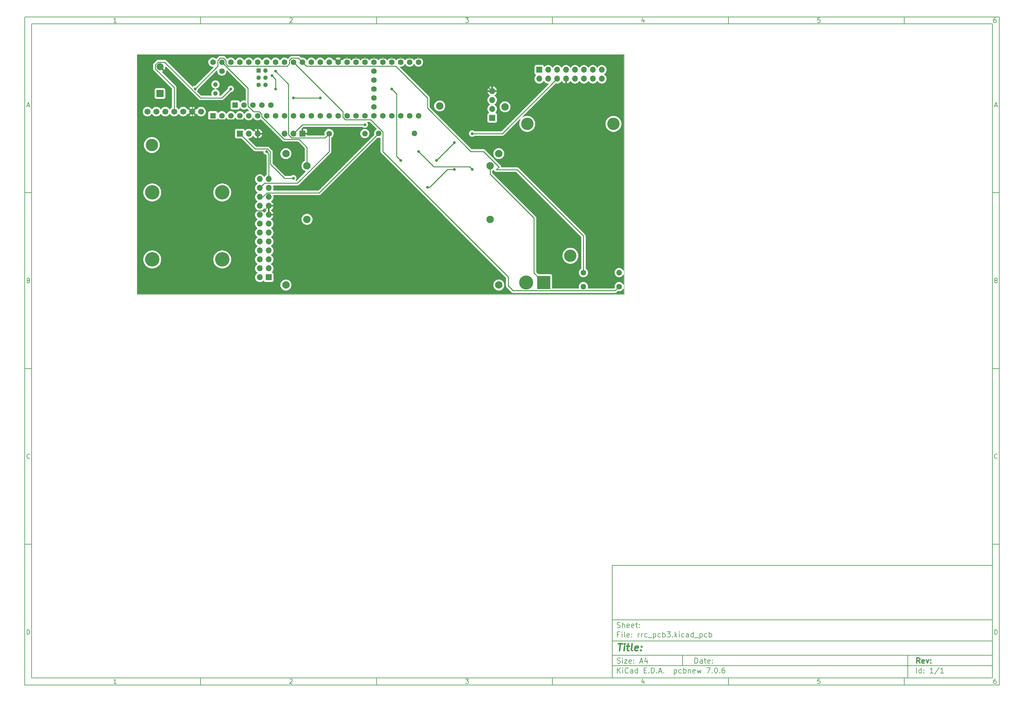
<source format=gbr>
%TF.GenerationSoftware,KiCad,Pcbnew,7.0.6*%
%TF.CreationDate,2023-08-10T16:59:27-04:00*%
%TF.ProjectId,rrc_pcb3,7272635f-7063-4623-932e-6b696361645f,rev?*%
%TF.SameCoordinates,Original*%
%TF.FileFunction,Copper,L2,Bot*%
%TF.FilePolarity,Positive*%
%FSLAX46Y46*%
G04 Gerber Fmt 4.6, Leading zero omitted, Abs format (unit mm)*
G04 Created by KiCad (PCBNEW 7.0.6) date 2023-08-10 16:59:27*
%MOMM*%
%LPD*%
G01*
G04 APERTURE LIST*
%ADD10C,0.100000*%
%ADD11C,0.150000*%
%ADD12C,0.300000*%
%ADD13C,0.400000*%
%TA.AperFunction,ComponentPad*%
%ADD14C,2.100000*%
%TD*%
%TA.AperFunction,ComponentPad*%
%ADD15R,1.700000X1.700000*%
%TD*%
%TA.AperFunction,ComponentPad*%
%ADD16O,1.700000X1.700000*%
%TD*%
%TA.AperFunction,ComponentPad*%
%ADD17C,4.100000*%
%TD*%
%TA.AperFunction,ComponentPad*%
%ADD18O,1.600000X1.600000*%
%TD*%
%TA.AperFunction,ComponentPad*%
%ADD19C,1.600000*%
%TD*%
%TA.AperFunction,ComponentPad*%
%ADD20C,3.500000*%
%TD*%
%TA.AperFunction,ComponentPad*%
%ADD21C,4.000000*%
%TD*%
%TA.AperFunction,ComponentPad*%
%ADD22R,3.800000X3.800000*%
%TD*%
%TA.AperFunction,ComponentPad*%
%ADD23C,1.300000*%
%TD*%
%TA.AperFunction,ComponentPad*%
%ADD24R,1.300000X1.300000*%
%TD*%
%TA.AperFunction,ComponentPad*%
%ADD25R,1.600000X1.600000*%
%TD*%
%TA.AperFunction,ComponentPad*%
%ADD26C,1.700000*%
%TD*%
%TA.AperFunction,ComponentPad*%
%ADD27R,2.000000X2.000000*%
%TD*%
%TA.AperFunction,ComponentPad*%
%ADD28C,2.000000*%
%TD*%
%TA.AperFunction,ViaPad*%
%ADD29C,0.800000*%
%TD*%
%TA.AperFunction,Conductor*%
%ADD30C,0.250000*%
%TD*%
%TA.AperFunction,Profile*%
%ADD31C,0.050000*%
%TD*%
G04 APERTURE END LIST*
D10*
D11*
X177002200Y-166007200D02*
X285002200Y-166007200D01*
X285002200Y-198007200D01*
X177002200Y-198007200D01*
X177002200Y-166007200D01*
D10*
D11*
X10000000Y-10000000D02*
X287002200Y-10000000D01*
X287002200Y-200007200D01*
X10000000Y-200007200D01*
X10000000Y-10000000D01*
D10*
D11*
X12000000Y-12000000D02*
X285002200Y-12000000D01*
X285002200Y-198007200D01*
X12000000Y-198007200D01*
X12000000Y-12000000D01*
D10*
D11*
X60000000Y-12000000D02*
X60000000Y-10000000D01*
D10*
D11*
X110000000Y-12000000D02*
X110000000Y-10000000D01*
D10*
D11*
X160000000Y-12000000D02*
X160000000Y-10000000D01*
D10*
D11*
X210000000Y-12000000D02*
X210000000Y-10000000D01*
D10*
D11*
X260000000Y-12000000D02*
X260000000Y-10000000D01*
D10*
D11*
X36089160Y-11593604D02*
X35346303Y-11593604D01*
X35717731Y-11593604D02*
X35717731Y-10293604D01*
X35717731Y-10293604D02*
X35593922Y-10479319D01*
X35593922Y-10479319D02*
X35470112Y-10603128D01*
X35470112Y-10603128D02*
X35346303Y-10665033D01*
D10*
D11*
X85346303Y-10417414D02*
X85408207Y-10355509D01*
X85408207Y-10355509D02*
X85532017Y-10293604D01*
X85532017Y-10293604D02*
X85841541Y-10293604D01*
X85841541Y-10293604D02*
X85965350Y-10355509D01*
X85965350Y-10355509D02*
X86027255Y-10417414D01*
X86027255Y-10417414D02*
X86089160Y-10541223D01*
X86089160Y-10541223D02*
X86089160Y-10665033D01*
X86089160Y-10665033D02*
X86027255Y-10850747D01*
X86027255Y-10850747D02*
X85284398Y-11593604D01*
X85284398Y-11593604D02*
X86089160Y-11593604D01*
D10*
D11*
X135284398Y-10293604D02*
X136089160Y-10293604D01*
X136089160Y-10293604D02*
X135655826Y-10788842D01*
X135655826Y-10788842D02*
X135841541Y-10788842D01*
X135841541Y-10788842D02*
X135965350Y-10850747D01*
X135965350Y-10850747D02*
X136027255Y-10912652D01*
X136027255Y-10912652D02*
X136089160Y-11036461D01*
X136089160Y-11036461D02*
X136089160Y-11345985D01*
X136089160Y-11345985D02*
X136027255Y-11469795D01*
X136027255Y-11469795D02*
X135965350Y-11531700D01*
X135965350Y-11531700D02*
X135841541Y-11593604D01*
X135841541Y-11593604D02*
X135470112Y-11593604D01*
X135470112Y-11593604D02*
X135346303Y-11531700D01*
X135346303Y-11531700D02*
X135284398Y-11469795D01*
D10*
D11*
X185965350Y-10726938D02*
X185965350Y-11593604D01*
X185655826Y-10231700D02*
X185346303Y-11160271D01*
X185346303Y-11160271D02*
X186151064Y-11160271D01*
D10*
D11*
X236027255Y-10293604D02*
X235408207Y-10293604D01*
X235408207Y-10293604D02*
X235346303Y-10912652D01*
X235346303Y-10912652D02*
X235408207Y-10850747D01*
X235408207Y-10850747D02*
X235532017Y-10788842D01*
X235532017Y-10788842D02*
X235841541Y-10788842D01*
X235841541Y-10788842D02*
X235965350Y-10850747D01*
X235965350Y-10850747D02*
X236027255Y-10912652D01*
X236027255Y-10912652D02*
X236089160Y-11036461D01*
X236089160Y-11036461D02*
X236089160Y-11345985D01*
X236089160Y-11345985D02*
X236027255Y-11469795D01*
X236027255Y-11469795D02*
X235965350Y-11531700D01*
X235965350Y-11531700D02*
X235841541Y-11593604D01*
X235841541Y-11593604D02*
X235532017Y-11593604D01*
X235532017Y-11593604D02*
X235408207Y-11531700D01*
X235408207Y-11531700D02*
X235346303Y-11469795D01*
D10*
D11*
X285965350Y-10293604D02*
X285717731Y-10293604D01*
X285717731Y-10293604D02*
X285593922Y-10355509D01*
X285593922Y-10355509D02*
X285532017Y-10417414D01*
X285532017Y-10417414D02*
X285408207Y-10603128D01*
X285408207Y-10603128D02*
X285346303Y-10850747D01*
X285346303Y-10850747D02*
X285346303Y-11345985D01*
X285346303Y-11345985D02*
X285408207Y-11469795D01*
X285408207Y-11469795D02*
X285470112Y-11531700D01*
X285470112Y-11531700D02*
X285593922Y-11593604D01*
X285593922Y-11593604D02*
X285841541Y-11593604D01*
X285841541Y-11593604D02*
X285965350Y-11531700D01*
X285965350Y-11531700D02*
X286027255Y-11469795D01*
X286027255Y-11469795D02*
X286089160Y-11345985D01*
X286089160Y-11345985D02*
X286089160Y-11036461D01*
X286089160Y-11036461D02*
X286027255Y-10912652D01*
X286027255Y-10912652D02*
X285965350Y-10850747D01*
X285965350Y-10850747D02*
X285841541Y-10788842D01*
X285841541Y-10788842D02*
X285593922Y-10788842D01*
X285593922Y-10788842D02*
X285470112Y-10850747D01*
X285470112Y-10850747D02*
X285408207Y-10912652D01*
X285408207Y-10912652D02*
X285346303Y-11036461D01*
D10*
D11*
X60000000Y-198007200D02*
X60000000Y-200007200D01*
D10*
D11*
X110000000Y-198007200D02*
X110000000Y-200007200D01*
D10*
D11*
X160000000Y-198007200D02*
X160000000Y-200007200D01*
D10*
D11*
X210000000Y-198007200D02*
X210000000Y-200007200D01*
D10*
D11*
X260000000Y-198007200D02*
X260000000Y-200007200D01*
D10*
D11*
X36089160Y-199600804D02*
X35346303Y-199600804D01*
X35717731Y-199600804D02*
X35717731Y-198300804D01*
X35717731Y-198300804D02*
X35593922Y-198486519D01*
X35593922Y-198486519D02*
X35470112Y-198610328D01*
X35470112Y-198610328D02*
X35346303Y-198672233D01*
D10*
D11*
X85346303Y-198424614D02*
X85408207Y-198362709D01*
X85408207Y-198362709D02*
X85532017Y-198300804D01*
X85532017Y-198300804D02*
X85841541Y-198300804D01*
X85841541Y-198300804D02*
X85965350Y-198362709D01*
X85965350Y-198362709D02*
X86027255Y-198424614D01*
X86027255Y-198424614D02*
X86089160Y-198548423D01*
X86089160Y-198548423D02*
X86089160Y-198672233D01*
X86089160Y-198672233D02*
X86027255Y-198857947D01*
X86027255Y-198857947D02*
X85284398Y-199600804D01*
X85284398Y-199600804D02*
X86089160Y-199600804D01*
D10*
D11*
X135284398Y-198300804D02*
X136089160Y-198300804D01*
X136089160Y-198300804D02*
X135655826Y-198796042D01*
X135655826Y-198796042D02*
X135841541Y-198796042D01*
X135841541Y-198796042D02*
X135965350Y-198857947D01*
X135965350Y-198857947D02*
X136027255Y-198919852D01*
X136027255Y-198919852D02*
X136089160Y-199043661D01*
X136089160Y-199043661D02*
X136089160Y-199353185D01*
X136089160Y-199353185D02*
X136027255Y-199476995D01*
X136027255Y-199476995D02*
X135965350Y-199538900D01*
X135965350Y-199538900D02*
X135841541Y-199600804D01*
X135841541Y-199600804D02*
X135470112Y-199600804D01*
X135470112Y-199600804D02*
X135346303Y-199538900D01*
X135346303Y-199538900D02*
X135284398Y-199476995D01*
D10*
D11*
X185965350Y-198734138D02*
X185965350Y-199600804D01*
X185655826Y-198238900D02*
X185346303Y-199167471D01*
X185346303Y-199167471D02*
X186151064Y-199167471D01*
D10*
D11*
X236027255Y-198300804D02*
X235408207Y-198300804D01*
X235408207Y-198300804D02*
X235346303Y-198919852D01*
X235346303Y-198919852D02*
X235408207Y-198857947D01*
X235408207Y-198857947D02*
X235532017Y-198796042D01*
X235532017Y-198796042D02*
X235841541Y-198796042D01*
X235841541Y-198796042D02*
X235965350Y-198857947D01*
X235965350Y-198857947D02*
X236027255Y-198919852D01*
X236027255Y-198919852D02*
X236089160Y-199043661D01*
X236089160Y-199043661D02*
X236089160Y-199353185D01*
X236089160Y-199353185D02*
X236027255Y-199476995D01*
X236027255Y-199476995D02*
X235965350Y-199538900D01*
X235965350Y-199538900D02*
X235841541Y-199600804D01*
X235841541Y-199600804D02*
X235532017Y-199600804D01*
X235532017Y-199600804D02*
X235408207Y-199538900D01*
X235408207Y-199538900D02*
X235346303Y-199476995D01*
D10*
D11*
X285965350Y-198300804D02*
X285717731Y-198300804D01*
X285717731Y-198300804D02*
X285593922Y-198362709D01*
X285593922Y-198362709D02*
X285532017Y-198424614D01*
X285532017Y-198424614D02*
X285408207Y-198610328D01*
X285408207Y-198610328D02*
X285346303Y-198857947D01*
X285346303Y-198857947D02*
X285346303Y-199353185D01*
X285346303Y-199353185D02*
X285408207Y-199476995D01*
X285408207Y-199476995D02*
X285470112Y-199538900D01*
X285470112Y-199538900D02*
X285593922Y-199600804D01*
X285593922Y-199600804D02*
X285841541Y-199600804D01*
X285841541Y-199600804D02*
X285965350Y-199538900D01*
X285965350Y-199538900D02*
X286027255Y-199476995D01*
X286027255Y-199476995D02*
X286089160Y-199353185D01*
X286089160Y-199353185D02*
X286089160Y-199043661D01*
X286089160Y-199043661D02*
X286027255Y-198919852D01*
X286027255Y-198919852D02*
X285965350Y-198857947D01*
X285965350Y-198857947D02*
X285841541Y-198796042D01*
X285841541Y-198796042D02*
X285593922Y-198796042D01*
X285593922Y-198796042D02*
X285470112Y-198857947D01*
X285470112Y-198857947D02*
X285408207Y-198919852D01*
X285408207Y-198919852D02*
X285346303Y-199043661D01*
D10*
D11*
X10000000Y-60000000D02*
X12000000Y-60000000D01*
D10*
D11*
X10000000Y-110000000D02*
X12000000Y-110000000D01*
D10*
D11*
X10000000Y-160000000D02*
X12000000Y-160000000D01*
D10*
D11*
X10690476Y-35222176D02*
X11309523Y-35222176D01*
X10566666Y-35593604D02*
X10999999Y-34293604D01*
X10999999Y-34293604D02*
X11433333Y-35593604D01*
D10*
D11*
X11092857Y-84912652D02*
X11278571Y-84974557D01*
X11278571Y-84974557D02*
X11340476Y-85036461D01*
X11340476Y-85036461D02*
X11402380Y-85160271D01*
X11402380Y-85160271D02*
X11402380Y-85345985D01*
X11402380Y-85345985D02*
X11340476Y-85469795D01*
X11340476Y-85469795D02*
X11278571Y-85531700D01*
X11278571Y-85531700D02*
X11154761Y-85593604D01*
X11154761Y-85593604D02*
X10659523Y-85593604D01*
X10659523Y-85593604D02*
X10659523Y-84293604D01*
X10659523Y-84293604D02*
X11092857Y-84293604D01*
X11092857Y-84293604D02*
X11216666Y-84355509D01*
X11216666Y-84355509D02*
X11278571Y-84417414D01*
X11278571Y-84417414D02*
X11340476Y-84541223D01*
X11340476Y-84541223D02*
X11340476Y-84665033D01*
X11340476Y-84665033D02*
X11278571Y-84788842D01*
X11278571Y-84788842D02*
X11216666Y-84850747D01*
X11216666Y-84850747D02*
X11092857Y-84912652D01*
X11092857Y-84912652D02*
X10659523Y-84912652D01*
D10*
D11*
X11402380Y-135469795D02*
X11340476Y-135531700D01*
X11340476Y-135531700D02*
X11154761Y-135593604D01*
X11154761Y-135593604D02*
X11030952Y-135593604D01*
X11030952Y-135593604D02*
X10845238Y-135531700D01*
X10845238Y-135531700D02*
X10721428Y-135407890D01*
X10721428Y-135407890D02*
X10659523Y-135284080D01*
X10659523Y-135284080D02*
X10597619Y-135036461D01*
X10597619Y-135036461D02*
X10597619Y-134850747D01*
X10597619Y-134850747D02*
X10659523Y-134603128D01*
X10659523Y-134603128D02*
X10721428Y-134479319D01*
X10721428Y-134479319D02*
X10845238Y-134355509D01*
X10845238Y-134355509D02*
X11030952Y-134293604D01*
X11030952Y-134293604D02*
X11154761Y-134293604D01*
X11154761Y-134293604D02*
X11340476Y-134355509D01*
X11340476Y-134355509D02*
X11402380Y-134417414D01*
D10*
D11*
X10659523Y-185593604D02*
X10659523Y-184293604D01*
X10659523Y-184293604D02*
X10969047Y-184293604D01*
X10969047Y-184293604D02*
X11154761Y-184355509D01*
X11154761Y-184355509D02*
X11278571Y-184479319D01*
X11278571Y-184479319D02*
X11340476Y-184603128D01*
X11340476Y-184603128D02*
X11402380Y-184850747D01*
X11402380Y-184850747D02*
X11402380Y-185036461D01*
X11402380Y-185036461D02*
X11340476Y-185284080D01*
X11340476Y-185284080D02*
X11278571Y-185407890D01*
X11278571Y-185407890D02*
X11154761Y-185531700D01*
X11154761Y-185531700D02*
X10969047Y-185593604D01*
X10969047Y-185593604D02*
X10659523Y-185593604D01*
D10*
D11*
X287002200Y-60000000D02*
X285002200Y-60000000D01*
D10*
D11*
X287002200Y-110000000D02*
X285002200Y-110000000D01*
D10*
D11*
X287002200Y-160000000D02*
X285002200Y-160000000D01*
D10*
D11*
X285692676Y-35222176D02*
X286311723Y-35222176D01*
X285568866Y-35593604D02*
X286002199Y-34293604D01*
X286002199Y-34293604D02*
X286435533Y-35593604D01*
D10*
D11*
X286095057Y-84912652D02*
X286280771Y-84974557D01*
X286280771Y-84974557D02*
X286342676Y-85036461D01*
X286342676Y-85036461D02*
X286404580Y-85160271D01*
X286404580Y-85160271D02*
X286404580Y-85345985D01*
X286404580Y-85345985D02*
X286342676Y-85469795D01*
X286342676Y-85469795D02*
X286280771Y-85531700D01*
X286280771Y-85531700D02*
X286156961Y-85593604D01*
X286156961Y-85593604D02*
X285661723Y-85593604D01*
X285661723Y-85593604D02*
X285661723Y-84293604D01*
X285661723Y-84293604D02*
X286095057Y-84293604D01*
X286095057Y-84293604D02*
X286218866Y-84355509D01*
X286218866Y-84355509D02*
X286280771Y-84417414D01*
X286280771Y-84417414D02*
X286342676Y-84541223D01*
X286342676Y-84541223D02*
X286342676Y-84665033D01*
X286342676Y-84665033D02*
X286280771Y-84788842D01*
X286280771Y-84788842D02*
X286218866Y-84850747D01*
X286218866Y-84850747D02*
X286095057Y-84912652D01*
X286095057Y-84912652D02*
X285661723Y-84912652D01*
D10*
D11*
X286404580Y-135469795D02*
X286342676Y-135531700D01*
X286342676Y-135531700D02*
X286156961Y-135593604D01*
X286156961Y-135593604D02*
X286033152Y-135593604D01*
X286033152Y-135593604D02*
X285847438Y-135531700D01*
X285847438Y-135531700D02*
X285723628Y-135407890D01*
X285723628Y-135407890D02*
X285661723Y-135284080D01*
X285661723Y-135284080D02*
X285599819Y-135036461D01*
X285599819Y-135036461D02*
X285599819Y-134850747D01*
X285599819Y-134850747D02*
X285661723Y-134603128D01*
X285661723Y-134603128D02*
X285723628Y-134479319D01*
X285723628Y-134479319D02*
X285847438Y-134355509D01*
X285847438Y-134355509D02*
X286033152Y-134293604D01*
X286033152Y-134293604D02*
X286156961Y-134293604D01*
X286156961Y-134293604D02*
X286342676Y-134355509D01*
X286342676Y-134355509D02*
X286404580Y-134417414D01*
D10*
D11*
X285661723Y-185593604D02*
X285661723Y-184293604D01*
X285661723Y-184293604D02*
X285971247Y-184293604D01*
X285971247Y-184293604D02*
X286156961Y-184355509D01*
X286156961Y-184355509D02*
X286280771Y-184479319D01*
X286280771Y-184479319D02*
X286342676Y-184603128D01*
X286342676Y-184603128D02*
X286404580Y-184850747D01*
X286404580Y-184850747D02*
X286404580Y-185036461D01*
X286404580Y-185036461D02*
X286342676Y-185284080D01*
X286342676Y-185284080D02*
X286280771Y-185407890D01*
X286280771Y-185407890D02*
X286156961Y-185531700D01*
X286156961Y-185531700D02*
X285971247Y-185593604D01*
X285971247Y-185593604D02*
X285661723Y-185593604D01*
D10*
D11*
X200458026Y-193793328D02*
X200458026Y-192293328D01*
X200458026Y-192293328D02*
X200815169Y-192293328D01*
X200815169Y-192293328D02*
X201029455Y-192364757D01*
X201029455Y-192364757D02*
X201172312Y-192507614D01*
X201172312Y-192507614D02*
X201243741Y-192650471D01*
X201243741Y-192650471D02*
X201315169Y-192936185D01*
X201315169Y-192936185D02*
X201315169Y-193150471D01*
X201315169Y-193150471D02*
X201243741Y-193436185D01*
X201243741Y-193436185D02*
X201172312Y-193579042D01*
X201172312Y-193579042D02*
X201029455Y-193721900D01*
X201029455Y-193721900D02*
X200815169Y-193793328D01*
X200815169Y-193793328D02*
X200458026Y-193793328D01*
X202600884Y-193793328D02*
X202600884Y-193007614D01*
X202600884Y-193007614D02*
X202529455Y-192864757D01*
X202529455Y-192864757D02*
X202386598Y-192793328D01*
X202386598Y-192793328D02*
X202100884Y-192793328D01*
X202100884Y-192793328D02*
X201958026Y-192864757D01*
X202600884Y-193721900D02*
X202458026Y-193793328D01*
X202458026Y-193793328D02*
X202100884Y-193793328D01*
X202100884Y-193793328D02*
X201958026Y-193721900D01*
X201958026Y-193721900D02*
X201886598Y-193579042D01*
X201886598Y-193579042D02*
X201886598Y-193436185D01*
X201886598Y-193436185D02*
X201958026Y-193293328D01*
X201958026Y-193293328D02*
X202100884Y-193221900D01*
X202100884Y-193221900D02*
X202458026Y-193221900D01*
X202458026Y-193221900D02*
X202600884Y-193150471D01*
X203100884Y-192793328D02*
X203672312Y-192793328D01*
X203315169Y-192293328D02*
X203315169Y-193579042D01*
X203315169Y-193579042D02*
X203386598Y-193721900D01*
X203386598Y-193721900D02*
X203529455Y-193793328D01*
X203529455Y-193793328D02*
X203672312Y-193793328D01*
X204743741Y-193721900D02*
X204600884Y-193793328D01*
X204600884Y-193793328D02*
X204315170Y-193793328D01*
X204315170Y-193793328D02*
X204172312Y-193721900D01*
X204172312Y-193721900D02*
X204100884Y-193579042D01*
X204100884Y-193579042D02*
X204100884Y-193007614D01*
X204100884Y-193007614D02*
X204172312Y-192864757D01*
X204172312Y-192864757D02*
X204315170Y-192793328D01*
X204315170Y-192793328D02*
X204600884Y-192793328D01*
X204600884Y-192793328D02*
X204743741Y-192864757D01*
X204743741Y-192864757D02*
X204815170Y-193007614D01*
X204815170Y-193007614D02*
X204815170Y-193150471D01*
X204815170Y-193150471D02*
X204100884Y-193293328D01*
X205458026Y-193650471D02*
X205529455Y-193721900D01*
X205529455Y-193721900D02*
X205458026Y-193793328D01*
X205458026Y-193793328D02*
X205386598Y-193721900D01*
X205386598Y-193721900D02*
X205458026Y-193650471D01*
X205458026Y-193650471D02*
X205458026Y-193793328D01*
X205458026Y-192864757D02*
X205529455Y-192936185D01*
X205529455Y-192936185D02*
X205458026Y-193007614D01*
X205458026Y-193007614D02*
X205386598Y-192936185D01*
X205386598Y-192936185D02*
X205458026Y-192864757D01*
X205458026Y-192864757D02*
X205458026Y-193007614D01*
D10*
D11*
X177002200Y-194507200D02*
X285002200Y-194507200D01*
D10*
D11*
X178458026Y-196593328D02*
X178458026Y-195093328D01*
X179315169Y-196593328D02*
X178672312Y-195736185D01*
X179315169Y-195093328D02*
X178458026Y-195950471D01*
X179958026Y-196593328D02*
X179958026Y-195593328D01*
X179958026Y-195093328D02*
X179886598Y-195164757D01*
X179886598Y-195164757D02*
X179958026Y-195236185D01*
X179958026Y-195236185D02*
X180029455Y-195164757D01*
X180029455Y-195164757D02*
X179958026Y-195093328D01*
X179958026Y-195093328D02*
X179958026Y-195236185D01*
X181529455Y-196450471D02*
X181458027Y-196521900D01*
X181458027Y-196521900D02*
X181243741Y-196593328D01*
X181243741Y-196593328D02*
X181100884Y-196593328D01*
X181100884Y-196593328D02*
X180886598Y-196521900D01*
X180886598Y-196521900D02*
X180743741Y-196379042D01*
X180743741Y-196379042D02*
X180672312Y-196236185D01*
X180672312Y-196236185D02*
X180600884Y-195950471D01*
X180600884Y-195950471D02*
X180600884Y-195736185D01*
X180600884Y-195736185D02*
X180672312Y-195450471D01*
X180672312Y-195450471D02*
X180743741Y-195307614D01*
X180743741Y-195307614D02*
X180886598Y-195164757D01*
X180886598Y-195164757D02*
X181100884Y-195093328D01*
X181100884Y-195093328D02*
X181243741Y-195093328D01*
X181243741Y-195093328D02*
X181458027Y-195164757D01*
X181458027Y-195164757D02*
X181529455Y-195236185D01*
X182815170Y-196593328D02*
X182815170Y-195807614D01*
X182815170Y-195807614D02*
X182743741Y-195664757D01*
X182743741Y-195664757D02*
X182600884Y-195593328D01*
X182600884Y-195593328D02*
X182315170Y-195593328D01*
X182315170Y-195593328D02*
X182172312Y-195664757D01*
X182815170Y-196521900D02*
X182672312Y-196593328D01*
X182672312Y-196593328D02*
X182315170Y-196593328D01*
X182315170Y-196593328D02*
X182172312Y-196521900D01*
X182172312Y-196521900D02*
X182100884Y-196379042D01*
X182100884Y-196379042D02*
X182100884Y-196236185D01*
X182100884Y-196236185D02*
X182172312Y-196093328D01*
X182172312Y-196093328D02*
X182315170Y-196021900D01*
X182315170Y-196021900D02*
X182672312Y-196021900D01*
X182672312Y-196021900D02*
X182815170Y-195950471D01*
X184172313Y-196593328D02*
X184172313Y-195093328D01*
X184172313Y-196521900D02*
X184029455Y-196593328D01*
X184029455Y-196593328D02*
X183743741Y-196593328D01*
X183743741Y-196593328D02*
X183600884Y-196521900D01*
X183600884Y-196521900D02*
X183529455Y-196450471D01*
X183529455Y-196450471D02*
X183458027Y-196307614D01*
X183458027Y-196307614D02*
X183458027Y-195879042D01*
X183458027Y-195879042D02*
X183529455Y-195736185D01*
X183529455Y-195736185D02*
X183600884Y-195664757D01*
X183600884Y-195664757D02*
X183743741Y-195593328D01*
X183743741Y-195593328D02*
X184029455Y-195593328D01*
X184029455Y-195593328D02*
X184172313Y-195664757D01*
X186029455Y-195807614D02*
X186529455Y-195807614D01*
X186743741Y-196593328D02*
X186029455Y-196593328D01*
X186029455Y-196593328D02*
X186029455Y-195093328D01*
X186029455Y-195093328D02*
X186743741Y-195093328D01*
X187386598Y-196450471D02*
X187458027Y-196521900D01*
X187458027Y-196521900D02*
X187386598Y-196593328D01*
X187386598Y-196593328D02*
X187315170Y-196521900D01*
X187315170Y-196521900D02*
X187386598Y-196450471D01*
X187386598Y-196450471D02*
X187386598Y-196593328D01*
X188100884Y-196593328D02*
X188100884Y-195093328D01*
X188100884Y-195093328D02*
X188458027Y-195093328D01*
X188458027Y-195093328D02*
X188672313Y-195164757D01*
X188672313Y-195164757D02*
X188815170Y-195307614D01*
X188815170Y-195307614D02*
X188886599Y-195450471D01*
X188886599Y-195450471D02*
X188958027Y-195736185D01*
X188958027Y-195736185D02*
X188958027Y-195950471D01*
X188958027Y-195950471D02*
X188886599Y-196236185D01*
X188886599Y-196236185D02*
X188815170Y-196379042D01*
X188815170Y-196379042D02*
X188672313Y-196521900D01*
X188672313Y-196521900D02*
X188458027Y-196593328D01*
X188458027Y-196593328D02*
X188100884Y-196593328D01*
X189600884Y-196450471D02*
X189672313Y-196521900D01*
X189672313Y-196521900D02*
X189600884Y-196593328D01*
X189600884Y-196593328D02*
X189529456Y-196521900D01*
X189529456Y-196521900D02*
X189600884Y-196450471D01*
X189600884Y-196450471D02*
X189600884Y-196593328D01*
X190243742Y-196164757D02*
X190958028Y-196164757D01*
X190100885Y-196593328D02*
X190600885Y-195093328D01*
X190600885Y-195093328D02*
X191100885Y-196593328D01*
X191600884Y-196450471D02*
X191672313Y-196521900D01*
X191672313Y-196521900D02*
X191600884Y-196593328D01*
X191600884Y-196593328D02*
X191529456Y-196521900D01*
X191529456Y-196521900D02*
X191600884Y-196450471D01*
X191600884Y-196450471D02*
X191600884Y-196593328D01*
X194600884Y-195593328D02*
X194600884Y-197093328D01*
X194600884Y-195664757D02*
X194743742Y-195593328D01*
X194743742Y-195593328D02*
X195029456Y-195593328D01*
X195029456Y-195593328D02*
X195172313Y-195664757D01*
X195172313Y-195664757D02*
X195243742Y-195736185D01*
X195243742Y-195736185D02*
X195315170Y-195879042D01*
X195315170Y-195879042D02*
X195315170Y-196307614D01*
X195315170Y-196307614D02*
X195243742Y-196450471D01*
X195243742Y-196450471D02*
X195172313Y-196521900D01*
X195172313Y-196521900D02*
X195029456Y-196593328D01*
X195029456Y-196593328D02*
X194743742Y-196593328D01*
X194743742Y-196593328D02*
X194600884Y-196521900D01*
X196600885Y-196521900D02*
X196458027Y-196593328D01*
X196458027Y-196593328D02*
X196172313Y-196593328D01*
X196172313Y-196593328D02*
X196029456Y-196521900D01*
X196029456Y-196521900D02*
X195958027Y-196450471D01*
X195958027Y-196450471D02*
X195886599Y-196307614D01*
X195886599Y-196307614D02*
X195886599Y-195879042D01*
X195886599Y-195879042D02*
X195958027Y-195736185D01*
X195958027Y-195736185D02*
X196029456Y-195664757D01*
X196029456Y-195664757D02*
X196172313Y-195593328D01*
X196172313Y-195593328D02*
X196458027Y-195593328D01*
X196458027Y-195593328D02*
X196600885Y-195664757D01*
X197243741Y-196593328D02*
X197243741Y-195093328D01*
X197243741Y-195664757D02*
X197386599Y-195593328D01*
X197386599Y-195593328D02*
X197672313Y-195593328D01*
X197672313Y-195593328D02*
X197815170Y-195664757D01*
X197815170Y-195664757D02*
X197886599Y-195736185D01*
X197886599Y-195736185D02*
X197958027Y-195879042D01*
X197958027Y-195879042D02*
X197958027Y-196307614D01*
X197958027Y-196307614D02*
X197886599Y-196450471D01*
X197886599Y-196450471D02*
X197815170Y-196521900D01*
X197815170Y-196521900D02*
X197672313Y-196593328D01*
X197672313Y-196593328D02*
X197386599Y-196593328D01*
X197386599Y-196593328D02*
X197243741Y-196521900D01*
X198600884Y-195593328D02*
X198600884Y-196593328D01*
X198600884Y-195736185D02*
X198672313Y-195664757D01*
X198672313Y-195664757D02*
X198815170Y-195593328D01*
X198815170Y-195593328D02*
X199029456Y-195593328D01*
X199029456Y-195593328D02*
X199172313Y-195664757D01*
X199172313Y-195664757D02*
X199243742Y-195807614D01*
X199243742Y-195807614D02*
X199243742Y-196593328D01*
X200529456Y-196521900D02*
X200386599Y-196593328D01*
X200386599Y-196593328D02*
X200100885Y-196593328D01*
X200100885Y-196593328D02*
X199958027Y-196521900D01*
X199958027Y-196521900D02*
X199886599Y-196379042D01*
X199886599Y-196379042D02*
X199886599Y-195807614D01*
X199886599Y-195807614D02*
X199958027Y-195664757D01*
X199958027Y-195664757D02*
X200100885Y-195593328D01*
X200100885Y-195593328D02*
X200386599Y-195593328D01*
X200386599Y-195593328D02*
X200529456Y-195664757D01*
X200529456Y-195664757D02*
X200600885Y-195807614D01*
X200600885Y-195807614D02*
X200600885Y-195950471D01*
X200600885Y-195950471D02*
X199886599Y-196093328D01*
X201100884Y-195593328D02*
X201386599Y-196593328D01*
X201386599Y-196593328D02*
X201672313Y-195879042D01*
X201672313Y-195879042D02*
X201958027Y-196593328D01*
X201958027Y-196593328D02*
X202243741Y-195593328D01*
X203815170Y-195093328D02*
X204815170Y-195093328D01*
X204815170Y-195093328D02*
X204172313Y-196593328D01*
X205386598Y-196450471D02*
X205458027Y-196521900D01*
X205458027Y-196521900D02*
X205386598Y-196593328D01*
X205386598Y-196593328D02*
X205315170Y-196521900D01*
X205315170Y-196521900D02*
X205386598Y-196450471D01*
X205386598Y-196450471D02*
X205386598Y-196593328D01*
X206386599Y-195093328D02*
X206529456Y-195093328D01*
X206529456Y-195093328D02*
X206672313Y-195164757D01*
X206672313Y-195164757D02*
X206743742Y-195236185D01*
X206743742Y-195236185D02*
X206815170Y-195379042D01*
X206815170Y-195379042D02*
X206886599Y-195664757D01*
X206886599Y-195664757D02*
X206886599Y-196021900D01*
X206886599Y-196021900D02*
X206815170Y-196307614D01*
X206815170Y-196307614D02*
X206743742Y-196450471D01*
X206743742Y-196450471D02*
X206672313Y-196521900D01*
X206672313Y-196521900D02*
X206529456Y-196593328D01*
X206529456Y-196593328D02*
X206386599Y-196593328D01*
X206386599Y-196593328D02*
X206243742Y-196521900D01*
X206243742Y-196521900D02*
X206172313Y-196450471D01*
X206172313Y-196450471D02*
X206100884Y-196307614D01*
X206100884Y-196307614D02*
X206029456Y-196021900D01*
X206029456Y-196021900D02*
X206029456Y-195664757D01*
X206029456Y-195664757D02*
X206100884Y-195379042D01*
X206100884Y-195379042D02*
X206172313Y-195236185D01*
X206172313Y-195236185D02*
X206243742Y-195164757D01*
X206243742Y-195164757D02*
X206386599Y-195093328D01*
X207529455Y-196450471D02*
X207600884Y-196521900D01*
X207600884Y-196521900D02*
X207529455Y-196593328D01*
X207529455Y-196593328D02*
X207458027Y-196521900D01*
X207458027Y-196521900D02*
X207529455Y-196450471D01*
X207529455Y-196450471D02*
X207529455Y-196593328D01*
X208886599Y-195093328D02*
X208600884Y-195093328D01*
X208600884Y-195093328D02*
X208458027Y-195164757D01*
X208458027Y-195164757D02*
X208386599Y-195236185D01*
X208386599Y-195236185D02*
X208243741Y-195450471D01*
X208243741Y-195450471D02*
X208172313Y-195736185D01*
X208172313Y-195736185D02*
X208172313Y-196307614D01*
X208172313Y-196307614D02*
X208243741Y-196450471D01*
X208243741Y-196450471D02*
X208315170Y-196521900D01*
X208315170Y-196521900D02*
X208458027Y-196593328D01*
X208458027Y-196593328D02*
X208743741Y-196593328D01*
X208743741Y-196593328D02*
X208886599Y-196521900D01*
X208886599Y-196521900D02*
X208958027Y-196450471D01*
X208958027Y-196450471D02*
X209029456Y-196307614D01*
X209029456Y-196307614D02*
X209029456Y-195950471D01*
X209029456Y-195950471D02*
X208958027Y-195807614D01*
X208958027Y-195807614D02*
X208886599Y-195736185D01*
X208886599Y-195736185D02*
X208743741Y-195664757D01*
X208743741Y-195664757D02*
X208458027Y-195664757D01*
X208458027Y-195664757D02*
X208315170Y-195736185D01*
X208315170Y-195736185D02*
X208243741Y-195807614D01*
X208243741Y-195807614D02*
X208172313Y-195950471D01*
D10*
D11*
X177002200Y-191507200D02*
X285002200Y-191507200D01*
D10*
D12*
X264413853Y-193785528D02*
X263913853Y-193071242D01*
X263556710Y-193785528D02*
X263556710Y-192285528D01*
X263556710Y-192285528D02*
X264128139Y-192285528D01*
X264128139Y-192285528D02*
X264270996Y-192356957D01*
X264270996Y-192356957D02*
X264342425Y-192428385D01*
X264342425Y-192428385D02*
X264413853Y-192571242D01*
X264413853Y-192571242D02*
X264413853Y-192785528D01*
X264413853Y-192785528D02*
X264342425Y-192928385D01*
X264342425Y-192928385D02*
X264270996Y-192999814D01*
X264270996Y-192999814D02*
X264128139Y-193071242D01*
X264128139Y-193071242D02*
X263556710Y-193071242D01*
X265628139Y-193714100D02*
X265485282Y-193785528D01*
X265485282Y-193785528D02*
X265199568Y-193785528D01*
X265199568Y-193785528D02*
X265056710Y-193714100D01*
X265056710Y-193714100D02*
X264985282Y-193571242D01*
X264985282Y-193571242D02*
X264985282Y-192999814D01*
X264985282Y-192999814D02*
X265056710Y-192856957D01*
X265056710Y-192856957D02*
X265199568Y-192785528D01*
X265199568Y-192785528D02*
X265485282Y-192785528D01*
X265485282Y-192785528D02*
X265628139Y-192856957D01*
X265628139Y-192856957D02*
X265699568Y-192999814D01*
X265699568Y-192999814D02*
X265699568Y-193142671D01*
X265699568Y-193142671D02*
X264985282Y-193285528D01*
X266199567Y-192785528D02*
X266556710Y-193785528D01*
X266556710Y-193785528D02*
X266913853Y-192785528D01*
X267485281Y-193642671D02*
X267556710Y-193714100D01*
X267556710Y-193714100D02*
X267485281Y-193785528D01*
X267485281Y-193785528D02*
X267413853Y-193714100D01*
X267413853Y-193714100D02*
X267485281Y-193642671D01*
X267485281Y-193642671D02*
X267485281Y-193785528D01*
X267485281Y-192856957D02*
X267556710Y-192928385D01*
X267556710Y-192928385D02*
X267485281Y-192999814D01*
X267485281Y-192999814D02*
X267413853Y-192928385D01*
X267413853Y-192928385D02*
X267485281Y-192856957D01*
X267485281Y-192856957D02*
X267485281Y-192999814D01*
D10*
D11*
X178386598Y-193721900D02*
X178600884Y-193793328D01*
X178600884Y-193793328D02*
X178958026Y-193793328D01*
X178958026Y-193793328D02*
X179100884Y-193721900D01*
X179100884Y-193721900D02*
X179172312Y-193650471D01*
X179172312Y-193650471D02*
X179243741Y-193507614D01*
X179243741Y-193507614D02*
X179243741Y-193364757D01*
X179243741Y-193364757D02*
X179172312Y-193221900D01*
X179172312Y-193221900D02*
X179100884Y-193150471D01*
X179100884Y-193150471D02*
X178958026Y-193079042D01*
X178958026Y-193079042D02*
X178672312Y-193007614D01*
X178672312Y-193007614D02*
X178529455Y-192936185D01*
X178529455Y-192936185D02*
X178458026Y-192864757D01*
X178458026Y-192864757D02*
X178386598Y-192721900D01*
X178386598Y-192721900D02*
X178386598Y-192579042D01*
X178386598Y-192579042D02*
X178458026Y-192436185D01*
X178458026Y-192436185D02*
X178529455Y-192364757D01*
X178529455Y-192364757D02*
X178672312Y-192293328D01*
X178672312Y-192293328D02*
X179029455Y-192293328D01*
X179029455Y-192293328D02*
X179243741Y-192364757D01*
X179886597Y-193793328D02*
X179886597Y-192793328D01*
X179886597Y-192293328D02*
X179815169Y-192364757D01*
X179815169Y-192364757D02*
X179886597Y-192436185D01*
X179886597Y-192436185D02*
X179958026Y-192364757D01*
X179958026Y-192364757D02*
X179886597Y-192293328D01*
X179886597Y-192293328D02*
X179886597Y-192436185D01*
X180458026Y-192793328D02*
X181243741Y-192793328D01*
X181243741Y-192793328D02*
X180458026Y-193793328D01*
X180458026Y-193793328D02*
X181243741Y-193793328D01*
X182386598Y-193721900D02*
X182243741Y-193793328D01*
X182243741Y-193793328D02*
X181958027Y-193793328D01*
X181958027Y-193793328D02*
X181815169Y-193721900D01*
X181815169Y-193721900D02*
X181743741Y-193579042D01*
X181743741Y-193579042D02*
X181743741Y-193007614D01*
X181743741Y-193007614D02*
X181815169Y-192864757D01*
X181815169Y-192864757D02*
X181958027Y-192793328D01*
X181958027Y-192793328D02*
X182243741Y-192793328D01*
X182243741Y-192793328D02*
X182386598Y-192864757D01*
X182386598Y-192864757D02*
X182458027Y-193007614D01*
X182458027Y-193007614D02*
X182458027Y-193150471D01*
X182458027Y-193150471D02*
X181743741Y-193293328D01*
X183100883Y-193650471D02*
X183172312Y-193721900D01*
X183172312Y-193721900D02*
X183100883Y-193793328D01*
X183100883Y-193793328D02*
X183029455Y-193721900D01*
X183029455Y-193721900D02*
X183100883Y-193650471D01*
X183100883Y-193650471D02*
X183100883Y-193793328D01*
X183100883Y-192864757D02*
X183172312Y-192936185D01*
X183172312Y-192936185D02*
X183100883Y-193007614D01*
X183100883Y-193007614D02*
X183029455Y-192936185D01*
X183029455Y-192936185D02*
X183100883Y-192864757D01*
X183100883Y-192864757D02*
X183100883Y-193007614D01*
X184886598Y-193364757D02*
X185600884Y-193364757D01*
X184743741Y-193793328D02*
X185243741Y-192293328D01*
X185243741Y-192293328D02*
X185743741Y-193793328D01*
X186886598Y-192793328D02*
X186886598Y-193793328D01*
X186529455Y-192221900D02*
X186172312Y-193293328D01*
X186172312Y-193293328D02*
X187100883Y-193293328D01*
D10*
D11*
X263458026Y-196593328D02*
X263458026Y-195093328D01*
X264815170Y-196593328D02*
X264815170Y-195093328D01*
X264815170Y-196521900D02*
X264672312Y-196593328D01*
X264672312Y-196593328D02*
X264386598Y-196593328D01*
X264386598Y-196593328D02*
X264243741Y-196521900D01*
X264243741Y-196521900D02*
X264172312Y-196450471D01*
X264172312Y-196450471D02*
X264100884Y-196307614D01*
X264100884Y-196307614D02*
X264100884Y-195879042D01*
X264100884Y-195879042D02*
X264172312Y-195736185D01*
X264172312Y-195736185D02*
X264243741Y-195664757D01*
X264243741Y-195664757D02*
X264386598Y-195593328D01*
X264386598Y-195593328D02*
X264672312Y-195593328D01*
X264672312Y-195593328D02*
X264815170Y-195664757D01*
X265529455Y-196450471D02*
X265600884Y-196521900D01*
X265600884Y-196521900D02*
X265529455Y-196593328D01*
X265529455Y-196593328D02*
X265458027Y-196521900D01*
X265458027Y-196521900D02*
X265529455Y-196450471D01*
X265529455Y-196450471D02*
X265529455Y-196593328D01*
X265529455Y-195664757D02*
X265600884Y-195736185D01*
X265600884Y-195736185D02*
X265529455Y-195807614D01*
X265529455Y-195807614D02*
X265458027Y-195736185D01*
X265458027Y-195736185D02*
X265529455Y-195664757D01*
X265529455Y-195664757D02*
X265529455Y-195807614D01*
X268172313Y-196593328D02*
X267315170Y-196593328D01*
X267743741Y-196593328D02*
X267743741Y-195093328D01*
X267743741Y-195093328D02*
X267600884Y-195307614D01*
X267600884Y-195307614D02*
X267458027Y-195450471D01*
X267458027Y-195450471D02*
X267315170Y-195521900D01*
X269886598Y-195021900D02*
X268600884Y-196950471D01*
X271172313Y-196593328D02*
X270315170Y-196593328D01*
X270743741Y-196593328D02*
X270743741Y-195093328D01*
X270743741Y-195093328D02*
X270600884Y-195307614D01*
X270600884Y-195307614D02*
X270458027Y-195450471D01*
X270458027Y-195450471D02*
X270315170Y-195521900D01*
D10*
D11*
X177002200Y-187507200D02*
X285002200Y-187507200D01*
D10*
D13*
X178693928Y-188211638D02*
X179836785Y-188211638D01*
X179015357Y-190211638D02*
X179265357Y-188211638D01*
X180253452Y-190211638D02*
X180420119Y-188878304D01*
X180503452Y-188211638D02*
X180396309Y-188306876D01*
X180396309Y-188306876D02*
X180479643Y-188402114D01*
X180479643Y-188402114D02*
X180586786Y-188306876D01*
X180586786Y-188306876D02*
X180503452Y-188211638D01*
X180503452Y-188211638D02*
X180479643Y-188402114D01*
X181086786Y-188878304D02*
X181848690Y-188878304D01*
X181455833Y-188211638D02*
X181241548Y-189925923D01*
X181241548Y-189925923D02*
X181312976Y-190116400D01*
X181312976Y-190116400D02*
X181491548Y-190211638D01*
X181491548Y-190211638D02*
X181682024Y-190211638D01*
X182634405Y-190211638D02*
X182455833Y-190116400D01*
X182455833Y-190116400D02*
X182384405Y-189925923D01*
X182384405Y-189925923D02*
X182598690Y-188211638D01*
X184170119Y-190116400D02*
X183967738Y-190211638D01*
X183967738Y-190211638D02*
X183586785Y-190211638D01*
X183586785Y-190211638D02*
X183408214Y-190116400D01*
X183408214Y-190116400D02*
X183336785Y-189925923D01*
X183336785Y-189925923D02*
X183432024Y-189164019D01*
X183432024Y-189164019D02*
X183551071Y-188973542D01*
X183551071Y-188973542D02*
X183753452Y-188878304D01*
X183753452Y-188878304D02*
X184134404Y-188878304D01*
X184134404Y-188878304D02*
X184312976Y-188973542D01*
X184312976Y-188973542D02*
X184384404Y-189164019D01*
X184384404Y-189164019D02*
X184360595Y-189354495D01*
X184360595Y-189354495D02*
X183384404Y-189544971D01*
X185134405Y-190021161D02*
X185217738Y-190116400D01*
X185217738Y-190116400D02*
X185110595Y-190211638D01*
X185110595Y-190211638D02*
X185027262Y-190116400D01*
X185027262Y-190116400D02*
X185134405Y-190021161D01*
X185134405Y-190021161D02*
X185110595Y-190211638D01*
X185265357Y-188973542D02*
X185348690Y-189068780D01*
X185348690Y-189068780D02*
X185241548Y-189164019D01*
X185241548Y-189164019D02*
X185158214Y-189068780D01*
X185158214Y-189068780D02*
X185265357Y-188973542D01*
X185265357Y-188973542D02*
X185241548Y-189164019D01*
D10*
D11*
X178958026Y-185607614D02*
X178458026Y-185607614D01*
X178458026Y-186393328D02*
X178458026Y-184893328D01*
X178458026Y-184893328D02*
X179172312Y-184893328D01*
X179743740Y-186393328D02*
X179743740Y-185393328D01*
X179743740Y-184893328D02*
X179672312Y-184964757D01*
X179672312Y-184964757D02*
X179743740Y-185036185D01*
X179743740Y-185036185D02*
X179815169Y-184964757D01*
X179815169Y-184964757D02*
X179743740Y-184893328D01*
X179743740Y-184893328D02*
X179743740Y-185036185D01*
X180672312Y-186393328D02*
X180529455Y-186321900D01*
X180529455Y-186321900D02*
X180458026Y-186179042D01*
X180458026Y-186179042D02*
X180458026Y-184893328D01*
X181815169Y-186321900D02*
X181672312Y-186393328D01*
X181672312Y-186393328D02*
X181386598Y-186393328D01*
X181386598Y-186393328D02*
X181243740Y-186321900D01*
X181243740Y-186321900D02*
X181172312Y-186179042D01*
X181172312Y-186179042D02*
X181172312Y-185607614D01*
X181172312Y-185607614D02*
X181243740Y-185464757D01*
X181243740Y-185464757D02*
X181386598Y-185393328D01*
X181386598Y-185393328D02*
X181672312Y-185393328D01*
X181672312Y-185393328D02*
X181815169Y-185464757D01*
X181815169Y-185464757D02*
X181886598Y-185607614D01*
X181886598Y-185607614D02*
X181886598Y-185750471D01*
X181886598Y-185750471D02*
X181172312Y-185893328D01*
X182529454Y-186250471D02*
X182600883Y-186321900D01*
X182600883Y-186321900D02*
X182529454Y-186393328D01*
X182529454Y-186393328D02*
X182458026Y-186321900D01*
X182458026Y-186321900D02*
X182529454Y-186250471D01*
X182529454Y-186250471D02*
X182529454Y-186393328D01*
X182529454Y-185464757D02*
X182600883Y-185536185D01*
X182600883Y-185536185D02*
X182529454Y-185607614D01*
X182529454Y-185607614D02*
X182458026Y-185536185D01*
X182458026Y-185536185D02*
X182529454Y-185464757D01*
X182529454Y-185464757D02*
X182529454Y-185607614D01*
X184386597Y-186393328D02*
X184386597Y-185393328D01*
X184386597Y-185679042D02*
X184458026Y-185536185D01*
X184458026Y-185536185D02*
X184529455Y-185464757D01*
X184529455Y-185464757D02*
X184672312Y-185393328D01*
X184672312Y-185393328D02*
X184815169Y-185393328D01*
X185315168Y-186393328D02*
X185315168Y-185393328D01*
X185315168Y-185679042D02*
X185386597Y-185536185D01*
X185386597Y-185536185D02*
X185458026Y-185464757D01*
X185458026Y-185464757D02*
X185600883Y-185393328D01*
X185600883Y-185393328D02*
X185743740Y-185393328D01*
X186886597Y-186321900D02*
X186743739Y-186393328D01*
X186743739Y-186393328D02*
X186458025Y-186393328D01*
X186458025Y-186393328D02*
X186315168Y-186321900D01*
X186315168Y-186321900D02*
X186243739Y-186250471D01*
X186243739Y-186250471D02*
X186172311Y-186107614D01*
X186172311Y-186107614D02*
X186172311Y-185679042D01*
X186172311Y-185679042D02*
X186243739Y-185536185D01*
X186243739Y-185536185D02*
X186315168Y-185464757D01*
X186315168Y-185464757D02*
X186458025Y-185393328D01*
X186458025Y-185393328D02*
X186743739Y-185393328D01*
X186743739Y-185393328D02*
X186886597Y-185464757D01*
X187172311Y-186536185D02*
X188315168Y-186536185D01*
X188672310Y-185393328D02*
X188672310Y-186893328D01*
X188672310Y-185464757D02*
X188815168Y-185393328D01*
X188815168Y-185393328D02*
X189100882Y-185393328D01*
X189100882Y-185393328D02*
X189243739Y-185464757D01*
X189243739Y-185464757D02*
X189315168Y-185536185D01*
X189315168Y-185536185D02*
X189386596Y-185679042D01*
X189386596Y-185679042D02*
X189386596Y-186107614D01*
X189386596Y-186107614D02*
X189315168Y-186250471D01*
X189315168Y-186250471D02*
X189243739Y-186321900D01*
X189243739Y-186321900D02*
X189100882Y-186393328D01*
X189100882Y-186393328D02*
X188815168Y-186393328D01*
X188815168Y-186393328D02*
X188672310Y-186321900D01*
X190672311Y-186321900D02*
X190529453Y-186393328D01*
X190529453Y-186393328D02*
X190243739Y-186393328D01*
X190243739Y-186393328D02*
X190100882Y-186321900D01*
X190100882Y-186321900D02*
X190029453Y-186250471D01*
X190029453Y-186250471D02*
X189958025Y-186107614D01*
X189958025Y-186107614D02*
X189958025Y-185679042D01*
X189958025Y-185679042D02*
X190029453Y-185536185D01*
X190029453Y-185536185D02*
X190100882Y-185464757D01*
X190100882Y-185464757D02*
X190243739Y-185393328D01*
X190243739Y-185393328D02*
X190529453Y-185393328D01*
X190529453Y-185393328D02*
X190672311Y-185464757D01*
X191315167Y-186393328D02*
X191315167Y-184893328D01*
X191315167Y-185464757D02*
X191458025Y-185393328D01*
X191458025Y-185393328D02*
X191743739Y-185393328D01*
X191743739Y-185393328D02*
X191886596Y-185464757D01*
X191886596Y-185464757D02*
X191958025Y-185536185D01*
X191958025Y-185536185D02*
X192029453Y-185679042D01*
X192029453Y-185679042D02*
X192029453Y-186107614D01*
X192029453Y-186107614D02*
X191958025Y-186250471D01*
X191958025Y-186250471D02*
X191886596Y-186321900D01*
X191886596Y-186321900D02*
X191743739Y-186393328D01*
X191743739Y-186393328D02*
X191458025Y-186393328D01*
X191458025Y-186393328D02*
X191315167Y-186321900D01*
X192529453Y-184893328D02*
X193458025Y-184893328D01*
X193458025Y-184893328D02*
X192958025Y-185464757D01*
X192958025Y-185464757D02*
X193172310Y-185464757D01*
X193172310Y-185464757D02*
X193315168Y-185536185D01*
X193315168Y-185536185D02*
X193386596Y-185607614D01*
X193386596Y-185607614D02*
X193458025Y-185750471D01*
X193458025Y-185750471D02*
X193458025Y-186107614D01*
X193458025Y-186107614D02*
X193386596Y-186250471D01*
X193386596Y-186250471D02*
X193315168Y-186321900D01*
X193315168Y-186321900D02*
X193172310Y-186393328D01*
X193172310Y-186393328D02*
X192743739Y-186393328D01*
X192743739Y-186393328D02*
X192600882Y-186321900D01*
X192600882Y-186321900D02*
X192529453Y-186250471D01*
X194100881Y-186250471D02*
X194172310Y-186321900D01*
X194172310Y-186321900D02*
X194100881Y-186393328D01*
X194100881Y-186393328D02*
X194029453Y-186321900D01*
X194029453Y-186321900D02*
X194100881Y-186250471D01*
X194100881Y-186250471D02*
X194100881Y-186393328D01*
X194815167Y-186393328D02*
X194815167Y-184893328D01*
X194958025Y-185821900D02*
X195386596Y-186393328D01*
X195386596Y-185393328D02*
X194815167Y-185964757D01*
X196029453Y-186393328D02*
X196029453Y-185393328D01*
X196029453Y-184893328D02*
X195958025Y-184964757D01*
X195958025Y-184964757D02*
X196029453Y-185036185D01*
X196029453Y-185036185D02*
X196100882Y-184964757D01*
X196100882Y-184964757D02*
X196029453Y-184893328D01*
X196029453Y-184893328D02*
X196029453Y-185036185D01*
X197386597Y-186321900D02*
X197243739Y-186393328D01*
X197243739Y-186393328D02*
X196958025Y-186393328D01*
X196958025Y-186393328D02*
X196815168Y-186321900D01*
X196815168Y-186321900D02*
X196743739Y-186250471D01*
X196743739Y-186250471D02*
X196672311Y-186107614D01*
X196672311Y-186107614D02*
X196672311Y-185679042D01*
X196672311Y-185679042D02*
X196743739Y-185536185D01*
X196743739Y-185536185D02*
X196815168Y-185464757D01*
X196815168Y-185464757D02*
X196958025Y-185393328D01*
X196958025Y-185393328D02*
X197243739Y-185393328D01*
X197243739Y-185393328D02*
X197386597Y-185464757D01*
X198672311Y-186393328D02*
X198672311Y-185607614D01*
X198672311Y-185607614D02*
X198600882Y-185464757D01*
X198600882Y-185464757D02*
X198458025Y-185393328D01*
X198458025Y-185393328D02*
X198172311Y-185393328D01*
X198172311Y-185393328D02*
X198029453Y-185464757D01*
X198672311Y-186321900D02*
X198529453Y-186393328D01*
X198529453Y-186393328D02*
X198172311Y-186393328D01*
X198172311Y-186393328D02*
X198029453Y-186321900D01*
X198029453Y-186321900D02*
X197958025Y-186179042D01*
X197958025Y-186179042D02*
X197958025Y-186036185D01*
X197958025Y-186036185D02*
X198029453Y-185893328D01*
X198029453Y-185893328D02*
X198172311Y-185821900D01*
X198172311Y-185821900D02*
X198529453Y-185821900D01*
X198529453Y-185821900D02*
X198672311Y-185750471D01*
X200029454Y-186393328D02*
X200029454Y-184893328D01*
X200029454Y-186321900D02*
X199886596Y-186393328D01*
X199886596Y-186393328D02*
X199600882Y-186393328D01*
X199600882Y-186393328D02*
X199458025Y-186321900D01*
X199458025Y-186321900D02*
X199386596Y-186250471D01*
X199386596Y-186250471D02*
X199315168Y-186107614D01*
X199315168Y-186107614D02*
X199315168Y-185679042D01*
X199315168Y-185679042D02*
X199386596Y-185536185D01*
X199386596Y-185536185D02*
X199458025Y-185464757D01*
X199458025Y-185464757D02*
X199600882Y-185393328D01*
X199600882Y-185393328D02*
X199886596Y-185393328D01*
X199886596Y-185393328D02*
X200029454Y-185464757D01*
X200386597Y-186536185D02*
X201529454Y-186536185D01*
X201886596Y-185393328D02*
X201886596Y-186893328D01*
X201886596Y-185464757D02*
X202029454Y-185393328D01*
X202029454Y-185393328D02*
X202315168Y-185393328D01*
X202315168Y-185393328D02*
X202458025Y-185464757D01*
X202458025Y-185464757D02*
X202529454Y-185536185D01*
X202529454Y-185536185D02*
X202600882Y-185679042D01*
X202600882Y-185679042D02*
X202600882Y-186107614D01*
X202600882Y-186107614D02*
X202529454Y-186250471D01*
X202529454Y-186250471D02*
X202458025Y-186321900D01*
X202458025Y-186321900D02*
X202315168Y-186393328D01*
X202315168Y-186393328D02*
X202029454Y-186393328D01*
X202029454Y-186393328D02*
X201886596Y-186321900D01*
X203886597Y-186321900D02*
X203743739Y-186393328D01*
X203743739Y-186393328D02*
X203458025Y-186393328D01*
X203458025Y-186393328D02*
X203315168Y-186321900D01*
X203315168Y-186321900D02*
X203243739Y-186250471D01*
X203243739Y-186250471D02*
X203172311Y-186107614D01*
X203172311Y-186107614D02*
X203172311Y-185679042D01*
X203172311Y-185679042D02*
X203243739Y-185536185D01*
X203243739Y-185536185D02*
X203315168Y-185464757D01*
X203315168Y-185464757D02*
X203458025Y-185393328D01*
X203458025Y-185393328D02*
X203743739Y-185393328D01*
X203743739Y-185393328D02*
X203886597Y-185464757D01*
X204529453Y-186393328D02*
X204529453Y-184893328D01*
X204529453Y-185464757D02*
X204672311Y-185393328D01*
X204672311Y-185393328D02*
X204958025Y-185393328D01*
X204958025Y-185393328D02*
X205100882Y-185464757D01*
X205100882Y-185464757D02*
X205172311Y-185536185D01*
X205172311Y-185536185D02*
X205243739Y-185679042D01*
X205243739Y-185679042D02*
X205243739Y-186107614D01*
X205243739Y-186107614D02*
X205172311Y-186250471D01*
X205172311Y-186250471D02*
X205100882Y-186321900D01*
X205100882Y-186321900D02*
X204958025Y-186393328D01*
X204958025Y-186393328D02*
X204672311Y-186393328D01*
X204672311Y-186393328D02*
X204529453Y-186321900D01*
D10*
D11*
X177002200Y-181507200D02*
X285002200Y-181507200D01*
D10*
D11*
X178386598Y-183621900D02*
X178600884Y-183693328D01*
X178600884Y-183693328D02*
X178958026Y-183693328D01*
X178958026Y-183693328D02*
X179100884Y-183621900D01*
X179100884Y-183621900D02*
X179172312Y-183550471D01*
X179172312Y-183550471D02*
X179243741Y-183407614D01*
X179243741Y-183407614D02*
X179243741Y-183264757D01*
X179243741Y-183264757D02*
X179172312Y-183121900D01*
X179172312Y-183121900D02*
X179100884Y-183050471D01*
X179100884Y-183050471D02*
X178958026Y-182979042D01*
X178958026Y-182979042D02*
X178672312Y-182907614D01*
X178672312Y-182907614D02*
X178529455Y-182836185D01*
X178529455Y-182836185D02*
X178458026Y-182764757D01*
X178458026Y-182764757D02*
X178386598Y-182621900D01*
X178386598Y-182621900D02*
X178386598Y-182479042D01*
X178386598Y-182479042D02*
X178458026Y-182336185D01*
X178458026Y-182336185D02*
X178529455Y-182264757D01*
X178529455Y-182264757D02*
X178672312Y-182193328D01*
X178672312Y-182193328D02*
X179029455Y-182193328D01*
X179029455Y-182193328D02*
X179243741Y-182264757D01*
X179886597Y-183693328D02*
X179886597Y-182193328D01*
X180529455Y-183693328D02*
X180529455Y-182907614D01*
X180529455Y-182907614D02*
X180458026Y-182764757D01*
X180458026Y-182764757D02*
X180315169Y-182693328D01*
X180315169Y-182693328D02*
X180100883Y-182693328D01*
X180100883Y-182693328D02*
X179958026Y-182764757D01*
X179958026Y-182764757D02*
X179886597Y-182836185D01*
X181815169Y-183621900D02*
X181672312Y-183693328D01*
X181672312Y-183693328D02*
X181386598Y-183693328D01*
X181386598Y-183693328D02*
X181243740Y-183621900D01*
X181243740Y-183621900D02*
X181172312Y-183479042D01*
X181172312Y-183479042D02*
X181172312Y-182907614D01*
X181172312Y-182907614D02*
X181243740Y-182764757D01*
X181243740Y-182764757D02*
X181386598Y-182693328D01*
X181386598Y-182693328D02*
X181672312Y-182693328D01*
X181672312Y-182693328D02*
X181815169Y-182764757D01*
X181815169Y-182764757D02*
X181886598Y-182907614D01*
X181886598Y-182907614D02*
X181886598Y-183050471D01*
X181886598Y-183050471D02*
X181172312Y-183193328D01*
X183100883Y-183621900D02*
X182958026Y-183693328D01*
X182958026Y-183693328D02*
X182672312Y-183693328D01*
X182672312Y-183693328D02*
X182529454Y-183621900D01*
X182529454Y-183621900D02*
X182458026Y-183479042D01*
X182458026Y-183479042D02*
X182458026Y-182907614D01*
X182458026Y-182907614D02*
X182529454Y-182764757D01*
X182529454Y-182764757D02*
X182672312Y-182693328D01*
X182672312Y-182693328D02*
X182958026Y-182693328D01*
X182958026Y-182693328D02*
X183100883Y-182764757D01*
X183100883Y-182764757D02*
X183172312Y-182907614D01*
X183172312Y-182907614D02*
X183172312Y-183050471D01*
X183172312Y-183050471D02*
X182458026Y-183193328D01*
X183600883Y-182693328D02*
X184172311Y-182693328D01*
X183815168Y-182193328D02*
X183815168Y-183479042D01*
X183815168Y-183479042D02*
X183886597Y-183621900D01*
X183886597Y-183621900D02*
X184029454Y-183693328D01*
X184029454Y-183693328D02*
X184172311Y-183693328D01*
X184672311Y-183550471D02*
X184743740Y-183621900D01*
X184743740Y-183621900D02*
X184672311Y-183693328D01*
X184672311Y-183693328D02*
X184600883Y-183621900D01*
X184600883Y-183621900D02*
X184672311Y-183550471D01*
X184672311Y-183550471D02*
X184672311Y-183693328D01*
X184672311Y-182764757D02*
X184743740Y-182836185D01*
X184743740Y-182836185D02*
X184672311Y-182907614D01*
X184672311Y-182907614D02*
X184600883Y-182836185D01*
X184600883Y-182836185D02*
X184672311Y-182764757D01*
X184672311Y-182764757D02*
X184672311Y-182907614D01*
D10*
D12*
D10*
D11*
D10*
D11*
D10*
D11*
D10*
D11*
D10*
D11*
X197002200Y-191507200D02*
X197002200Y-194507200D01*
D10*
D11*
X261002200Y-191507200D02*
X261002200Y-198007200D01*
D14*
%TO.P,U3,*%
%TO.N,*%
X127934249Y-35316925D03*
X146514797Y-35571831D03*
D15*
%TO.P,U3,1,VCC*%
%TO.N,VCC*%
X142884358Y-38706925D03*
D16*
%TO.P,U3,2,RX*%
%TO.N,TX7*%
X142884358Y-36166925D03*
%TO.P,U3,3,TX*%
%TO.N,RX7*%
X142884358Y-33626925D03*
%TO.P,U3,4,GND*%
%TO.N,T_GND*%
X142884358Y-31086925D03*
%TD*%
D14*
%TO.P,U7,*%
%TO.N,*%
X144741777Y-86243679D03*
X144741777Y-48883679D03*
X84241777Y-86243679D03*
X84241777Y-48883679D03*
%TO.P,U7,1,7.2V*%
%TO.N,Net-(J1-Pad1)*%
X142241777Y-52323679D03*
%TO.P,U7,2,GND*%
%TO.N,Net-(J1-Pad2)*%
X142241777Y-67563679D03*
%TO.P,U7,3,5V*%
%TO.N,VCC*%
X90241777Y-67563679D03*
%TO.P,U7,4,GND*%
%TO.N,GND*%
X90241777Y-52323679D03*
%TD*%
D17*
%TO.P,U4,*%
%TO.N,*%
X66148695Y-78974231D03*
X66148695Y-59924231D03*
X46263599Y-78974231D03*
X46263599Y-59924231D03*
D15*
%TO.P,U4,1,AUX_DA*%
%TO.N,unconnected-(U4-Pad1)*%
X79368599Y-84054231D03*
D16*
%TO.P,U4,2,NC*%
%TO.N,unconnected-(U4-Pad2)*%
X76828599Y-84054231D03*
%TO.P,U4,3,AUX_CL*%
%TO.N,unconnected-(U4-Pad3)*%
X79368599Y-81514231D03*
%TO.P,U4,4,NC*%
%TO.N,unconnected-(U4-Pad4)*%
X76828599Y-81514231D03*
%TO.P,U4,5,1V8*%
%TO.N,unconnected-(U4-Pad5)*%
X79368599Y-78974231D03*
%TO.P,U4,6,DRDY*%
%TO.N,unconnected-(U4-Pad6)*%
X76828599Y-78974231D03*
%TO.P,U4,7,INT1*%
%TO.N,INT1*%
X79368599Y-76434231D03*
%TO.P,U4,8,~{CS}*%
%TO.N,unconnected-(U4-Pad8)*%
X76828599Y-76434231D03*
%TO.P,U4,9,NC*%
%TO.N,unconnected-(U4-Pad9)*%
X79368599Y-73894231D03*
%TO.P,U4,10,DRDY-CMP*%
%TO.N,unconnected-(U4-Pad10)*%
X76828599Y-73894231D03*
%TO.P,U4,11,TP0*%
%TO.N,unconnected-(U4-Pad11)*%
X79368599Y-71354231D03*
%TO.P,U4,12,NC*%
%TO.N,unconnected-(U4-Pad12)*%
X76828599Y-71354231D03*
%TO.P,U4,13,Vpp*%
%TO.N,unconnected-(U4-Pad13)*%
X79368599Y-68814231D03*
%TO.P,U4,14,NC*%
%TO.N,unconnected-(U4-Pad14)*%
X76828599Y-68814231D03*
%TO.P,U4,15,GND*%
%TO.N,T_GND*%
X79368599Y-66274231D03*
%TO.P,U4,16,NC*%
%TO.N,unconnected-(U4-Pad16)*%
X76828599Y-66274231D03*
%TO.P,U4,17,GND*%
%TO.N,T_GND*%
X79368599Y-63734231D03*
%TO.P,U4,18,REGOUT*%
%TO.N,unconnected-(U4-Pad18)*%
X76828599Y-63734231D03*
%TO.P,U4,19,NC*%
%TO.N,unconnected-(U4-Pad19)*%
X79368599Y-61194231D03*
%TO.P,U4,20,SCL/SCLK*%
%TO.N,SCL*%
X76828599Y-61194231D03*
%TO.P,U4,21,FSYNC*%
%TO.N,FSYNC*%
X79368599Y-58654231D03*
%TO.P,U4,22,SDA/SDI*%
%TO.N,SDA*%
X76828599Y-58654231D03*
%TO.P,U4,23,Vin*%
%TO.N,T_VCC*%
X79368599Y-56114231D03*
%TO.P,U4,24,AD0/SDO*%
%TO.N,unconnected-(U4-Pad24)*%
X76828599Y-56114231D03*
%TD*%
D18*
%TO.P,R2,2*%
%TO.N,T_VCC*%
X106680000Y-43180000D03*
D19*
%TO.P,R2,1*%
%TO.N,SDA*%
X96520000Y-43180000D03*
%TD*%
D16*
%TO.P,U1,16,RESERVED*%
%TO.N,unconnected-(U1-Pad16)*%
X174020052Y-27583676D03*
%TO.P,U1,15,SIG_GND*%
%TO.N,unconnected-(U1-Pad15)*%
X174020052Y-25043676D03*
%TO.P,U1,14,DF_DTR*%
%TO.N,unconnected-(U1-Pad14)*%
X171480052Y-27583676D03*
%TO.P,U1,13,DF_RTS*%
%TO.N,unconnected-(U1-Pad13)*%
X171480052Y-25043676D03*
%TO.P,U1,12,DF_RI*%
%TO.N,unconnected-(U1-Pad12)*%
X168940052Y-27583676D03*
%TO.P,U1,11,DF_CTS*%
%TO.N,unconnected-(U1-Pad11)*%
X168940052Y-25043676D03*
%TO.P,U1,10,DF_DSR*%
%TO.N,unconnected-(U1-Pad10)*%
X166400052Y-27583676D03*
%TO.P,U1,9,DF_DCD*%
%TO.N,unconnected-(U1-Pad9)*%
X166400052Y-25043676D03*
%TO.P,U1,8,SIG_GND*%
%TO.N,T_GND*%
X163860052Y-27583676D03*
%TO.P,U1,7,DF_S_RX*%
%TO.N,TX2*%
X163860052Y-25043676D03*
%TO.P,U1,6,DF_S_TX*%
%TO.N,RX2*%
X161320052Y-27583676D03*
%TO.P,U1,5,ON_OFF*%
%TO.N,unconnected-(U1-Pad5)*%
X161320052Y-25043676D03*
%TO.P,U1,4,EXT_GND*%
%TO.N,unconnected-(U1-Pad4)*%
X158780052Y-27583676D03*
%TO.P,U1,3,EXT_GND*%
%TO.N,GND*%
X158780052Y-25043676D03*
%TO.P,U1,2,EXT_PWR*%
%TO.N,unconnected-(U1-Pad2)*%
X156240052Y-27583676D03*
D15*
%TO.P,U1,1,EXT_PWR*%
%TO.N,VCC*%
X156240052Y-25043676D03*
D20*
%TO.P,U1,*%
%TO.N,*%
X152832312Y-40425556D03*
X165082312Y-77925556D03*
X177332312Y-40425556D03*
%TD*%
D18*
%TO.P,R3,2*%
%TO.N,T_VCC*%
X178943102Y-82712958D03*
D19*
%TO.P,R3,1*%
%TO.N,SCL1*%
X168783102Y-82712958D03*
%TD*%
%TO.P,R4,1*%
%TO.N,SDA1*%
X178943102Y-86704287D03*
D18*
%TO.P,R4,2*%
%TO.N,T_VCC*%
X168783102Y-86704287D03*
%TD*%
%TO.P,R1,2*%
%TO.N,T_VCC*%
X120774838Y-43116036D03*
D19*
%TO.P,R1,1*%
%TO.N,SCL*%
X110614838Y-43116036D03*
%TD*%
D21*
%TO.P,J1,2,Pin_2*%
%TO.N,Net-(J1-Pad2)*%
X152480000Y-85537678D03*
D22*
%TO.P,J1,1,Pin_1*%
%TO.N,Net-(J1-Pad1)*%
X157480000Y-85537678D03*
%TD*%
D23*
%TO.P,U2,67,D+*%
%TO.N,unconnected-(U2-Pad67)*%
X64230000Y-31750000D03*
%TO.P,U2,66,D-*%
%TO.N,unconnected-(U2-Pad66)*%
X64230000Y-29210000D03*
%TO.P,U2,65,R-*%
%TO.N,unconnected-(U2-Pad65)*%
X78470000Y-25298400D03*
%TO.P,U2,64,GND*%
%TO.N,unconnected-(U2-Pad64)*%
X78470000Y-27298400D03*
%TO.P,U2,63,T+*%
%TO.N,unconnected-(U2-Pad63)*%
X78470000Y-29298400D03*
%TO.P,U2,62,T-*%
%TO.N,unconnected-(U2-Pad62)*%
X76470000Y-29298400D03*
%TO.P,U2,61,LED*%
%TO.N,unconnected-(U2-Pad61)*%
X76470000Y-27298400D03*
D24*
%TO.P,U2,60,R+*%
%TO.N,unconnected-(U2-Pad60)*%
X76470000Y-25298400D03*
D19*
%TO.P,U2,59,GND*%
%TO.N,unconnected-(U2-Pad59)*%
X79959200Y-35049200D03*
%TO.P,U2,58,GND*%
%TO.N,unconnected-(U2-Pad58)*%
X77419200Y-35049200D03*
%TO.P,U2,57,D+*%
%TO.N,unconnected-(U2-Pad57)*%
X74879200Y-35049200D03*
%TO.P,U2,56,D-*%
%TO.N,unconnected-(U2-Pad56)*%
X72339200Y-35049200D03*
D25*
%TO.P,U2,55,5V*%
%TO.N,unconnected-(U2-Pad55)*%
X69799200Y-35049200D03*
D19*
%TO.P,U2,54,ON_OFF*%
%TO.N,unconnected-(U2-Pad54)*%
X109220000Y-25400000D03*
%TO.P,U2,53,PROGRAM*%
%TO.N,unconnected-(U2-Pad53)*%
X109220000Y-27940000D03*
%TO.P,U2,52,GND*%
%TO.N,unconnected-(U2-Pad52)*%
X109220000Y-30480000D03*
%TO.P,U2,51,3V3*%
%TO.N,unconnected-(U2-Pad51)*%
X109220000Y-33020000D03*
%TO.P,U2,50,VBAT*%
%TO.N,unconnected-(U2-Pad50)*%
X109220000Y-35560000D03*
%TO.P,U2,49,VUSB*%
%TO.N,unconnected-(U2-Pad49)*%
X66040000Y-25400000D03*
%TO.P,U2,48,VIN*%
%TO.N,VCC*%
X63500000Y-22860000D03*
%TO.P,U2,47,GND*%
%TO.N,GND*%
X66040000Y-22860000D03*
%TO.P,U2,46,3V3*%
%TO.N,unconnected-(U2-Pad46)*%
X68580000Y-22860000D03*
%TO.P,U2,45,23_A9_CRX1_MCLK1*%
%TO.N,unconnected-(U2-Pad45)*%
X71120000Y-22860000D03*
%TO.P,U2,44,22_A8_CTX1*%
%TO.N,unconnected-(U2-Pad44)*%
X73660000Y-22860000D03*
%TO.P,U2,43,21_A7_RX5_BCLK1*%
%TO.N,unconnected-(U2-Pad43)*%
X76200000Y-22860000D03*
%TO.P,U2,42,20_A6_TX5_LRCLK1*%
%TO.N,unconnected-(U2-Pad42)*%
X78740000Y-22860000D03*
%TO.P,U2,41,19_A5_SCL*%
%TO.N,SCL*%
X81280000Y-22860000D03*
%TO.P,U2,40,18_A4_SDA*%
%TO.N,SDA*%
X83820000Y-22860000D03*
%TO.P,U2,39,17_A3_TX4_SDA1*%
%TO.N,SDA1*%
X86360000Y-22860000D03*
%TO.P,U2,38,16_A2_RX4_SCL1*%
%TO.N,SCL1*%
X88900000Y-22860000D03*
%TO.P,U2,37,15_A1_RX3_SPDIF_IN*%
%TO.N,unconnected-(U2-Pad37)*%
X91440000Y-22860000D03*
%TO.P,U2,36,14_A0_TX3_SPDIF_OUT*%
%TO.N,unconnected-(U2-Pad36)*%
X93980000Y-22860000D03*
%TO.P,U2,35,13_SCK_LED*%
%TO.N,unconnected-(U2-Pad35)*%
X96520000Y-22860000D03*
%TO.P,U2,34,GND*%
%TO.N,T_GND*%
X99060000Y-22860000D03*
%TO.P,U2,33,41_A17*%
%TO.N,unconnected-(U2-Pad33)*%
X101600000Y-22860000D03*
%TO.P,U2,32,40_A16*%
%TO.N,INT1*%
X104140000Y-22860000D03*
%TO.P,U2,31,39_MISO1_OUT1A*%
%TO.N,unconnected-(U2-Pad31)*%
X106680000Y-22860000D03*
%TO.P,U2,30,38_CS1_IN1*%
%TO.N,FSYNC*%
X109220000Y-22860000D03*
%TO.P,U2,29,37_CS*%
%TO.N,unconnected-(U2-Pad29)*%
X111760000Y-22860000D03*
%TO.P,U2,28,36_CS*%
%TO.N,unconnected-(U2-Pad28)*%
X114300000Y-22860000D03*
%TO.P,U2,27,35_TX8*%
%TO.N,unconnected-(U2-Pad27)*%
X116840000Y-22860000D03*
%TO.P,U2,26,34_RX8*%
%TO.N,unconnected-(U2-Pad26)*%
X119380000Y-22860000D03*
%TO.P,U2,25,33_MCLK2*%
%TO.N,unconnected-(U2-Pad25)*%
X121920000Y-22860000D03*
%TO.P,U2,24,32_OUT1B*%
%TO.N,unconnected-(U2-Pad24)*%
X121920000Y-38100000D03*
%TO.P,U2,23,31_CTX3*%
%TO.N,unconnected-(U2-Pad23)*%
X119380000Y-38100000D03*
%TO.P,U2,22,30_CRX3*%
%TO.N,unconnected-(U2-Pad22)*%
X116840000Y-38100000D03*
%TO.P,U2,21,29_TX7*%
%TO.N,TX7*%
X114300000Y-38100000D03*
%TO.P,U2,20,28_RX7*%
%TO.N,RX7*%
X111760000Y-38100000D03*
%TO.P,U2,19,27_A13_SCK1*%
%TO.N,Net-(J2-Pad2)*%
X109220000Y-38100000D03*
%TO.P,U2,18,26_A12_MOSI1*%
%TO.N,Net-(BZ1-Pad1)*%
X106680000Y-38100000D03*
%TO.P,U2,17,25_A11_RX6_SDA2*%
%TO.N,SDA1*%
X104140000Y-38100000D03*
%TO.P,U2,16,24_A10_TX6_SCL2*%
%TO.N,unconnected-(U2-Pad16)*%
X101600000Y-38100000D03*
%TO.P,U2,15,3V3*%
%TO.N,T_VCC*%
X99060000Y-38100000D03*
%TO.P,U2,14,12_MISO_MQSL*%
%TO.N,unconnected-(U2-Pad14)*%
X96520000Y-38100000D03*
%TO.P,U2,13,11_MOSI_CTX1*%
%TO.N,unconnected-(U2-Pad13)*%
X93980000Y-38100000D03*
%TO.P,U2,12,10_CS_MQSR*%
%TO.N,unconnected-(U2-Pad12)*%
X91440000Y-38100000D03*
%TO.P,U2,11,9_OUT1C*%
%TO.N,unconnected-(U2-Pad11)*%
X88900000Y-38100000D03*
%TO.P,U2,10,8_TX2_IN1*%
%TO.N,TX2*%
X86360000Y-38100000D03*
%TO.P,U2,9,7_RX2_OUT1A*%
%TO.N,RX2*%
X83820000Y-38100000D03*
%TO.P,U2,8,6_OUT1D*%
%TO.N,unconnected-(U2-Pad8)*%
X81280000Y-38100000D03*
%TO.P,U2,7,5_IN2*%
%TO.N,unconnected-(U2-Pad7)*%
X78740000Y-38100000D03*
%TO.P,U2,6,4_BCLK2*%
%TO.N,unconnected-(U2-Pad6)*%
X76200000Y-38100000D03*
%TO.P,U2,5,3_LRCLK2*%
%TO.N,unconnected-(U2-Pad5)*%
X73660000Y-38100000D03*
%TO.P,U2,4,2_OUT2*%
%TO.N,unconnected-(U2-Pad4)*%
X71120000Y-38100000D03*
%TO.P,U2,3,1_TX1_CTX2_MISO1*%
%TO.N,unconnected-(U2-Pad3)*%
X68580000Y-38100000D03*
%TO.P,U2,2,0_RX1_CRX2_CS1*%
%TO.N,unconnected-(U2-Pad2)*%
X66040000Y-38100000D03*
D25*
%TO.P,U2,1,GND*%
%TO.N,unconnected-(U2-Pad1)*%
X63500000Y-38100000D03*
%TD*%
D16*
%TO.P,J2,3,Pin_3*%
%TO.N,T_VCC*%
X83820000Y-43180000D03*
%TO.P,J2,2,Pin_2*%
%TO.N,Net-(J2-Pad2)*%
X86360000Y-43180000D03*
D15*
%TO.P,J2,1,Pin_1*%
%TO.N,T_GND*%
X88900000Y-43180000D03*
%TD*%
D20*
%TO.P,U5,*%
%TO.N,*%
X46153617Y-46429940D03*
D26*
%TO.P,U5,1,VCC*%
%TO.N,T_VCC*%
X60123617Y-36924940D03*
%TO.P,U5,2,GND*%
%TO.N,T_GND*%
X57583617Y-36924940D03*
%TO.P,U5,3,SCL*%
%TO.N,SCL1*%
X55043617Y-36924940D03*
%TO.P,U5,4,SDA*%
%TO.N,SDA1*%
X52503617Y-36924940D03*
%TO.P,U5,5,CSB*%
%TO.N,unconnected-(U5-Pad5)*%
X49963617Y-36924940D03*
%TO.P,U5,6,SDD*%
%TO.N,unconnected-(U5-Pad6)*%
X47423617Y-36924940D03*
%TO.P,U5,7,PS*%
%TO.N,unconnected-(U5-Pad7)*%
X44883617Y-36924940D03*
%TD*%
D27*
%TO.P,BZ1,1,-*%
%TO.N,Net-(BZ1-Pad1)*%
X48467845Y-31778236D03*
D28*
%TO.P,BZ1,2,+*%
%TO.N,T_GND*%
X48467845Y-24178236D03*
%TD*%
D15*
%TO.P,J3,1,Pin_1*%
%TO.N,RX2*%
X71120000Y-43180000D03*
D16*
%TO.P,J3,2,Pin_2*%
%TO.N,TX2*%
X73660000Y-43180000D03*
%TO.P,J3,3,Pin_3*%
%TO.N,T_GND*%
X76200000Y-43180000D03*
%TD*%
D29*
%TO.N,GND*%
X114300000Y-30480000D03*
X116840000Y-50800000D03*
%TO.N,SCL*%
X80299748Y-26667644D03*
X81280000Y-30480000D03*
X86360000Y-33020000D03*
X93980000Y-33020000D03*
%TO.N,SDA*%
X81280000Y-25400000D03*
%TO.N,TX2*%
X137160000Y-53340000D03*
X121920000Y-48260000D03*
%TO.N,RX2*%
X132080000Y-45720000D03*
X127000000Y-50800000D03*
X86360000Y-55880000D03*
X137160000Y-43180000D03*
%TO.N,VCC*%
X124460000Y-58420000D03*
X132080000Y-53340000D03*
%TO.N,SDA1*%
X68580000Y-30480000D03*
%TO.N,SCL1*%
X58420000Y-30480000D03*
%TO.N,T_VCC*%
X78740000Y-48260000D03*
%TO.N,Net-(J2-Pad2)*%
X106680000Y-40640000D03*
%TD*%
D30*
%TO.N,SCL1*%
X90025000Y-23985000D02*
X88900000Y-22860000D01*
X115425000Y-23985000D02*
X90025000Y-23985000D01*
X124460000Y-33020000D02*
X115425000Y-23985000D01*
X140382780Y-48260000D02*
X136776390Y-48260000D01*
X136776390Y-48260000D02*
X124460000Y-35943610D01*
X124460000Y-35943610D02*
X124460000Y-33020000D01*
X144000794Y-53436426D02*
X144780000Y-52657220D01*
X149956426Y-53436426D02*
X144000794Y-53436426D01*
X144780000Y-52657220D02*
X140382780Y-48260000D01*
X168783102Y-72263102D02*
X149956426Y-53436426D01*
X168783102Y-82712958D02*
X168783102Y-72263102D01*
%TO.N,GND*%
X73464200Y-30284200D02*
X66040000Y-22860000D01*
X73464200Y-35364200D02*
X73464200Y-30284200D01*
X76665991Y-36975000D02*
X75075000Y-36975000D01*
X83783299Y-44805000D02*
X77325000Y-38346701D01*
X77325000Y-37634009D02*
X76665991Y-36975000D01*
X75075000Y-36975000D02*
X73464200Y-35364200D01*
X87985000Y-44805000D02*
X83783299Y-44805000D01*
X77325000Y-38346701D02*
X77325000Y-37634009D01*
X90241777Y-52323679D02*
X90241777Y-47061777D01*
X90241777Y-47061777D02*
X87985000Y-44805000D01*
%TO.N,Net-(J1-Pad1)*%
X154746687Y-82804365D02*
X157480000Y-85537678D01*
X154746687Y-67186687D02*
X154746687Y-82804365D01*
X142241777Y-54681777D02*
X154746687Y-67186687D01*
X142241777Y-52323679D02*
X142241777Y-54681777D01*
%TO.N,SDA1*%
X100475000Y-36975000D02*
X86360000Y-22860000D01*
X100475000Y-38565991D02*
X100475000Y-36975000D01*
X101134009Y-39225000D02*
X100475000Y-38565991D01*
X108314793Y-39225000D02*
X101134009Y-39225000D01*
X111760000Y-42670207D02*
X108314793Y-39225000D01*
X147421687Y-83921687D02*
X111760000Y-48260000D01*
X147421687Y-86500725D02*
X147421687Y-83921687D01*
X111760000Y-48260000D02*
X111760000Y-42670207D01*
X148783640Y-87862678D02*
X147421687Y-86500725D01*
X177784711Y-87862678D02*
X148783640Y-87862678D01*
X178943102Y-86704287D02*
X177784711Y-87862678D01*
%TO.N,RX2*%
X83820000Y-55880000D02*
X86360000Y-55880000D01*
X79818599Y-51878599D02*
X83820000Y-55880000D01*
X79818599Y-48313294D02*
X79818599Y-51878599D01*
X79040305Y-47535000D02*
X79818599Y-48313294D01*
X71120000Y-43180000D02*
X75475000Y-47535000D01*
X75475000Y-47535000D02*
X79040305Y-47535000D01*
%TO.N,T_GND*%
X57583617Y-54717911D02*
X57583617Y-36924940D01*
X58420000Y-55554294D02*
X57583617Y-54717911D01*
X65099231Y-65099231D02*
X58420000Y-58420000D01*
X78003599Y-65099231D02*
X65099231Y-65099231D01*
X58420000Y-58420000D02*
X58420000Y-55554294D01*
X79368599Y-63734231D02*
X78003599Y-65099231D01*
%TO.N,GND*%
X115715000Y-31895000D02*
X114300000Y-30480000D01*
X115715000Y-49675000D02*
X115715000Y-31895000D01*
X116840000Y-50800000D02*
X115715000Y-49675000D01*
%TO.N,SCL*%
X80249571Y-26667644D02*
X80263908Y-26681981D01*
X80299748Y-26667644D02*
X80249571Y-26667644D01*
X80299748Y-26717821D02*
X80299748Y-26667644D01*
X81280000Y-27698073D02*
X80299748Y-26717821D01*
X81280000Y-30480000D02*
X81280000Y-27698073D01*
X93980000Y-33020000D02*
X86360000Y-33020000D01*
%TO.N,SDA*%
X84995000Y-43476701D02*
X84995000Y-29115000D01*
X85873299Y-44355000D02*
X84995000Y-43476701D01*
X95345000Y-44355000D02*
X85873299Y-44355000D01*
X84995000Y-29115000D02*
X81280000Y-25400000D01*
X96520000Y-43180000D02*
X95345000Y-44355000D01*
%TO.N,TX2*%
X136435000Y-52615000D02*
X137160000Y-53340000D01*
X126275000Y-52615000D02*
X136435000Y-52615000D01*
X121920000Y-48260000D02*
X126275000Y-52615000D01*
%TO.N,RX2*%
X127000000Y-50800000D02*
X132080000Y-45720000D01*
X145723728Y-43180000D02*
X137160000Y-43180000D01*
X161320052Y-27583676D02*
X145723728Y-43180000D01*
%TO.N,T_GND*%
X100185000Y-21735000D02*
X99060000Y-22860000D01*
X133532433Y-21735000D02*
X100185000Y-21735000D01*
X142884358Y-31086925D02*
X133532433Y-21735000D01*
%TO.N,VCC*%
X125057358Y-58420000D02*
X124460000Y-58420000D01*
X130137358Y-53340000D02*
X125057358Y-58420000D01*
X132080000Y-53340000D02*
X130137358Y-53340000D01*
%TO.N,SDA1*%
X66040000Y-33020000D02*
X68580000Y-30480000D01*
X59934695Y-33020000D02*
X66040000Y-33020000D01*
X49767931Y-22853236D02*
X59934695Y-33020000D01*
X47919012Y-22853236D02*
X49767931Y-22853236D01*
X47142845Y-24727069D02*
X47142845Y-23629403D01*
X52503617Y-30087841D02*
X47142845Y-24727069D01*
X47142845Y-23629403D02*
X47919012Y-22853236D01*
X52503617Y-36924940D02*
X52503617Y-30087841D01*
%TO.N,SCL1*%
X87775000Y-21735000D02*
X88900000Y-22860000D01*
X85235000Y-23325991D02*
X85235000Y-22394009D01*
X84575991Y-23985000D02*
X85235000Y-23325991D01*
X67165000Y-23348604D02*
X67801396Y-23985000D01*
X67165000Y-22394009D02*
X67165000Y-23348604D01*
X67801396Y-23985000D02*
X84575991Y-23985000D01*
X66505991Y-21735000D02*
X67165000Y-22394009D01*
X65574009Y-21735000D02*
X66505991Y-21735000D01*
X85894009Y-21735000D02*
X87775000Y-21735000D01*
X64915000Y-22394009D02*
X65574009Y-21735000D01*
X64915000Y-23985000D02*
X64915000Y-22394009D01*
X58420000Y-30480000D02*
X64915000Y-23985000D01*
X85235000Y-22394009D02*
X85894009Y-21735000D01*
%TO.N,T_VCC*%
X79368599Y-48888599D02*
X78740000Y-48260000D01*
X79368599Y-56114231D02*
X79368599Y-48888599D01*
%TO.N,Net-(J2-Pad2)*%
X88900000Y-40640000D02*
X106680000Y-40640000D01*
X86360000Y-43180000D02*
X88900000Y-40640000D01*
%TO.N,T_GND*%
X59883677Y-39225000D02*
X57583617Y-36924940D01*
X72245000Y-39225000D02*
X59883677Y-39225000D01*
X76200000Y-43180000D02*
X72245000Y-39225000D01*
X57583617Y-33294008D02*
X57583617Y-36924940D01*
X48467845Y-24178236D02*
X57583617Y-33294008D01*
%TO.N,SCL*%
X93711643Y-60019231D02*
X110614838Y-43116036D01*
X78881898Y-60019231D02*
X93711643Y-60019231D01*
X77706898Y-61194231D02*
X78881898Y-60019231D01*
X76828599Y-61194231D02*
X77706898Y-61194231D01*
%TO.N,SDA*%
X87490769Y-57289231D02*
X96520000Y-48260000D01*
X96520000Y-48260000D02*
X96520000Y-43180000D01*
X78193599Y-57289231D02*
X87490769Y-57289231D01*
X76828599Y-58654231D02*
X78193599Y-57289231D01*
%TD*%
%TA.AperFunction,Conductor*%
%TO.N,T_GND*%
G36*
X180256621Y-20702217D02*
G01*
X180303114Y-20755873D01*
X180314500Y-20808215D01*
X180314500Y-81991053D01*
X180294498Y-82059174D01*
X180240842Y-82105667D01*
X180170568Y-82115771D01*
X180105988Y-82086277D01*
X180084478Y-82060227D01*
X180083781Y-82060716D01*
X179949302Y-81868661D01*
X179949297Y-81868655D01*
X179787404Y-81706762D01*
X179787398Y-81706757D01*
X179599851Y-81575435D01*
X179392348Y-81478675D01*
X179392342Y-81478673D01*
X179298873Y-81453628D01*
X179171189Y-81419415D01*
X178943102Y-81399460D01*
X178715015Y-81419415D01*
X178493861Y-81478673D01*
X178493855Y-81478675D01*
X178286352Y-81575435D01*
X178098805Y-81706757D01*
X178098799Y-81706762D01*
X177936906Y-81868655D01*
X177936901Y-81868661D01*
X177805579Y-82056208D01*
X177708819Y-82263711D01*
X177708817Y-82263717D01*
X177649558Y-82484870D01*
X177649559Y-82484871D01*
X177629604Y-82712958D01*
X177649559Y-82941045D01*
X177654110Y-82958028D01*
X177708817Y-83162198D01*
X177708819Y-83162204D01*
X177805579Y-83369707D01*
X177918044Y-83530324D01*
X177936904Y-83557258D01*
X178098802Y-83719156D01*
X178286353Y-83850481D01*
X178493859Y-83947242D01*
X178715015Y-84006501D01*
X178943102Y-84026456D01*
X179171189Y-84006501D01*
X179392345Y-83947242D01*
X179599851Y-83850481D01*
X179787402Y-83719156D01*
X179949300Y-83557258D01*
X180080625Y-83369707D01*
X180080624Y-83369707D01*
X180083781Y-83365200D01*
X180085274Y-83366245D01*
X180130754Y-83322874D01*
X180200466Y-83309431D01*
X180266379Y-83335812D01*
X180307566Y-83393641D01*
X180314500Y-83434862D01*
X180314500Y-85982382D01*
X180294498Y-86050503D01*
X180240842Y-86096996D01*
X180170568Y-86107100D01*
X180105988Y-86077606D01*
X180084478Y-86051556D01*
X180083781Y-86052045D01*
X179949302Y-85859990D01*
X179949297Y-85859984D01*
X179787404Y-85698091D01*
X179787398Y-85698086D01*
X179599851Y-85566764D01*
X179392348Y-85470004D01*
X179392342Y-85470002D01*
X179298873Y-85444957D01*
X179171189Y-85410744D01*
X178943102Y-85390789D01*
X178715015Y-85410744D01*
X178493861Y-85470002D01*
X178493855Y-85470004D01*
X178286352Y-85566764D01*
X178098805Y-85698086D01*
X178098799Y-85698091D01*
X177936906Y-85859984D01*
X177936901Y-85859990D01*
X177805579Y-86047537D01*
X177708819Y-86255040D01*
X177708817Y-86255046D01*
X177649559Y-86476200D01*
X177629604Y-86704287D01*
X177649559Y-86932377D01*
X177666561Y-86995827D01*
X177664871Y-87066803D01*
X177633950Y-87117533D01*
X177559211Y-87192273D01*
X177496899Y-87226298D01*
X177470115Y-87229178D01*
X170161323Y-87229178D01*
X170093202Y-87209176D01*
X170046709Y-87155520D01*
X170036605Y-87085246D01*
X170039616Y-87070567D01*
X170054492Y-87015049D01*
X170076645Y-86932374D01*
X170096600Y-86704287D01*
X170076645Y-86476200D01*
X170017386Y-86255044D01*
X169920625Y-86047538D01*
X169789300Y-85859987D01*
X169627402Y-85698089D01*
X169439851Y-85566764D01*
X169439850Y-85566764D01*
X169232348Y-85470004D01*
X169232342Y-85470002D01*
X169138873Y-85444957D01*
X169011189Y-85410744D01*
X168783102Y-85390789D01*
X168555015Y-85410744D01*
X168333861Y-85470002D01*
X168333855Y-85470004D01*
X168126352Y-85566764D01*
X167938805Y-85698086D01*
X167938799Y-85698091D01*
X167776906Y-85859984D01*
X167776901Y-85859990D01*
X167645579Y-86047537D01*
X167548819Y-86255040D01*
X167548817Y-86255046D01*
X167501211Y-86432713D01*
X167489559Y-86476200D01*
X167469604Y-86704287D01*
X167489559Y-86932374D01*
X167491022Y-86937834D01*
X167526588Y-87070567D01*
X167524898Y-87141544D01*
X167485104Y-87200339D01*
X167419839Y-87228287D01*
X167404881Y-87229178D01*
X160014500Y-87229178D01*
X159946379Y-87209176D01*
X159899886Y-87155520D01*
X159888500Y-87103178D01*
X159888500Y-83589045D01*
X159888499Y-83589028D01*
X159881990Y-83528481D01*
X159881988Y-83528473D01*
X159830889Y-83391475D01*
X159830887Y-83391470D01*
X159743261Y-83274416D01*
X159626207Y-83186790D01*
X159626202Y-83186788D01*
X159489204Y-83135689D01*
X159489196Y-83135687D01*
X159428649Y-83129178D01*
X159428638Y-83129178D01*
X156019595Y-83129178D01*
X155951474Y-83109176D01*
X155930504Y-83092277D01*
X155417090Y-82578864D01*
X155383066Y-82516552D01*
X155380187Y-82489769D01*
X155380187Y-77925559D01*
X162818966Y-77925559D01*
X162838328Y-78220977D01*
X162838330Y-78220991D01*
X162896088Y-78511351D01*
X162896090Y-78511361D01*
X162991250Y-78791693D01*
X162991256Y-78791707D01*
X163122195Y-79057226D01*
X163286671Y-79303383D01*
X163286673Y-79303386D01*
X163286679Y-79303394D01*
X163481885Y-79525983D01*
X163704474Y-79721189D01*
X163950639Y-79885671D01*
X164216167Y-80016615D01*
X164496515Y-80111780D01*
X164786886Y-80169539D01*
X164955700Y-80180603D01*
X165082309Y-80188902D01*
X165082312Y-80188902D01*
X165082315Y-80188902D01*
X165193096Y-80181640D01*
X165377738Y-80169539D01*
X165668109Y-80111780D01*
X165948457Y-80016615D01*
X166213985Y-79885671D01*
X166460150Y-79721189D01*
X166682739Y-79525983D01*
X166877945Y-79303394D01*
X167042427Y-79057229D01*
X167173371Y-78791701D01*
X167268536Y-78511353D01*
X167326295Y-78220982D01*
X167345658Y-77925556D01*
X167326295Y-77630130D01*
X167268536Y-77339759D01*
X167173371Y-77059411D01*
X167042427Y-76793883D01*
X166877945Y-76547718D01*
X166682739Y-76325129D01*
X166460150Y-76129923D01*
X166460142Y-76129917D01*
X166460139Y-76129915D01*
X166213982Y-75965439D01*
X165948463Y-75834500D01*
X165948457Y-75834497D01*
X165948452Y-75834495D01*
X165948449Y-75834494D01*
X165668117Y-75739334D01*
X165668111Y-75739332D01*
X165668109Y-75739332D01*
X165570878Y-75719991D01*
X165377747Y-75681574D01*
X165377733Y-75681572D01*
X165082315Y-75662210D01*
X165082309Y-75662210D01*
X164786890Y-75681572D01*
X164786876Y-75681574D01*
X164545130Y-75729661D01*
X164496515Y-75739332D01*
X164496513Y-75739332D01*
X164496506Y-75739334D01*
X164216174Y-75834494D01*
X164216160Y-75834500D01*
X163950641Y-75965439D01*
X163704484Y-76129915D01*
X163704477Y-76129920D01*
X163704474Y-76129923D01*
X163481885Y-76325129D01*
X163286679Y-76547718D01*
X163286676Y-76547721D01*
X163286671Y-76547728D01*
X163122195Y-76793885D01*
X162991256Y-77059404D01*
X162991250Y-77059418D01*
X162896090Y-77339750D01*
X162896088Y-77339760D01*
X162838330Y-77630120D01*
X162838328Y-77630134D01*
X162818966Y-77925552D01*
X162818966Y-77925559D01*
X155380187Y-77925559D01*
X155380187Y-67270536D01*
X155381936Y-67254699D01*
X155381642Y-67254672D01*
X155382388Y-67246779D01*
X155380187Y-67176746D01*
X155380187Y-67146838D01*
X155380187Y-67146831D01*
X155379307Y-67139872D01*
X155378842Y-67133967D01*
X155377360Y-67086797D01*
X155371709Y-67067350D01*
X155367699Y-67047987D01*
X155365161Y-67027890D01*
X155347786Y-66984007D01*
X155345866Y-66978398D01*
X155344917Y-66975130D01*
X155332705Y-66933094D01*
X155322392Y-66915656D01*
X155313697Y-66897909D01*
X155306239Y-66879070D01*
X155278508Y-66840902D01*
X155275249Y-66835942D01*
X155251228Y-66795322D01*
X155236905Y-66780999D01*
X155224064Y-66765966D01*
X155212158Y-66749579D01*
X155204716Y-66743422D01*
X155175795Y-66719497D01*
X155171423Y-66715518D01*
X142912182Y-54456276D01*
X142878156Y-54393965D01*
X142875277Y-54367182D01*
X142875277Y-53832373D01*
X142895279Y-53764252D01*
X142947273Y-53719198D01*
X142947098Y-53718854D01*
X142948489Y-53718144D01*
X142948935Y-53717759D01*
X142951074Y-53716827D01*
X142951501Y-53716610D01*
X142951504Y-53716607D01*
X142951509Y-53716606D01*
X143160673Y-53588431D01*
X143191487Y-53562113D01*
X143256274Y-53533083D01*
X143326474Y-53543688D01*
X143379797Y-53590562D01*
X143391867Y-53615244D01*
X143401372Y-53641646D01*
X143423030Y-53708301D01*
X143426406Y-53715475D01*
X143426138Y-53715600D01*
X143427993Y-53719385D01*
X143428256Y-53719252D01*
X143431855Y-53726316D01*
X143471239Y-53784267D01*
X143508792Y-53843442D01*
X143513846Y-53849551D01*
X143513619Y-53849738D01*
X143516358Y-53852945D01*
X143516579Y-53852751D01*
X143521820Y-53858695D01*
X143521821Y-53858696D01*
X143521822Y-53858697D01*
X143574385Y-53905037D01*
X143625473Y-53953012D01*
X143625476Y-53953013D01*
X143631885Y-53957670D01*
X143631711Y-53957908D01*
X143635159Y-53960332D01*
X143635325Y-53960089D01*
X143641880Y-53964543D01*
X143641881Y-53964543D01*
X143641884Y-53964546D01*
X143704322Y-53996359D01*
X143765734Y-54030121D01*
X143765738Y-54030122D01*
X143773112Y-54033042D01*
X143773002Y-54033318D01*
X143776935Y-54034804D01*
X143777036Y-54034525D01*
X143784497Y-54037211D01*
X143818693Y-54044854D01*
X143852889Y-54052498D01*
X143874744Y-54058109D01*
X143920758Y-54069925D01*
X143920762Y-54069925D01*
X143920764Y-54069926D01*
X143920766Y-54069926D01*
X143928627Y-54070919D01*
X143928589Y-54071212D01*
X143932782Y-54071675D01*
X143932810Y-54071382D01*
X143940696Y-54072126D01*
X143940703Y-54072128D01*
X144010752Y-54069926D01*
X149641832Y-54069926D01*
X149709953Y-54089928D01*
X149730927Y-54106831D01*
X168112697Y-72488600D01*
X168146723Y-72550912D01*
X168149602Y-72577695D01*
X168149601Y-81493564D01*
X168129599Y-81561685D01*
X168095872Y-81596777D01*
X167938805Y-81706757D01*
X167938799Y-81706762D01*
X167776906Y-81868655D01*
X167776901Y-81868661D01*
X167645579Y-82056208D01*
X167548819Y-82263711D01*
X167548817Y-82263717D01*
X167489558Y-82484870D01*
X167489559Y-82484871D01*
X167469604Y-82712958D01*
X167489559Y-82941045D01*
X167494110Y-82958028D01*
X167548817Y-83162198D01*
X167548819Y-83162204D01*
X167645579Y-83369707D01*
X167758044Y-83530324D01*
X167776904Y-83557258D01*
X167938802Y-83719156D01*
X168126353Y-83850481D01*
X168333859Y-83947242D01*
X168555015Y-84006501D01*
X168783102Y-84026456D01*
X169011189Y-84006501D01*
X169232345Y-83947242D01*
X169439851Y-83850481D01*
X169627402Y-83719156D01*
X169789300Y-83557258D01*
X169920625Y-83369707D01*
X170017386Y-83162201D01*
X170076645Y-82941045D01*
X170096600Y-82712958D01*
X170076645Y-82484871D01*
X170017386Y-82263715D01*
X169920625Y-82056209D01*
X169789300Y-81868658D01*
X169627402Y-81706760D01*
X169627398Y-81706757D01*
X169470331Y-81596777D01*
X169426003Y-81541320D01*
X169416602Y-81493564D01*
X169416602Y-72346956D01*
X169418351Y-72331114D01*
X169418058Y-72331087D01*
X169418802Y-72323201D01*
X169418804Y-72323194D01*
X169416602Y-72253130D01*
X169416602Y-72223246D01*
X169415722Y-72216284D01*
X169415258Y-72210395D01*
X169413776Y-72163213D01*
X169408122Y-72143754D01*
X169404114Y-72124399D01*
X169401576Y-72104305D01*
X169384205Y-72060431D01*
X169382291Y-72054842D01*
X169369121Y-72009509D01*
X169365286Y-72003024D01*
X169358805Y-71992066D01*
X169350107Y-71974311D01*
X169342654Y-71955485D01*
X169314920Y-71917312D01*
X169311660Y-71912349D01*
X169287644Y-71871740D01*
X169273316Y-71857412D01*
X169260486Y-71842391D01*
X169248574Y-71825995D01*
X169248571Y-71825993D01*
X169248571Y-71825992D01*
X169212209Y-71795910D01*
X169207828Y-71791924D01*
X150463670Y-53047765D01*
X150453705Y-53035327D01*
X150453478Y-53035516D01*
X150448427Y-53029410D01*
X150448426Y-53029408D01*
X150440556Y-53022018D01*
X150397347Y-52981442D01*
X150376203Y-52960297D01*
X150376198Y-52960292D01*
X150370651Y-52955989D01*
X150366143Y-52952138D01*
X150331751Y-52919843D01*
X150331745Y-52919839D01*
X150313989Y-52910077D01*
X150297473Y-52899228D01*
X150281467Y-52886812D01*
X150250715Y-52873504D01*
X150238166Y-52868074D01*
X150232834Y-52865462D01*
X150191487Y-52842731D01*
X150171862Y-52837692D01*
X150153162Y-52831290D01*
X150134571Y-52823245D01*
X150134569Y-52823244D01*
X150134568Y-52823244D01*
X150087968Y-52815863D01*
X150082155Y-52814659D01*
X150036456Y-52802926D01*
X150016202Y-52802926D01*
X149996492Y-52801375D01*
X149976483Y-52798206D01*
X149976482Y-52798206D01*
X149929509Y-52802646D01*
X149923576Y-52802926D01*
X145544293Y-52802926D01*
X145476172Y-52782924D01*
X145429679Y-52729268D01*
X145420778Y-52685000D01*
X145418966Y-52685172D01*
X145416693Y-52661134D01*
X145412746Y-52619387D01*
X145412499Y-52615456D01*
X145410673Y-52557330D01*
X145408376Y-52549423D01*
X145403932Y-52526127D01*
X145403157Y-52517928D01*
X145386336Y-52471206D01*
X145383457Y-52463209D01*
X145382237Y-52459458D01*
X145366018Y-52403627D01*
X145361827Y-52396541D01*
X145351728Y-52375079D01*
X145348939Y-52367332D01*
X145348939Y-52367331D01*
X145316256Y-52319240D01*
X145314134Y-52315896D01*
X145284543Y-52265858D01*
X145284542Y-52265857D01*
X145278716Y-52260031D01*
X145263600Y-52241759D01*
X145258973Y-52234950D01*
X145238048Y-52216502D01*
X145215351Y-52196492D01*
X145212487Y-52193802D01*
X141902364Y-48883679D01*
X143178458Y-48883679D01*
X143197705Y-49128236D01*
X143254972Y-49366771D01*
X143348850Y-49593411D01*
X143362024Y-49614909D01*
X143477022Y-49802571D01*
X143477023Y-49802573D01*
X143477025Y-49802575D01*
X143636344Y-49989112D01*
X143822881Y-50148431D01*
X144032045Y-50276606D01*
X144258685Y-50370484D01*
X144497220Y-50427751D01*
X144741777Y-50446998D01*
X144986334Y-50427751D01*
X145224869Y-50370484D01*
X145451509Y-50276606D01*
X145660673Y-50148431D01*
X145847210Y-49989112D01*
X146006529Y-49802575D01*
X146134704Y-49593411D01*
X146228582Y-49366771D01*
X146285849Y-49128236D01*
X146305096Y-48883679D01*
X146285849Y-48639122D01*
X146228582Y-48400587D01*
X146134704Y-48173947D01*
X146026635Y-47997594D01*
X146006531Y-47964786D01*
X146006530Y-47964785D01*
X146006529Y-47964783D01*
X145847210Y-47778246D01*
X145660673Y-47618927D01*
X145660671Y-47618925D01*
X145660669Y-47618924D01*
X145538033Y-47543773D01*
X145451509Y-47490752D01*
X145224869Y-47396874D01*
X144986334Y-47339607D01*
X144741777Y-47320360D01*
X144497220Y-47339607D01*
X144258684Y-47396874D01*
X144098422Y-47463257D01*
X144084844Y-47468882D01*
X144032043Y-47490753D01*
X143822884Y-47618924D01*
X143636344Y-47778246D01*
X143477022Y-47964786D01*
X143348851Y-48173945D01*
X143348850Y-48173947D01*
X143327466Y-48225573D01*
X143254972Y-48400586D01*
X143221740Y-48539010D01*
X143197705Y-48639122D01*
X143178458Y-48883679D01*
X141902364Y-48883679D01*
X140890024Y-47871339D01*
X140880059Y-47858901D01*
X140879832Y-47859090D01*
X140874781Y-47852984D01*
X140874780Y-47852982D01*
X140867453Y-47846102D01*
X140823701Y-47805016D01*
X140802557Y-47783871D01*
X140802552Y-47783866D01*
X140797005Y-47779563D01*
X140792497Y-47775712D01*
X140758105Y-47743417D01*
X140758099Y-47743413D01*
X140740343Y-47733651D01*
X140723827Y-47722802D01*
X140707821Y-47710386D01*
X140677069Y-47697078D01*
X140664520Y-47691648D01*
X140659188Y-47689036D01*
X140617841Y-47666305D01*
X140598216Y-47661266D01*
X140579516Y-47654864D01*
X140560925Y-47646819D01*
X140560923Y-47646818D01*
X140560922Y-47646818D01*
X140514322Y-47639437D01*
X140508509Y-47638233D01*
X140462810Y-47626500D01*
X140442556Y-47626500D01*
X140422846Y-47624949D01*
X140402837Y-47621780D01*
X140402836Y-47621780D01*
X140355863Y-47626220D01*
X140349930Y-47626500D01*
X137090984Y-47626500D01*
X137022863Y-47606498D01*
X137001889Y-47589595D01*
X132592294Y-43180000D01*
X136246496Y-43180000D01*
X136266457Y-43369927D01*
X136280777Y-43413998D01*
X136325473Y-43551556D01*
X136325476Y-43551561D01*
X136420958Y-43716941D01*
X136420965Y-43716951D01*
X136548744Y-43858864D01*
X136548747Y-43858866D01*
X136703248Y-43971118D01*
X136877712Y-44048794D01*
X137064513Y-44088500D01*
X137255487Y-44088500D01*
X137442288Y-44048794D01*
X137616752Y-43971118D01*
X137771253Y-43858866D01*
X137774562Y-43855190D01*
X137835009Y-43817950D01*
X137868200Y-43813500D01*
X145639875Y-43813500D01*
X145655716Y-43815249D01*
X145655744Y-43814956D01*
X145663630Y-43815700D01*
X145663637Y-43815702D01*
X145733686Y-43813500D01*
X145763584Y-43813500D01*
X145770546Y-43812619D01*
X145776447Y-43812154D01*
X145823617Y-43810673D01*
X145843075Y-43805019D01*
X145862422Y-43801013D01*
X145882525Y-43798474D01*
X145926407Y-43781099D01*
X145932002Y-43779183D01*
X145960544Y-43770891D01*
X145977319Y-43766019D01*
X145977323Y-43766017D01*
X145994754Y-43755708D01*
X146012508Y-43747009D01*
X146031345Y-43739552D01*
X146069514Y-43711818D01*
X146074472Y-43708562D01*
X146115090Y-43684542D01*
X146129413Y-43670218D01*
X146144452Y-43657374D01*
X146160835Y-43645472D01*
X146190921Y-43609103D01*
X146194889Y-43604741D01*
X150705505Y-39094125D01*
X150767815Y-39060101D01*
X150838630Y-39065166D01*
X150895466Y-39107713D01*
X150920277Y-39174233D01*
X150905186Y-39243607D01*
X150899365Y-39253222D01*
X150872193Y-39293888D01*
X150741256Y-39559404D01*
X150741250Y-39559418D01*
X150646090Y-39839750D01*
X150646088Y-39839757D01*
X150646088Y-39839759D01*
X150638381Y-39878502D01*
X150588330Y-40130120D01*
X150588328Y-40130134D01*
X150568966Y-40425552D01*
X150568966Y-40425559D01*
X150588328Y-40720977D01*
X150588330Y-40720991D01*
X150646088Y-41011351D01*
X150646090Y-41011361D01*
X150741250Y-41291693D01*
X150741256Y-41291707D01*
X150872195Y-41557226D01*
X151036671Y-41803383D01*
X151036673Y-41803386D01*
X151036679Y-41803394D01*
X151231885Y-42025983D01*
X151454474Y-42221189D01*
X151454482Y-42221194D01*
X151454484Y-42221196D01*
X151539195Y-42277798D01*
X151700639Y-42385671D01*
X151966167Y-42516615D01*
X152246515Y-42611780D01*
X152536886Y-42669539D01*
X152696492Y-42680000D01*
X152832309Y-42688902D01*
X152832312Y-42688902D01*
X152832315Y-42688902D01*
X152950418Y-42681161D01*
X153127738Y-42669539D01*
X153418109Y-42611780D01*
X153698457Y-42516615D01*
X153963985Y-42385671D01*
X154210150Y-42221189D01*
X154432739Y-42025983D01*
X154627945Y-41803394D01*
X154792427Y-41557229D01*
X154923371Y-41291701D01*
X155018536Y-41011353D01*
X155076295Y-40720982D01*
X155095658Y-40425559D01*
X175068966Y-40425559D01*
X175088328Y-40720977D01*
X175088330Y-40720991D01*
X175146088Y-41011351D01*
X175146090Y-41011361D01*
X175241250Y-41291693D01*
X175241256Y-41291707D01*
X175372195Y-41557226D01*
X175536671Y-41803383D01*
X175536673Y-41803386D01*
X175536679Y-41803394D01*
X175731885Y-42025983D01*
X175954474Y-42221189D01*
X175954482Y-42221194D01*
X175954484Y-42221196D01*
X176039195Y-42277798D01*
X176200639Y-42385671D01*
X176466167Y-42516615D01*
X176746515Y-42611780D01*
X177036886Y-42669539D01*
X177196492Y-42680000D01*
X177332309Y-42688902D01*
X177332312Y-42688902D01*
X177332315Y-42688902D01*
X177450418Y-42681161D01*
X177627738Y-42669539D01*
X177918109Y-42611780D01*
X178198457Y-42516615D01*
X178463985Y-42385671D01*
X178710150Y-42221189D01*
X178932739Y-42025983D01*
X179127945Y-41803394D01*
X179292427Y-41557229D01*
X179423371Y-41291701D01*
X179518536Y-41011353D01*
X179576295Y-40720982D01*
X179595658Y-40425556D01*
X179576295Y-40130130D01*
X179518536Y-39839759D01*
X179423371Y-39559411D01*
X179292427Y-39293883D01*
X179167833Y-39107415D01*
X179127952Y-39047728D01*
X179127950Y-39047726D01*
X179127945Y-39047718D01*
X178932739Y-38825129D01*
X178710150Y-38629923D01*
X178710142Y-38629917D01*
X178710139Y-38629915D01*
X178463982Y-38465439D01*
X178198463Y-38334500D01*
X178198457Y-38334497D01*
X178198452Y-38334495D01*
X178198449Y-38334494D01*
X177918117Y-38239334D01*
X177918111Y-38239332D01*
X177918109Y-38239332D01*
X177820878Y-38219991D01*
X177627747Y-38181574D01*
X177627733Y-38181572D01*
X177332315Y-38162210D01*
X177332309Y-38162210D01*
X177036890Y-38181572D01*
X177036876Y-38181574D01*
X176795130Y-38229661D01*
X176746515Y-38239332D01*
X176746513Y-38239332D01*
X176746506Y-38239334D01*
X176466174Y-38334494D01*
X176466160Y-38334500D01*
X176200641Y-38465439D01*
X175954484Y-38629915D01*
X175954477Y-38629920D01*
X175954474Y-38629923D01*
X175731885Y-38825129D01*
X175536679Y-39047718D01*
X175536676Y-39047721D01*
X175536671Y-39047728D01*
X175372195Y-39293885D01*
X175241256Y-39559404D01*
X175241250Y-39559418D01*
X175146090Y-39839750D01*
X175146088Y-39839757D01*
X175146088Y-39839759D01*
X175138381Y-39878502D01*
X175088330Y-40130120D01*
X175088328Y-40130134D01*
X175068966Y-40425552D01*
X175068966Y-40425559D01*
X155095658Y-40425559D01*
X155095658Y-40425556D01*
X155076295Y-40130130D01*
X155018536Y-39839759D01*
X154923371Y-39559411D01*
X154792427Y-39293883D01*
X154667833Y-39107415D01*
X154627952Y-39047728D01*
X154627950Y-39047726D01*
X154627945Y-39047718D01*
X154432739Y-38825129D01*
X154210150Y-38629923D01*
X154210142Y-38629917D01*
X154210139Y-38629915D01*
X153963982Y-38465439D01*
X153698463Y-38334500D01*
X153698457Y-38334497D01*
X153698452Y-38334495D01*
X153698449Y-38334494D01*
X153418117Y-38239334D01*
X153418111Y-38239332D01*
X153418109Y-38239332D01*
X153320878Y-38219991D01*
X153127747Y-38181574D01*
X153127733Y-38181572D01*
X152832315Y-38162210D01*
X152832309Y-38162210D01*
X152536890Y-38181572D01*
X152536876Y-38181574D01*
X152295130Y-38229661D01*
X152246515Y-38239332D01*
X152246513Y-38239332D01*
X152246506Y-38239334D01*
X151966174Y-38334494D01*
X151966160Y-38334500D01*
X151700644Y-38465437D01*
X151659978Y-38492609D01*
X151592224Y-38513822D01*
X151523758Y-38495038D01*
X151476316Y-38442219D01*
X151464961Y-38372137D01*
X151493298Y-38307040D01*
X151500868Y-38298762D01*
X160862258Y-28937373D01*
X160924568Y-28903349D01*
X160980270Y-28904293D01*
X160980276Y-28904262D01*
X160980488Y-28904297D01*
X160982293Y-28904328D01*
X160985402Y-28905115D01*
X160985417Y-28905120D01*
X161207483Y-28942176D01*
X161207487Y-28942176D01*
X161432617Y-28942176D01*
X161432621Y-28942176D01*
X161654687Y-28905120D01*
X161867626Y-28832018D01*
X162065628Y-28724865D01*
X162243292Y-28586582D01*
X162395774Y-28420944D01*
X162395979Y-28420631D01*
X162475836Y-28298400D01*
X162484868Y-28284574D01*
X162538871Y-28238486D01*
X162609219Y-28228911D01*
X162673576Y-28258888D01*
X162695834Y-28284574D01*
X162784726Y-28420634D01*
X162937149Y-28586210D01*
X163114750Y-28724443D01*
X163114751Y-28724444D01*
X163312680Y-28831558D01*
X163312682Y-28831559D01*
X163525535Y-28904631D01*
X163525544Y-28904633D01*
X163606052Y-28918067D01*
X163606052Y-28017350D01*
X163717737Y-28068356D01*
X163824289Y-28083676D01*
X163895815Y-28083676D01*
X164002367Y-28068356D01*
X164114052Y-28017350D01*
X164114052Y-28918066D01*
X164194559Y-28904633D01*
X164194568Y-28904631D01*
X164407421Y-28831559D01*
X164407423Y-28831558D01*
X164605352Y-28724444D01*
X164605353Y-28724443D01*
X164782954Y-28586210D01*
X164935379Y-28420631D01*
X165024269Y-28284575D01*
X165078272Y-28238486D01*
X165148620Y-28228911D01*
X165212977Y-28258888D01*
X165235235Y-28284574D01*
X165324331Y-28420946D01*
X165476814Y-28586584D01*
X165512227Y-28614147D01*
X165654476Y-28724865D01*
X165852478Y-28832018D01*
X165852479Y-28832018D01*
X165852480Y-28832019D01*
X165887310Y-28843976D01*
X166065417Y-28905120D01*
X166287483Y-28942176D01*
X166287487Y-28942176D01*
X166512617Y-28942176D01*
X166512621Y-28942176D01*
X166734687Y-28905120D01*
X166947626Y-28832018D01*
X167145628Y-28724865D01*
X167323292Y-28586582D01*
X167475774Y-28420944D01*
X167475979Y-28420631D01*
X167495001Y-28391515D01*
X167564570Y-28285030D01*
X167618572Y-28238944D01*
X167688920Y-28229368D01*
X167753277Y-28259345D01*
X167775532Y-28285029D01*
X167805463Y-28330841D01*
X167864327Y-28420941D01*
X167864331Y-28420946D01*
X168016814Y-28586584D01*
X168052227Y-28614147D01*
X168194476Y-28724865D01*
X168392478Y-28832018D01*
X168392479Y-28832018D01*
X168392480Y-28832019D01*
X168427310Y-28843976D01*
X168605417Y-28905120D01*
X168827483Y-28942176D01*
X168827487Y-28942176D01*
X169052617Y-28942176D01*
X169052621Y-28942176D01*
X169274687Y-28905120D01*
X169487626Y-28832018D01*
X169685628Y-28724865D01*
X169863292Y-28586582D01*
X170015774Y-28420944D01*
X170015979Y-28420631D01*
X170035001Y-28391515D01*
X170104570Y-28285030D01*
X170158572Y-28238944D01*
X170228920Y-28229368D01*
X170293277Y-28259345D01*
X170315532Y-28285029D01*
X170345463Y-28330841D01*
X170404327Y-28420941D01*
X170404331Y-28420946D01*
X170556814Y-28586584D01*
X170592227Y-28614147D01*
X170734476Y-28724865D01*
X170932478Y-28832018D01*
X170932479Y-28832018D01*
X170932480Y-28832019D01*
X170967310Y-28843976D01*
X171145417Y-28905120D01*
X171367483Y-28942176D01*
X171367487Y-28942176D01*
X171592617Y-28942176D01*
X171592621Y-28942176D01*
X171814687Y-28905120D01*
X172027626Y-28832018D01*
X172225628Y-28724865D01*
X172403292Y-28586582D01*
X172555774Y-28420944D01*
X172555979Y-28420631D01*
X172575001Y-28391515D01*
X172644570Y-28285030D01*
X172698572Y-28238944D01*
X172768920Y-28229368D01*
X172833277Y-28259345D01*
X172855532Y-28285029D01*
X172885463Y-28330841D01*
X172944327Y-28420941D01*
X172944331Y-28420946D01*
X173096814Y-28586584D01*
X173132227Y-28614147D01*
X173274476Y-28724865D01*
X173472478Y-28832018D01*
X173472479Y-28832018D01*
X173472480Y-28832019D01*
X173507310Y-28843976D01*
X173685417Y-28905120D01*
X173907483Y-28942176D01*
X173907487Y-28942176D01*
X174132617Y-28942176D01*
X174132621Y-28942176D01*
X174354687Y-28905120D01*
X174567626Y-28832018D01*
X174765628Y-28724865D01*
X174943292Y-28586582D01*
X175095774Y-28420944D01*
X175095979Y-28420631D01*
X175115001Y-28391515D01*
X175218912Y-28232467D01*
X175309348Y-28026292D01*
X175364616Y-27808044D01*
X175383208Y-27583676D01*
X175364616Y-27359308D01*
X175361375Y-27346510D01*
X175309349Y-27141063D01*
X175309348Y-27141062D01*
X175309348Y-27141060D01*
X175218912Y-26934885D01*
X175201649Y-26908462D01*
X175095776Y-26746410D01*
X175095772Y-26746405D01*
X174961951Y-26601039D01*
X174943292Y-26580770D01*
X174943291Y-26580769D01*
X174943289Y-26580767D01*
X174835059Y-26496528D01*
X174765628Y-26442487D01*
X174732371Y-26424489D01*
X174681981Y-26374478D01*
X174666628Y-26305161D01*
X174691188Y-26238548D01*
X174732372Y-26202862D01*
X174732378Y-26202859D01*
X174765628Y-26184865D01*
X174943292Y-26046582D01*
X175095774Y-25880944D01*
X175218912Y-25692467D01*
X175309348Y-25486292D01*
X175364616Y-25268044D01*
X175383208Y-25043676D01*
X175364616Y-24819308D01*
X175359157Y-24797750D01*
X175309349Y-24601063D01*
X175309348Y-24601062D01*
X175309348Y-24601060D01*
X175218912Y-24394885D01*
X175201552Y-24368313D01*
X175095776Y-24206410D01*
X175095772Y-24206405D01*
X174943289Y-24040767D01*
X174823419Y-23947468D01*
X174765628Y-23902487D01*
X174567626Y-23795334D01*
X174567624Y-23795333D01*
X174567623Y-23795332D01*
X174354691Y-23722233D01*
X174354682Y-23722231D01*
X174310528Y-23714863D01*
X174132621Y-23685176D01*
X173907483Y-23685176D01*
X173759263Y-23709909D01*
X173685421Y-23722231D01*
X173685412Y-23722233D01*
X173472480Y-23795332D01*
X173472478Y-23795334D01*
X173341533Y-23866198D01*
X173274478Y-23902486D01*
X173274476Y-23902487D01*
X173096814Y-24040767D01*
X172944331Y-24206405D01*
X172855535Y-24342319D01*
X172801531Y-24388407D01*
X172731183Y-24397982D01*
X172666826Y-24368005D01*
X172644569Y-24342319D01*
X172555772Y-24206405D01*
X172403289Y-24040767D01*
X172283419Y-23947468D01*
X172225628Y-23902487D01*
X172027626Y-23795334D01*
X172027624Y-23795333D01*
X172027623Y-23795332D01*
X171814691Y-23722233D01*
X171814682Y-23722231D01*
X171770528Y-23714863D01*
X171592621Y-23685176D01*
X171367483Y-23685176D01*
X171219263Y-23709909D01*
X171145421Y-23722231D01*
X171145412Y-23722233D01*
X170932480Y-23795332D01*
X170932478Y-23795334D01*
X170801533Y-23866198D01*
X170734478Y-23902486D01*
X170734476Y-23902487D01*
X170556814Y-24040767D01*
X170404331Y-24206405D01*
X170315535Y-24342319D01*
X170261531Y-24388407D01*
X170191183Y-24397982D01*
X170126826Y-24368005D01*
X170104569Y-24342319D01*
X170015772Y-24206405D01*
X169863289Y-24040767D01*
X169743419Y-23947468D01*
X169685628Y-23902487D01*
X169487626Y-23795334D01*
X169487624Y-23795333D01*
X169487623Y-23795332D01*
X169274691Y-23722233D01*
X169274682Y-23722231D01*
X169230528Y-23714863D01*
X169052621Y-23685176D01*
X168827483Y-23685176D01*
X168679263Y-23709909D01*
X168605421Y-23722231D01*
X168605412Y-23722233D01*
X168392480Y-23795332D01*
X168392478Y-23795334D01*
X168261533Y-23866198D01*
X168194478Y-23902486D01*
X168194476Y-23902487D01*
X168016814Y-24040767D01*
X167864331Y-24206405D01*
X167775535Y-24342319D01*
X167721531Y-24388407D01*
X167651183Y-24397982D01*
X167586826Y-24368005D01*
X167564569Y-24342319D01*
X167475772Y-24206405D01*
X167323289Y-24040767D01*
X167203419Y-23947468D01*
X167145628Y-23902487D01*
X166947626Y-23795334D01*
X166947624Y-23795333D01*
X166947623Y-23795332D01*
X166734691Y-23722233D01*
X166734682Y-23722231D01*
X166690528Y-23714863D01*
X166512621Y-23685176D01*
X166287483Y-23685176D01*
X166139263Y-23709909D01*
X166065421Y-23722231D01*
X166065412Y-23722233D01*
X165852480Y-23795332D01*
X165852478Y-23795334D01*
X165721533Y-23866198D01*
X165654478Y-23902486D01*
X165654476Y-23902487D01*
X165476814Y-24040767D01*
X165324331Y-24206405D01*
X165235535Y-24342319D01*
X165181531Y-24388407D01*
X165111183Y-24397982D01*
X165046826Y-24368005D01*
X165024569Y-24342319D01*
X164935772Y-24206405D01*
X164783289Y-24040767D01*
X164663419Y-23947468D01*
X164605628Y-23902487D01*
X164407626Y-23795334D01*
X164407624Y-23795333D01*
X164407623Y-23795332D01*
X164194691Y-23722233D01*
X164194682Y-23722231D01*
X164150528Y-23714863D01*
X163972621Y-23685176D01*
X163747483Y-23685176D01*
X163599263Y-23709909D01*
X163525421Y-23722231D01*
X163525412Y-23722233D01*
X163312480Y-23795332D01*
X163312478Y-23795334D01*
X163181533Y-23866198D01*
X163114478Y-23902486D01*
X163114476Y-23902487D01*
X162936814Y-24040767D01*
X162784331Y-24206405D01*
X162695535Y-24342319D01*
X162641531Y-24388407D01*
X162571183Y-24397982D01*
X162506826Y-24368005D01*
X162484569Y-24342319D01*
X162395772Y-24206405D01*
X162243289Y-24040767D01*
X162123419Y-23947468D01*
X162065628Y-23902487D01*
X161867626Y-23795334D01*
X161867624Y-23795333D01*
X161867623Y-23795332D01*
X161654691Y-23722233D01*
X161654682Y-23722231D01*
X161610528Y-23714863D01*
X161432621Y-23685176D01*
X161207483Y-23685176D01*
X161059262Y-23709909D01*
X160985421Y-23722231D01*
X160985412Y-23722233D01*
X160772480Y-23795332D01*
X160772478Y-23795334D01*
X160641533Y-23866198D01*
X160574478Y-23902486D01*
X160574476Y-23902487D01*
X160396814Y-24040767D01*
X160244331Y-24206405D01*
X160155535Y-24342319D01*
X160101531Y-24388407D01*
X160031183Y-24397982D01*
X159966826Y-24368005D01*
X159944569Y-24342319D01*
X159855772Y-24206405D01*
X159703289Y-24040767D01*
X159583419Y-23947468D01*
X159525628Y-23902487D01*
X159327626Y-23795334D01*
X159327624Y-23795333D01*
X159327623Y-23795332D01*
X159114691Y-23722233D01*
X159114682Y-23722231D01*
X159070528Y-23714863D01*
X158892621Y-23685176D01*
X158667483Y-23685176D01*
X158519262Y-23709909D01*
X158445421Y-23722231D01*
X158445412Y-23722233D01*
X158232480Y-23795332D01*
X158232478Y-23795334D01*
X158101533Y-23866198D01*
X158034478Y-23902486D01*
X158034476Y-23902487D01*
X157856814Y-24040767D01*
X157795806Y-24107039D01*
X157734953Y-24143609D01*
X157663988Y-24141474D01*
X157605443Y-24101312D01*
X157585051Y-24065733D01*
X157548744Y-23968392D01*
X157540941Y-23947472D01*
X157540940Y-23947470D01*
X157540939Y-23947468D01*
X157453313Y-23830414D01*
X157336259Y-23742788D01*
X157336254Y-23742786D01*
X157199256Y-23691687D01*
X157199248Y-23691685D01*
X157138701Y-23685176D01*
X157138690Y-23685176D01*
X155341414Y-23685176D01*
X155341402Y-23685176D01*
X155280855Y-23691685D01*
X155280847Y-23691687D01*
X155143849Y-23742786D01*
X155143844Y-23742788D01*
X155026790Y-23830414D01*
X154939164Y-23947468D01*
X154939162Y-23947473D01*
X154888063Y-24084471D01*
X154888061Y-24084479D01*
X154881552Y-24145026D01*
X154881552Y-25942325D01*
X154888061Y-26002872D01*
X154888063Y-26002880D01*
X154939162Y-26139878D01*
X154939164Y-26139883D01*
X155026790Y-26256937D01*
X155143843Y-26344562D01*
X155143844Y-26344562D01*
X155143848Y-26344565D01*
X155258862Y-26387463D01*
X155315694Y-26430008D01*
X155340505Y-26496528D01*
X155325414Y-26565902D01*
X155307527Y-26590855D01*
X155164332Y-26746405D01*
X155164327Y-26746410D01*
X155041193Y-26934882D01*
X154950755Y-27141062D01*
X154950754Y-27141063D01*
X154895489Y-27359300D01*
X154895488Y-27359306D01*
X154895488Y-27359308D01*
X154876896Y-27583676D01*
X154894284Y-27793520D01*
X154895489Y-27808051D01*
X154950754Y-28026288D01*
X154950755Y-28026289D01*
X154950756Y-28026292D01*
X155012952Y-28168086D01*
X155041193Y-28232469D01*
X155164327Y-28420941D01*
X155164331Y-28420946D01*
X155316814Y-28586584D01*
X155352227Y-28614147D01*
X155494476Y-28724865D01*
X155692478Y-28832018D01*
X155692479Y-28832018D01*
X155692480Y-28832019D01*
X155727310Y-28843976D01*
X155905417Y-28905120D01*
X156127483Y-28942176D01*
X156127487Y-28942176D01*
X156352617Y-28942176D01*
X156352621Y-28942176D01*
X156574687Y-28905120D01*
X156787626Y-28832018D01*
X156985628Y-28724865D01*
X157163292Y-28586582D01*
X157315774Y-28420944D01*
X157315979Y-28420631D01*
X157335001Y-28391515D01*
X157404570Y-28285030D01*
X157458572Y-28238944D01*
X157528920Y-28229368D01*
X157593277Y-28259345D01*
X157615532Y-28285029D01*
X157645463Y-28330841D01*
X157704327Y-28420941D01*
X157704331Y-28420946D01*
X157856814Y-28586584D01*
X157892227Y-28614147D01*
X158034476Y-28724865D01*
X158232478Y-28832018D01*
X158232479Y-28832018D01*
X158232480Y-28832019D01*
X158267310Y-28843976D01*
X158445417Y-28905120D01*
X158667483Y-28942176D01*
X158667487Y-28942176D01*
X158761457Y-28942176D01*
X158829578Y-28962178D01*
X158876071Y-29015834D01*
X158886175Y-29086108D01*
X158856681Y-29150688D01*
X158850552Y-29157271D01*
X145498228Y-42509595D01*
X145435916Y-42543621D01*
X145409133Y-42546500D01*
X137868200Y-42546500D01*
X137800079Y-42526498D01*
X137774563Y-42504810D01*
X137771252Y-42501133D01*
X137616752Y-42388882D01*
X137442288Y-42311206D01*
X137255487Y-42271500D01*
X137064513Y-42271500D01*
X136877711Y-42311206D01*
X136703247Y-42388882D01*
X136548744Y-42501135D01*
X136420965Y-42643048D01*
X136420958Y-42643058D01*
X136325476Y-42808438D01*
X136325473Y-42808445D01*
X136266457Y-42990072D01*
X136246496Y-43180000D01*
X132592294Y-43180000D01*
X125130405Y-35718110D01*
X125096379Y-35655798D01*
X125093500Y-35629015D01*
X125093500Y-35316925D01*
X126370930Y-35316925D01*
X126390177Y-35561482D01*
X126447444Y-35800017D01*
X126541322Y-36026657D01*
X126558936Y-36055400D01*
X126669494Y-36235817D01*
X126669495Y-36235819D01*
X126669497Y-36235821D01*
X126828816Y-36422358D01*
X127015353Y-36581677D01*
X127015355Y-36581678D01*
X127015356Y-36581679D01*
X127018548Y-36583635D01*
X127224517Y-36709852D01*
X127451157Y-36803730D01*
X127689692Y-36860997D01*
X127934249Y-36880244D01*
X128178806Y-36860997D01*
X128417341Y-36803730D01*
X128643981Y-36709852D01*
X128853145Y-36581677D01*
X129039682Y-36422358D01*
X129199001Y-36235821D01*
X129241220Y-36166925D01*
X141521202Y-36166925D01*
X141538966Y-36381305D01*
X141539795Y-36391300D01*
X141595060Y-36609537D01*
X141595061Y-36609538D01*
X141595062Y-36609541D01*
X141680439Y-36804183D01*
X141685499Y-36815718D01*
X141808633Y-37004190D01*
X141808638Y-37004195D01*
X141951833Y-37159745D01*
X141983254Y-37223410D01*
X141975267Y-37293956D01*
X141930409Y-37348985D01*
X141903165Y-37363138D01*
X141788155Y-37406035D01*
X141788150Y-37406037D01*
X141671096Y-37493663D01*
X141583470Y-37610717D01*
X141583468Y-37610722D01*
X141532369Y-37747720D01*
X141532367Y-37747728D01*
X141525858Y-37808275D01*
X141525858Y-39605574D01*
X141532367Y-39666121D01*
X141532369Y-39666129D01*
X141583468Y-39803127D01*
X141583470Y-39803132D01*
X141671096Y-39920186D01*
X141788150Y-40007812D01*
X141788152Y-40007813D01*
X141788154Y-40007814D01*
X141824917Y-40021526D01*
X141925153Y-40058913D01*
X141925161Y-40058915D01*
X141985708Y-40065424D01*
X141985713Y-40065424D01*
X141985720Y-40065425D01*
X141985726Y-40065425D01*
X143782990Y-40065425D01*
X143782996Y-40065425D01*
X143783003Y-40065424D01*
X143783007Y-40065424D01*
X143843554Y-40058915D01*
X143843557Y-40058914D01*
X143843559Y-40058914D01*
X143856788Y-40053980D01*
X143897226Y-40038897D01*
X143980562Y-40007814D01*
X143982318Y-40006500D01*
X144097619Y-39920186D01*
X144185245Y-39803132D01*
X144185245Y-39803131D01*
X144185247Y-39803129D01*
X144236347Y-39666126D01*
X144240651Y-39626097D01*
X144242857Y-39605574D01*
X144242858Y-39605557D01*
X144242858Y-37808292D01*
X144242857Y-37808275D01*
X144236348Y-37747728D01*
X144236346Y-37747720D01*
X144207282Y-37669800D01*
X144185247Y-37610721D01*
X144185246Y-37610719D01*
X144185245Y-37610717D01*
X144097619Y-37493663D01*
X143980565Y-37406037D01*
X143980561Y-37406035D01*
X143865550Y-37363138D01*
X143808714Y-37320592D01*
X143783904Y-37254071D01*
X143798996Y-37184697D01*
X143816883Y-37159745D01*
X143960072Y-37004202D01*
X143960082Y-37004190D01*
X143997062Y-36947587D01*
X144083218Y-36815716D01*
X144173654Y-36609541D01*
X144228922Y-36391293D01*
X144247514Y-36166925D01*
X144228922Y-35942557D01*
X144196972Y-35816388D01*
X144173655Y-35724312D01*
X144173654Y-35724311D01*
X144173654Y-35724309D01*
X144106771Y-35571831D01*
X144951478Y-35571831D01*
X144970725Y-35816388D01*
X145027992Y-36054923D01*
X145121870Y-36281563D01*
X145171051Y-36361819D01*
X145250042Y-36490723D01*
X145250043Y-36490725D01*
X145250045Y-36490727D01*
X145409364Y-36677264D01*
X145595901Y-36836583D01*
X145595903Y-36836584D01*
X145595904Y-36836585D01*
X145619341Y-36850947D01*
X145805065Y-36964758D01*
X146031705Y-37058636D01*
X146270240Y-37115903D01*
X146514797Y-37135150D01*
X146759354Y-37115903D01*
X146997889Y-37058636D01*
X147224529Y-36964758D01*
X147433693Y-36836583D01*
X147620230Y-36677264D01*
X147779549Y-36490727D01*
X147907724Y-36281563D01*
X148001602Y-36054923D01*
X148058869Y-35816388D01*
X148078116Y-35571831D01*
X148058869Y-35327274D01*
X148001602Y-35088739D01*
X147907724Y-34862099D01*
X147779549Y-34652935D01*
X147620230Y-34466398D01*
X147433693Y-34307079D01*
X147433691Y-34307077D01*
X147433689Y-34307076D01*
X147266964Y-34204908D01*
X147224529Y-34178904D01*
X146997889Y-34085026D01*
X146759354Y-34027759D01*
X146514797Y-34008512D01*
X146270240Y-34027759D01*
X146031704Y-34085026D01*
X145805063Y-34178905D01*
X145595904Y-34307076D01*
X145409364Y-34466398D01*
X145250042Y-34652938D01*
X145121871Y-34862097D01*
X145027992Y-35088738D01*
X145009919Y-35164019D01*
X144970725Y-35327274D01*
X144951478Y-35571831D01*
X144106771Y-35571831D01*
X144083218Y-35518134D01*
X143983269Y-35365150D01*
X143960082Y-35329659D01*
X143960078Y-35329654D01*
X143807595Y-35164016D01*
X143660080Y-35049200D01*
X143629934Y-35025736D01*
X143596677Y-35007738D01*
X143546287Y-34957727D01*
X143530934Y-34888410D01*
X143555494Y-34821797D01*
X143596678Y-34786111D01*
X143629934Y-34768114D01*
X143807598Y-34629831D01*
X143960080Y-34464193D01*
X144083218Y-34275716D01*
X144173654Y-34069541D01*
X144228922Y-33851293D01*
X144247514Y-33626925D01*
X144228922Y-33402557D01*
X144185003Y-33229125D01*
X144173655Y-33184312D01*
X144173654Y-33184311D01*
X144173654Y-33184309D01*
X144083218Y-32978134D01*
X144045310Y-32920111D01*
X143960082Y-32789659D01*
X143960078Y-32789654D01*
X143807595Y-32624016D01*
X143710973Y-32548812D01*
X143629934Y-32485736D01*
X143596150Y-32467453D01*
X143545760Y-32417441D01*
X143530408Y-32348124D01*
X143554968Y-32281511D01*
X143596151Y-32245826D01*
X143629658Y-32227692D01*
X143629659Y-32227692D01*
X143807260Y-32089459D01*
X143959683Y-31923883D01*
X144082777Y-31735473D01*
X144173178Y-31529381D01*
X144173181Y-31529374D01*
X144220902Y-31340925D01*
X143315474Y-31340925D01*
X143343851Y-31296769D01*
X143384358Y-31158814D01*
X143384358Y-31015036D01*
X143343851Y-30877081D01*
X143315474Y-30832925D01*
X144220902Y-30832925D01*
X144220902Y-30832924D01*
X144173181Y-30644475D01*
X144173178Y-30644468D01*
X144082777Y-30438376D01*
X143959683Y-30249966D01*
X143807260Y-30084390D01*
X143629659Y-29946157D01*
X143629658Y-29946156D01*
X143431729Y-29839042D01*
X143431727Y-29839041D01*
X143218870Y-29765968D01*
X143218859Y-29765965D01*
X143138358Y-29752531D01*
X143138358Y-30653250D01*
X143026673Y-30602245D01*
X142920121Y-30586925D01*
X142848595Y-30586925D01*
X142742043Y-30602245D01*
X142630358Y-30653250D01*
X142630358Y-29752531D01*
X142630357Y-29752531D01*
X142549856Y-29765965D01*
X142549845Y-29765968D01*
X142336988Y-29839041D01*
X142336986Y-29839042D01*
X142139057Y-29946156D01*
X142139056Y-29946157D01*
X141961455Y-30084390D01*
X141809032Y-30249966D01*
X141685938Y-30438376D01*
X141595537Y-30644468D01*
X141595534Y-30644475D01*
X141547813Y-30832924D01*
X141547814Y-30832925D01*
X142453242Y-30832925D01*
X142424865Y-30877081D01*
X142384358Y-31015036D01*
X142384358Y-31158814D01*
X142424865Y-31296769D01*
X142453242Y-31340925D01*
X141547813Y-31340925D01*
X141595534Y-31529374D01*
X141595537Y-31529381D01*
X141685938Y-31735473D01*
X141809032Y-31923883D01*
X141961455Y-32089459D01*
X142139056Y-32227692D01*
X142139062Y-32227696D01*
X142172565Y-32245827D01*
X142222955Y-32295840D01*
X142238307Y-32365157D01*
X142213746Y-32431770D01*
X142172565Y-32467453D01*
X142138788Y-32485732D01*
X142138782Y-32485736D01*
X141961120Y-32624016D01*
X141808637Y-32789654D01*
X141808633Y-32789659D01*
X141685499Y-32978131D01*
X141595061Y-33184311D01*
X141595060Y-33184312D01*
X141539795Y-33402549D01*
X141539794Y-33402555D01*
X141539794Y-33402557D01*
X141527001Y-33556941D01*
X141522935Y-33606017D01*
X141521202Y-33626925D01*
X141538412Y-33834620D01*
X141539795Y-33851300D01*
X141595060Y-34069537D01*
X141595061Y-34069538D01*
X141595062Y-34069541D01*
X141675329Y-34252533D01*
X141685499Y-34275718D01*
X141808633Y-34464190D01*
X141808637Y-34464195D01*
X141961120Y-34629833D01*
X142015689Y-34672306D01*
X142138782Y-34768114D01*
X142172038Y-34786111D01*
X142222429Y-34836125D01*
X142237781Y-34905441D01*
X142213220Y-34972054D01*
X142172038Y-35007738D01*
X142138784Y-35025735D01*
X142138782Y-35025736D01*
X141961120Y-35164016D01*
X141808637Y-35329654D01*
X141808633Y-35329659D01*
X141685499Y-35518131D01*
X141595061Y-35724311D01*
X141595060Y-35724312D01*
X141539795Y-35942549D01*
X141539794Y-35942555D01*
X141539794Y-35942557D01*
X141521202Y-36166925D01*
X129241220Y-36166925D01*
X129327176Y-36026657D01*
X129421054Y-35800017D01*
X129478321Y-35561482D01*
X129497568Y-35316925D01*
X129478321Y-35072368D01*
X129421054Y-34833833D01*
X129327176Y-34607193D01*
X129199001Y-34398029D01*
X129039682Y-34211492D01*
X128853145Y-34052173D01*
X128853143Y-34052171D01*
X128853141Y-34052170D01*
X128730505Y-33977019D01*
X128643981Y-33923998D01*
X128417341Y-33830120D01*
X128178806Y-33772853D01*
X127934249Y-33753606D01*
X127934248Y-33753606D01*
X127689692Y-33772853D01*
X127451156Y-33830120D01*
X127359840Y-33867945D01*
X127254263Y-33911677D01*
X127224515Y-33923999D01*
X127015356Y-34052170D01*
X126828816Y-34211492D01*
X126669494Y-34398032D01*
X126541323Y-34607191D01*
X126447444Y-34833832D01*
X126430778Y-34903251D01*
X126390177Y-35072368D01*
X126370930Y-35316925D01*
X125093500Y-35316925D01*
X125093500Y-34392450D01*
X125093500Y-33103844D01*
X125095249Y-33088012D01*
X125094956Y-33087985D01*
X125095700Y-33080099D01*
X125095702Y-33080092D01*
X125093500Y-33010028D01*
X125093500Y-32980144D01*
X125092620Y-32973182D01*
X125092156Y-32967293D01*
X125090674Y-32920111D01*
X125085020Y-32900652D01*
X125081012Y-32881297D01*
X125078474Y-32861203D01*
X125061103Y-32817329D01*
X125059189Y-32811740D01*
X125046019Y-32766407D01*
X125035703Y-32748964D01*
X125027005Y-32731209D01*
X125019552Y-32712383D01*
X124991818Y-32674210D01*
X124988558Y-32669247D01*
X124964542Y-32628638D01*
X124950214Y-32614310D01*
X124937384Y-32599289D01*
X124925472Y-32582893D01*
X124925469Y-32582891D01*
X124925469Y-32582890D01*
X124889107Y-32552808D01*
X124884726Y-32548822D01*
X116722493Y-24386588D01*
X116688467Y-24324276D01*
X116693532Y-24253461D01*
X116736079Y-24196625D01*
X116802599Y-24171814D01*
X116822568Y-24171972D01*
X116840000Y-24173498D01*
X117068087Y-24153543D01*
X117289243Y-24094284D01*
X117496749Y-23997523D01*
X117684300Y-23866198D01*
X117846198Y-23704300D01*
X117977523Y-23516749D01*
X117995805Y-23477542D01*
X118042718Y-23424259D01*
X118110995Y-23404796D01*
X118178955Y-23425336D01*
X118224193Y-23477541D01*
X118242475Y-23516747D01*
X118360411Y-23685176D01*
X118373802Y-23704300D01*
X118535700Y-23866198D01*
X118723251Y-23997523D01*
X118930757Y-24094284D01*
X119151913Y-24153543D01*
X119380000Y-24173498D01*
X119608087Y-24153543D01*
X119829243Y-24094284D01*
X120036749Y-23997523D01*
X120224300Y-23866198D01*
X120386198Y-23704300D01*
X120517523Y-23516749D01*
X120535804Y-23477543D01*
X120582721Y-23424258D01*
X120650998Y-23404796D01*
X120718958Y-23425337D01*
X120764195Y-23477543D01*
X120773668Y-23497859D01*
X120782477Y-23516749D01*
X120913802Y-23704300D01*
X121075700Y-23866198D01*
X121263251Y-23997523D01*
X121470757Y-24094284D01*
X121691913Y-24153543D01*
X121920000Y-24173498D01*
X122148087Y-24153543D01*
X122369243Y-24094284D01*
X122576749Y-23997523D01*
X122764300Y-23866198D01*
X122926198Y-23704300D01*
X123057523Y-23516749D01*
X123154284Y-23309243D01*
X123213543Y-23088087D01*
X123233498Y-22860000D01*
X123213543Y-22631913D01*
X123154284Y-22410757D01*
X123057523Y-22203251D01*
X122926198Y-22015700D01*
X122764300Y-21853802D01*
X122648757Y-21772898D01*
X122576749Y-21722477D01*
X122369246Y-21625717D01*
X122369240Y-21625715D01*
X122275771Y-21600670D01*
X122148087Y-21566457D01*
X121920000Y-21546502D01*
X121691913Y-21566457D01*
X121470759Y-21625715D01*
X121470753Y-21625717D01*
X121263250Y-21722477D01*
X121075703Y-21853799D01*
X121075697Y-21853804D01*
X120913804Y-22015697D01*
X120913799Y-22015703D01*
X120782477Y-22203250D01*
X120764195Y-22242457D01*
X120717278Y-22295742D01*
X120649001Y-22315203D01*
X120581041Y-22294661D01*
X120535805Y-22242457D01*
X120524531Y-22218280D01*
X120517523Y-22203251D01*
X120386198Y-22015700D01*
X120224300Y-21853802D01*
X120108757Y-21772898D01*
X120036749Y-21722477D01*
X119829246Y-21625717D01*
X119829240Y-21625715D01*
X119735771Y-21600670D01*
X119608087Y-21566457D01*
X119380000Y-21546502D01*
X119151913Y-21566457D01*
X118930759Y-21625715D01*
X118930753Y-21625717D01*
X118723250Y-21722477D01*
X118535703Y-21853799D01*
X118535697Y-21853804D01*
X118373804Y-22015697D01*
X118373799Y-22015703D01*
X118242476Y-22203251D01*
X118224193Y-22242459D01*
X118177275Y-22295743D01*
X118108997Y-22315203D01*
X118041038Y-22294660D01*
X117995805Y-22242457D01*
X117977523Y-22203251D01*
X117927709Y-22132110D01*
X117846200Y-22015703D01*
X117846195Y-22015697D01*
X117684302Y-21853804D01*
X117684298Y-21853801D01*
X117568757Y-21772898D01*
X117496749Y-21722477D01*
X117289246Y-21625717D01*
X117289240Y-21625715D01*
X117195771Y-21600670D01*
X117068087Y-21566457D01*
X116840000Y-21546502D01*
X116611913Y-21566457D01*
X116390759Y-21625715D01*
X116390753Y-21625717D01*
X116183250Y-21722477D01*
X115995703Y-21853799D01*
X115995697Y-21853804D01*
X115833804Y-22015697D01*
X115833799Y-22015703D01*
X115702477Y-22203250D01*
X115684195Y-22242457D01*
X115637278Y-22295742D01*
X115569001Y-22315203D01*
X115501041Y-22294661D01*
X115455805Y-22242457D01*
X115444531Y-22218280D01*
X115437523Y-22203251D01*
X115306198Y-22015700D01*
X115144300Y-21853802D01*
X115028757Y-21772898D01*
X114956749Y-21722477D01*
X114749246Y-21625717D01*
X114749240Y-21625715D01*
X114655771Y-21600670D01*
X114528087Y-21566457D01*
X114300000Y-21546502D01*
X114299999Y-21546502D01*
X114071913Y-21566457D01*
X113850759Y-21625715D01*
X113850753Y-21625717D01*
X113643250Y-21722477D01*
X113455703Y-21853799D01*
X113455697Y-21853804D01*
X113293804Y-22015697D01*
X113293799Y-22015703D01*
X113162477Y-22203250D01*
X113144195Y-22242457D01*
X113097278Y-22295742D01*
X113029001Y-22315203D01*
X112961041Y-22294661D01*
X112915805Y-22242457D01*
X112904531Y-22218280D01*
X112897523Y-22203251D01*
X112766198Y-22015700D01*
X112604300Y-21853802D01*
X112488757Y-21772898D01*
X112416749Y-21722477D01*
X112209246Y-21625717D01*
X112209240Y-21625715D01*
X112115771Y-21600670D01*
X111988087Y-21566457D01*
X111760000Y-21546502D01*
X111759999Y-21546502D01*
X111531913Y-21566457D01*
X111310759Y-21625715D01*
X111310753Y-21625717D01*
X111103250Y-21722477D01*
X110915703Y-21853799D01*
X110915697Y-21853804D01*
X110753804Y-22015697D01*
X110753799Y-22015703D01*
X110622477Y-22203250D01*
X110604195Y-22242457D01*
X110557278Y-22295742D01*
X110489001Y-22315203D01*
X110421041Y-22294661D01*
X110375805Y-22242457D01*
X110364531Y-22218280D01*
X110357523Y-22203251D01*
X110226198Y-22015700D01*
X110064300Y-21853802D01*
X109948757Y-21772898D01*
X109876749Y-21722477D01*
X109669246Y-21625717D01*
X109669240Y-21625715D01*
X109575771Y-21600670D01*
X109448087Y-21566457D01*
X109220000Y-21546502D01*
X109219999Y-21546502D01*
X108991913Y-21566457D01*
X108770759Y-21625715D01*
X108770753Y-21625717D01*
X108563250Y-21722477D01*
X108375703Y-21853799D01*
X108375697Y-21853804D01*
X108213804Y-22015697D01*
X108213799Y-22015703D01*
X108082477Y-22203250D01*
X108064195Y-22242457D01*
X108017278Y-22295742D01*
X107949001Y-22315203D01*
X107881041Y-22294661D01*
X107835805Y-22242457D01*
X107824531Y-22218280D01*
X107817523Y-22203251D01*
X107686198Y-22015700D01*
X107524300Y-21853802D01*
X107408757Y-21772898D01*
X107336749Y-21722477D01*
X107129246Y-21625717D01*
X107129240Y-21625715D01*
X107035771Y-21600670D01*
X106908087Y-21566457D01*
X106680000Y-21546502D01*
X106679999Y-21546502D01*
X106451913Y-21566457D01*
X106230759Y-21625715D01*
X106230753Y-21625717D01*
X106023250Y-21722477D01*
X105835703Y-21853799D01*
X105835697Y-21853804D01*
X105673804Y-22015697D01*
X105673799Y-22015703D01*
X105542477Y-22203250D01*
X105524195Y-22242457D01*
X105477278Y-22295742D01*
X105409001Y-22315203D01*
X105341041Y-22294661D01*
X105295805Y-22242457D01*
X105284531Y-22218280D01*
X105277523Y-22203251D01*
X105146198Y-22015700D01*
X104984300Y-21853802D01*
X104868757Y-21772898D01*
X104796749Y-21722477D01*
X104589246Y-21625717D01*
X104589240Y-21625715D01*
X104495771Y-21600670D01*
X104368087Y-21566457D01*
X104140000Y-21546502D01*
X104139999Y-21546502D01*
X103911913Y-21566457D01*
X103690759Y-21625715D01*
X103690753Y-21625717D01*
X103483250Y-21722477D01*
X103295703Y-21853799D01*
X103295697Y-21853804D01*
X103133804Y-22015697D01*
X103133799Y-22015703D01*
X103002477Y-22203250D01*
X102984195Y-22242457D01*
X102937278Y-22295742D01*
X102869001Y-22315203D01*
X102801041Y-22294661D01*
X102755805Y-22242457D01*
X102744531Y-22218280D01*
X102737523Y-22203251D01*
X102606198Y-22015700D01*
X102444300Y-21853802D01*
X102328757Y-21772898D01*
X102256749Y-21722477D01*
X102049246Y-21625717D01*
X102049240Y-21625715D01*
X101955771Y-21600670D01*
X101828087Y-21566457D01*
X101600000Y-21546502D01*
X101599999Y-21546502D01*
X101371913Y-21566457D01*
X101150759Y-21625715D01*
X101150753Y-21625717D01*
X100943250Y-21722477D01*
X100755703Y-21853799D01*
X100755697Y-21853804D01*
X100593804Y-22015697D01*
X100593799Y-22015703D01*
X100462475Y-22203252D01*
X100443918Y-22243049D01*
X100397001Y-22296333D01*
X100328724Y-22315794D01*
X100260764Y-22295252D01*
X100215530Y-22243049D01*
X100197088Y-22203502D01*
X100197086Y-22203498D01*
X100147100Y-22132110D01*
X100147097Y-22132110D01*
X99586902Y-22692305D01*
X99583116Y-22674085D01*
X99513558Y-22539844D01*
X99410362Y-22429348D01*
X99281181Y-22350791D01*
X99225575Y-22335211D01*
X99787888Y-21772899D01*
X99787888Y-21772898D01*
X99716501Y-21722913D01*
X99509073Y-21626188D01*
X99509068Y-21626186D01*
X99288000Y-21566951D01*
X99288004Y-21566951D01*
X99060000Y-21547004D01*
X98831997Y-21566951D01*
X98610931Y-21626186D01*
X98610926Y-21626188D01*
X98403500Y-21722913D01*
X98332109Y-21772899D01*
X98892376Y-22333165D01*
X98771542Y-22385651D01*
X98654261Y-22481066D01*
X98567072Y-22604585D01*
X98535161Y-22694371D01*
X97972900Y-22132109D01*
X97922912Y-22203501D01*
X97922911Y-22203503D01*
X97904470Y-22243050D01*
X97857553Y-22296335D01*
X97789276Y-22315795D01*
X97721316Y-22295253D01*
X97676081Y-22243049D01*
X97672216Y-22234761D01*
X97657523Y-22203251D01*
X97526198Y-22015700D01*
X97364300Y-21853802D01*
X97248757Y-21772898D01*
X97176749Y-21722477D01*
X96969246Y-21625717D01*
X96969240Y-21625715D01*
X96875771Y-21600670D01*
X96748087Y-21566457D01*
X96520000Y-21546502D01*
X96519999Y-21546502D01*
X96291913Y-21566457D01*
X96070759Y-21625715D01*
X96070753Y-21625717D01*
X95863250Y-21722477D01*
X95675703Y-21853799D01*
X95675697Y-21853804D01*
X95513804Y-22015697D01*
X95513799Y-22015703D01*
X95382477Y-22203250D01*
X95364195Y-22242457D01*
X95317278Y-22295742D01*
X95249001Y-22315203D01*
X95181041Y-22294661D01*
X95135805Y-22242457D01*
X95124531Y-22218280D01*
X95117523Y-22203251D01*
X94986198Y-22015700D01*
X94824300Y-21853802D01*
X94708757Y-21772898D01*
X94636749Y-21722477D01*
X94429246Y-21625717D01*
X94429240Y-21625715D01*
X94335771Y-21600670D01*
X94208087Y-21566457D01*
X93980000Y-21546502D01*
X93979999Y-21546502D01*
X93751913Y-21566457D01*
X93530759Y-21625715D01*
X93530753Y-21625717D01*
X93323250Y-21722477D01*
X93135703Y-21853799D01*
X93135697Y-21853804D01*
X92973804Y-22015697D01*
X92973799Y-22015703D01*
X92842477Y-22203250D01*
X92824195Y-22242457D01*
X92777278Y-22295742D01*
X92709001Y-22315203D01*
X92641041Y-22294661D01*
X92595805Y-22242457D01*
X92584531Y-22218280D01*
X92577523Y-22203251D01*
X92446198Y-22015700D01*
X92284300Y-21853802D01*
X92168757Y-21772898D01*
X92096749Y-21722477D01*
X91889246Y-21625717D01*
X91889240Y-21625715D01*
X91795771Y-21600670D01*
X91668087Y-21566457D01*
X91440000Y-21546502D01*
X91439999Y-21546502D01*
X91211913Y-21566457D01*
X90990759Y-21625715D01*
X90990753Y-21625717D01*
X90783250Y-21722477D01*
X90595703Y-21853799D01*
X90595697Y-21853804D01*
X90433804Y-22015697D01*
X90433799Y-22015703D01*
X90302477Y-22203250D01*
X90284195Y-22242457D01*
X90237278Y-22295742D01*
X90169001Y-22315203D01*
X90101041Y-22294661D01*
X90055805Y-22242457D01*
X90044531Y-22218280D01*
X90037523Y-22203251D01*
X89906198Y-22015700D01*
X89744300Y-21853802D01*
X89628757Y-21772898D01*
X89556749Y-21722477D01*
X89349246Y-21625717D01*
X89349240Y-21625715D01*
X89255771Y-21600670D01*
X89128087Y-21566457D01*
X88900000Y-21546502D01*
X88899999Y-21546502D01*
X88864526Y-21549605D01*
X88671913Y-21566457D01*
X88671910Y-21566457D01*
X88671907Y-21566458D01*
X88608457Y-21583459D01*
X88537481Y-21581769D01*
X88486752Y-21550847D01*
X88282244Y-21346339D01*
X88272279Y-21333901D01*
X88272052Y-21334090D01*
X88267001Y-21327984D01*
X88267000Y-21327982D01*
X88215921Y-21280016D01*
X88205431Y-21269526D01*
X88194777Y-21258871D01*
X88194772Y-21258866D01*
X88189225Y-21254563D01*
X88184717Y-21250712D01*
X88150325Y-21218417D01*
X88150319Y-21218413D01*
X88132563Y-21208651D01*
X88116047Y-21197802D01*
X88100041Y-21185386D01*
X88069289Y-21172078D01*
X88056740Y-21166648D01*
X88051408Y-21164036D01*
X88010061Y-21141305D01*
X87990436Y-21136266D01*
X87971736Y-21129864D01*
X87953145Y-21121819D01*
X87953143Y-21121818D01*
X87953142Y-21121818D01*
X87906542Y-21114437D01*
X87900729Y-21113233D01*
X87855030Y-21101500D01*
X87834776Y-21101500D01*
X87815066Y-21099949D01*
X87795057Y-21096780D01*
X87795056Y-21096780D01*
X87748083Y-21101220D01*
X87742150Y-21101500D01*
X85977858Y-21101500D01*
X85962019Y-21099751D01*
X85961992Y-21100045D01*
X85954100Y-21099299D01*
X85884069Y-21101500D01*
X85854153Y-21101500D01*
X85847181Y-21102379D01*
X85841274Y-21102844D01*
X85794119Y-21104326D01*
X85794114Y-21104327D01*
X85774669Y-21109977D01*
X85755311Y-21113986D01*
X85735216Y-21116524D01*
X85735214Y-21116525D01*
X85691333Y-21133897D01*
X85685718Y-21135819D01*
X85640419Y-21148980D01*
X85640413Y-21148982D01*
X85622975Y-21159295D01*
X85605229Y-21167989D01*
X85586390Y-21175448D01*
X85586389Y-21175449D01*
X85548222Y-21203178D01*
X85543261Y-21206437D01*
X85502646Y-21230458D01*
X85488316Y-21244787D01*
X85473290Y-21257620D01*
X85456904Y-21269526D01*
X85456903Y-21269526D01*
X85426827Y-21305880D01*
X85422832Y-21310271D01*
X84860896Y-21872206D01*
X84798584Y-21906232D01*
X84727769Y-21901167D01*
X84682708Y-21872208D01*
X84664306Y-21853807D01*
X84664300Y-21853801D01*
X84476749Y-21722477D01*
X84269246Y-21625717D01*
X84269240Y-21625715D01*
X84175771Y-21600670D01*
X84048087Y-21566457D01*
X83820000Y-21546502D01*
X83819999Y-21546502D01*
X83591913Y-21566457D01*
X83370759Y-21625715D01*
X83370753Y-21625717D01*
X83163250Y-21722477D01*
X82975703Y-21853799D01*
X82975697Y-21853804D01*
X82813804Y-22015697D01*
X82813799Y-22015703D01*
X82682476Y-22203251D01*
X82664193Y-22242459D01*
X82617275Y-22295743D01*
X82548997Y-22315203D01*
X82481038Y-22294660D01*
X82435805Y-22242457D01*
X82417523Y-22203251D01*
X82367709Y-22132110D01*
X82286200Y-22015703D01*
X82286195Y-22015697D01*
X82124302Y-21853804D01*
X82124298Y-21853801D01*
X82008757Y-21772898D01*
X81936749Y-21722477D01*
X81729246Y-21625717D01*
X81729240Y-21625715D01*
X81635771Y-21600670D01*
X81508087Y-21566457D01*
X81280000Y-21546502D01*
X81279999Y-21546502D01*
X81051913Y-21566457D01*
X80830759Y-21625715D01*
X80830753Y-21625717D01*
X80623250Y-21722477D01*
X80435703Y-21853799D01*
X80435697Y-21853804D01*
X80273804Y-22015697D01*
X80273799Y-22015703D01*
X80142477Y-22203250D01*
X80124195Y-22242457D01*
X80077278Y-22295742D01*
X80009001Y-22315203D01*
X79941041Y-22294661D01*
X79895805Y-22242457D01*
X79884531Y-22218280D01*
X79877523Y-22203251D01*
X79746198Y-22015700D01*
X79584300Y-21853802D01*
X79468757Y-21772898D01*
X79396749Y-21722477D01*
X79189246Y-21625717D01*
X79189240Y-21625715D01*
X79095771Y-21600670D01*
X78968087Y-21566457D01*
X78740000Y-21546502D01*
X78739999Y-21546502D01*
X78511913Y-21566457D01*
X78290759Y-21625715D01*
X78290753Y-21625717D01*
X78083250Y-21722477D01*
X77895703Y-21853799D01*
X77895697Y-21853804D01*
X77733804Y-22015697D01*
X77733799Y-22015703D01*
X77602477Y-22203250D01*
X77584195Y-22242457D01*
X77537278Y-22295742D01*
X77469001Y-22315203D01*
X77401041Y-22294661D01*
X77355805Y-22242457D01*
X77344531Y-22218280D01*
X77337523Y-22203251D01*
X77206198Y-22015700D01*
X77044300Y-21853802D01*
X76928757Y-21772898D01*
X76856749Y-21722477D01*
X76649246Y-21625717D01*
X76649240Y-21625715D01*
X76555771Y-21600670D01*
X76428087Y-21566457D01*
X76200000Y-21546502D01*
X76199999Y-21546502D01*
X75971913Y-21566457D01*
X75750759Y-21625715D01*
X75750753Y-21625717D01*
X75543250Y-21722477D01*
X75355703Y-21853799D01*
X75355697Y-21853804D01*
X75193804Y-22015697D01*
X75193799Y-22015703D01*
X75062477Y-22203250D01*
X75044195Y-22242457D01*
X74997278Y-22295742D01*
X74929001Y-22315203D01*
X74861041Y-22294661D01*
X74815805Y-22242457D01*
X74804531Y-22218280D01*
X74797523Y-22203251D01*
X74666198Y-22015700D01*
X74504300Y-21853802D01*
X74388757Y-21772898D01*
X74316749Y-21722477D01*
X74109246Y-21625717D01*
X74109240Y-21625715D01*
X74015771Y-21600670D01*
X73888087Y-21566457D01*
X73660000Y-21546502D01*
X73659999Y-21546502D01*
X73431913Y-21566457D01*
X73210759Y-21625715D01*
X73210753Y-21625717D01*
X73003250Y-21722477D01*
X72815703Y-21853799D01*
X72815697Y-21853804D01*
X72653804Y-22015697D01*
X72653799Y-22015703D01*
X72522477Y-22203250D01*
X72504195Y-22242457D01*
X72457278Y-22295742D01*
X72389001Y-22315203D01*
X72321041Y-22294661D01*
X72275805Y-22242457D01*
X72264531Y-22218280D01*
X72257523Y-22203251D01*
X72126198Y-22015700D01*
X71964300Y-21853802D01*
X71848757Y-21772898D01*
X71776749Y-21722477D01*
X71569246Y-21625717D01*
X71569240Y-21625715D01*
X71475771Y-21600670D01*
X71348087Y-21566457D01*
X71120000Y-21546502D01*
X71119999Y-21546502D01*
X70891913Y-21566457D01*
X70670759Y-21625715D01*
X70670753Y-21625717D01*
X70463250Y-21722477D01*
X70275703Y-21853799D01*
X70275697Y-21853804D01*
X70113804Y-22015697D01*
X70113799Y-22015703D01*
X69982477Y-22203250D01*
X69964195Y-22242457D01*
X69917278Y-22295742D01*
X69849001Y-22315203D01*
X69781041Y-22294661D01*
X69735805Y-22242457D01*
X69724531Y-22218280D01*
X69717523Y-22203251D01*
X69586198Y-22015700D01*
X69424300Y-21853802D01*
X69308757Y-21772898D01*
X69236749Y-21722477D01*
X69029246Y-21625717D01*
X69029240Y-21625715D01*
X68935771Y-21600670D01*
X68808087Y-21566457D01*
X68580000Y-21546502D01*
X68579999Y-21546502D01*
X68351913Y-21566457D01*
X68130759Y-21625715D01*
X68130753Y-21625717D01*
X67923250Y-21722477D01*
X67735699Y-21853801D01*
X67717291Y-21872209D01*
X67654978Y-21906233D01*
X67584163Y-21901167D01*
X67539103Y-21872207D01*
X67013235Y-21346339D01*
X67003270Y-21333901D01*
X67003043Y-21334090D01*
X66997992Y-21327984D01*
X66997991Y-21327982D01*
X66946912Y-21280016D01*
X66936422Y-21269526D01*
X66925768Y-21258871D01*
X66925763Y-21258866D01*
X66920216Y-21254563D01*
X66915708Y-21250712D01*
X66881316Y-21218417D01*
X66881310Y-21218413D01*
X66863554Y-21208651D01*
X66847038Y-21197802D01*
X66831032Y-21185386D01*
X66800280Y-21172078D01*
X66787731Y-21166648D01*
X66782399Y-21164036D01*
X66741052Y-21141305D01*
X66721427Y-21136266D01*
X66702727Y-21129864D01*
X66684136Y-21121819D01*
X66684134Y-21121818D01*
X66684133Y-21121818D01*
X66637533Y-21114437D01*
X66631720Y-21113233D01*
X66586021Y-21101500D01*
X66565767Y-21101500D01*
X66546057Y-21099949D01*
X66526048Y-21096780D01*
X66526047Y-21096780D01*
X66479074Y-21101220D01*
X66473141Y-21101500D01*
X65657858Y-21101500D01*
X65642019Y-21099751D01*
X65641992Y-21100045D01*
X65634100Y-21099299D01*
X65564069Y-21101500D01*
X65534153Y-21101500D01*
X65527181Y-21102379D01*
X65521274Y-21102844D01*
X65474119Y-21104326D01*
X65474114Y-21104327D01*
X65454669Y-21109977D01*
X65435311Y-21113986D01*
X65415216Y-21116524D01*
X65415214Y-21116525D01*
X65371333Y-21133897D01*
X65365718Y-21135819D01*
X65320419Y-21148980D01*
X65320413Y-21148982D01*
X65302975Y-21159295D01*
X65285229Y-21167989D01*
X65266390Y-21175448D01*
X65266389Y-21175449D01*
X65228222Y-21203178D01*
X65223261Y-21206437D01*
X65182646Y-21230458D01*
X65168316Y-21244787D01*
X65153290Y-21257620D01*
X65136904Y-21269526D01*
X65136903Y-21269526D01*
X65106827Y-21305880D01*
X65102832Y-21310271D01*
X64540895Y-21872207D01*
X64478583Y-21906233D01*
X64407768Y-21901168D01*
X64362705Y-21872207D01*
X64344302Y-21853804D01*
X64344298Y-21853801D01*
X64228757Y-21772898D01*
X64156749Y-21722477D01*
X63949246Y-21625717D01*
X63949240Y-21625715D01*
X63855771Y-21600670D01*
X63728087Y-21566457D01*
X63500000Y-21546502D01*
X63499999Y-21546502D01*
X63271913Y-21566457D01*
X63050759Y-21625715D01*
X63050753Y-21625717D01*
X62843250Y-21722477D01*
X62655703Y-21853799D01*
X62655697Y-21853804D01*
X62493804Y-22015697D01*
X62493799Y-22015703D01*
X62362477Y-22203250D01*
X62265717Y-22410753D01*
X62265715Y-22410759D01*
X62242288Y-22498191D01*
X62206457Y-22631913D01*
X62186502Y-22860000D01*
X62206457Y-23088087D01*
X62230000Y-23175950D01*
X62265715Y-23309240D01*
X62265717Y-23309246D01*
X62355036Y-23500792D01*
X62362477Y-23516749D01*
X62493802Y-23704300D01*
X62655700Y-23866198D01*
X62843251Y-23997523D01*
X63050757Y-24094284D01*
X63271913Y-24153543D01*
X63500000Y-24173498D01*
X63517426Y-24171973D01*
X63587030Y-24185959D01*
X63638024Y-24235357D01*
X63654216Y-24304483D01*
X63630466Y-24371389D01*
X63617505Y-24386588D01*
X58469500Y-29534595D01*
X58407188Y-29568620D01*
X58380405Y-29571500D01*
X58324513Y-29571500D01*
X58137711Y-29611206D01*
X57963247Y-29688882D01*
X57808749Y-29801132D01*
X57808742Y-29801138D01*
X57804239Y-29806139D01*
X57743790Y-29843374D01*
X57672806Y-29842016D01*
X57621515Y-29810916D01*
X53950483Y-26139884D01*
X50275175Y-22464575D01*
X50265210Y-22452137D01*
X50264983Y-22452326D01*
X50259932Y-22446220D01*
X50259931Y-22446218D01*
X50208852Y-22398252D01*
X50198361Y-22387761D01*
X50187708Y-22377107D01*
X50187703Y-22377102D01*
X50182156Y-22372799D01*
X50177648Y-22368948D01*
X50143256Y-22336653D01*
X50143250Y-22336649D01*
X50125494Y-22326887D01*
X50108978Y-22316038D01*
X50092972Y-22303622D01*
X50062220Y-22290314D01*
X50049671Y-22284884D01*
X50044339Y-22282272D01*
X50002992Y-22259541D01*
X49983367Y-22254502D01*
X49964667Y-22248100D01*
X49946076Y-22240055D01*
X49946074Y-22240054D01*
X49946073Y-22240054D01*
X49899473Y-22232673D01*
X49893660Y-22231469D01*
X49847961Y-22219736D01*
X49827707Y-22219736D01*
X49807997Y-22218185D01*
X49787988Y-22215016D01*
X49787987Y-22215016D01*
X49741014Y-22219456D01*
X49735081Y-22219736D01*
X48002865Y-22219736D01*
X47987023Y-22217986D01*
X47986996Y-22218280D01*
X47979103Y-22217533D01*
X47909040Y-22219736D01*
X47879156Y-22219736D01*
X47879152Y-22219736D01*
X47879141Y-22219737D01*
X47872202Y-22220613D01*
X47866289Y-22221079D01*
X47819126Y-22222561D01*
X47819119Y-22222563D01*
X47799661Y-22228215D01*
X47780316Y-22232221D01*
X47760218Y-22234761D01*
X47760209Y-22234763D01*
X47716343Y-22252130D01*
X47710728Y-22254053D01*
X47665420Y-22267217D01*
X47647976Y-22277533D01*
X47630230Y-22286226D01*
X47611394Y-22293684D01*
X47573221Y-22321417D01*
X47568260Y-22324676D01*
X47527650Y-22348694D01*
X47513323Y-22363020D01*
X47498297Y-22375853D01*
X47481907Y-22387761D01*
X47481905Y-22387763D01*
X47451820Y-22424128D01*
X47447824Y-22428519D01*
X46754185Y-23122157D01*
X46741748Y-23132122D01*
X46741936Y-23132349D01*
X46735827Y-23137402D01*
X46687860Y-23188482D01*
X46666711Y-23209630D01*
X46662405Y-23215180D01*
X46658559Y-23219682D01*
X46626262Y-23254077D01*
X46626256Y-23254086D01*
X46616496Y-23271838D01*
X46605648Y-23288353D01*
X46593231Y-23304361D01*
X46574490Y-23347667D01*
X46571879Y-23352997D01*
X46549150Y-23394342D01*
X46549148Y-23394347D01*
X46544112Y-23413962D01*
X46537709Y-23432665D01*
X46529664Y-23451255D01*
X46522282Y-23497859D01*
X46521078Y-23503671D01*
X46509345Y-23549371D01*
X46509345Y-23569626D01*
X46507794Y-23589336D01*
X46504625Y-23609345D01*
X46504625Y-23609346D01*
X46509065Y-23656320D01*
X46509345Y-23662253D01*
X46509345Y-24643215D01*
X46507596Y-24659057D01*
X46507889Y-24659085D01*
X46507143Y-24666976D01*
X46509345Y-24737026D01*
X46509345Y-24766920D01*
X46509346Y-24766941D01*
X46510223Y-24773889D01*
X46510689Y-24779801D01*
X46512171Y-24826957D01*
X46512172Y-24826962D01*
X46517822Y-24846408D01*
X46521831Y-24865766D01*
X46524370Y-24885862D01*
X46524371Y-24885868D01*
X46541738Y-24929731D01*
X46543661Y-24935348D01*
X46556827Y-24980662D01*
X46567139Y-24998100D01*
X46575833Y-25015848D01*
X46583289Y-25034678D01*
X46583295Y-25034689D01*
X46611022Y-25072852D01*
X46614282Y-25077815D01*
X46638305Y-25118434D01*
X46652624Y-25132753D01*
X46665462Y-25147783D01*
X46675001Y-25160912D01*
X46677373Y-25164176D01*
X46705639Y-25187560D01*
X46713731Y-25194254D01*
X46718112Y-25198240D01*
X51833213Y-30313341D01*
X51867238Y-30375651D01*
X51870117Y-30402434D01*
X51870117Y-35648018D01*
X51850115Y-35716139D01*
X51804088Y-35758831D01*
X51758043Y-35783750D01*
X51758041Y-35783751D01*
X51580379Y-35922031D01*
X51427896Y-36087669D01*
X51339100Y-36223583D01*
X51285096Y-36269671D01*
X51214748Y-36279246D01*
X51150391Y-36249269D01*
X51128134Y-36223583D01*
X51046649Y-36098861D01*
X51039339Y-36087672D01*
X51039338Y-36087671D01*
X51039337Y-36087669D01*
X50920338Y-35958404D01*
X50886857Y-35922034D01*
X50886856Y-35922033D01*
X50886854Y-35922031D01*
X50785214Y-35842921D01*
X50709193Y-35783751D01*
X50511191Y-35676598D01*
X50511189Y-35676597D01*
X50511188Y-35676596D01*
X50298256Y-35603497D01*
X50298247Y-35603495D01*
X50241321Y-35593996D01*
X50076186Y-35566440D01*
X49851048Y-35566440D01*
X49702828Y-35591173D01*
X49628986Y-35603495D01*
X49628977Y-35603497D01*
X49416045Y-35676596D01*
X49416043Y-35676598D01*
X49218043Y-35783750D01*
X49218041Y-35783751D01*
X49040379Y-35922031D01*
X48887896Y-36087669D01*
X48799100Y-36223583D01*
X48745096Y-36269671D01*
X48674748Y-36279246D01*
X48610391Y-36249269D01*
X48588134Y-36223583D01*
X48506649Y-36098861D01*
X48499339Y-36087672D01*
X48499338Y-36087671D01*
X48499337Y-36087669D01*
X48380338Y-35958404D01*
X48346857Y-35922034D01*
X48346856Y-35922033D01*
X48346854Y-35922031D01*
X48245214Y-35842921D01*
X48169193Y-35783751D01*
X47971191Y-35676598D01*
X47971189Y-35676597D01*
X47971188Y-35676596D01*
X47758256Y-35603497D01*
X47758247Y-35603495D01*
X47701321Y-35593996D01*
X47536186Y-35566440D01*
X47311048Y-35566440D01*
X47162828Y-35591173D01*
X47088986Y-35603495D01*
X47088977Y-35603497D01*
X46876045Y-35676596D01*
X46876043Y-35676598D01*
X46678043Y-35783750D01*
X46678041Y-35783751D01*
X46500379Y-35922031D01*
X46347896Y-36087669D01*
X46259100Y-36223583D01*
X46205096Y-36269671D01*
X46134748Y-36279246D01*
X46070391Y-36249269D01*
X46048134Y-36223583D01*
X45966649Y-36098861D01*
X45959339Y-36087672D01*
X45959338Y-36087671D01*
X45959337Y-36087669D01*
X45840338Y-35958404D01*
X45806857Y-35922034D01*
X45806856Y-35922033D01*
X45806854Y-35922031D01*
X45705214Y-35842921D01*
X45629193Y-35783751D01*
X45431191Y-35676598D01*
X45431189Y-35676597D01*
X45431188Y-35676596D01*
X45218256Y-35603497D01*
X45218247Y-35603495D01*
X45161321Y-35593996D01*
X44996186Y-35566440D01*
X44771048Y-35566440D01*
X44622827Y-35591173D01*
X44548986Y-35603495D01*
X44548977Y-35603497D01*
X44336045Y-35676596D01*
X44336043Y-35676598D01*
X44138043Y-35783750D01*
X44138041Y-35783751D01*
X43960379Y-35922031D01*
X43807896Y-36087669D01*
X43807892Y-36087674D01*
X43684758Y-36276146D01*
X43594320Y-36482326D01*
X43594319Y-36482327D01*
X43539054Y-36700564D01*
X43539053Y-36700570D01*
X43539053Y-36700572D01*
X43520461Y-36924940D01*
X43538798Y-37146233D01*
X43539054Y-37149315D01*
X43594319Y-37367552D01*
X43594320Y-37367553D01*
X43594321Y-37367556D01*
X43668094Y-37535742D01*
X43684758Y-37573733D01*
X43807892Y-37762205D01*
X43807896Y-37762210D01*
X43960379Y-37927848D01*
X44014948Y-37970321D01*
X44138041Y-38066129D01*
X44336043Y-38173282D01*
X44336044Y-38173282D01*
X44336045Y-38173283D01*
X44447844Y-38211663D01*
X44548982Y-38246384D01*
X44771048Y-38283440D01*
X44771052Y-38283440D01*
X44996182Y-38283440D01*
X44996186Y-38283440D01*
X45218252Y-38246384D01*
X45431191Y-38173282D01*
X45629193Y-38066129D01*
X45806857Y-37927846D01*
X45959339Y-37762208D01*
X46048135Y-37626294D01*
X46102137Y-37580208D01*
X46172485Y-37570632D01*
X46236842Y-37600609D01*
X46259097Y-37626293D01*
X46275078Y-37650753D01*
X46347892Y-37762205D01*
X46347896Y-37762210D01*
X46500379Y-37927848D01*
X46554948Y-37970321D01*
X46678041Y-38066129D01*
X46876043Y-38173282D01*
X46876044Y-38173282D01*
X46876045Y-38173283D01*
X46987844Y-38211663D01*
X47088982Y-38246384D01*
X47311048Y-38283440D01*
X47311052Y-38283440D01*
X47536182Y-38283440D01*
X47536186Y-38283440D01*
X47758252Y-38246384D01*
X47971191Y-38173282D01*
X48169193Y-38066129D01*
X48346857Y-37927846D01*
X48499339Y-37762208D01*
X48508805Y-37747720D01*
X48588134Y-37626297D01*
X48642137Y-37580208D01*
X48712485Y-37570633D01*
X48776843Y-37600610D01*
X48799100Y-37626297D01*
X48887892Y-37762205D01*
X48887896Y-37762210D01*
X49040379Y-37927848D01*
X49094948Y-37970321D01*
X49218041Y-38066129D01*
X49416043Y-38173282D01*
X49416044Y-38173282D01*
X49416045Y-38173283D01*
X49527844Y-38211663D01*
X49628982Y-38246384D01*
X49851048Y-38283440D01*
X49851052Y-38283440D01*
X50076182Y-38283440D01*
X50076186Y-38283440D01*
X50298252Y-38246384D01*
X50511191Y-38173282D01*
X50709193Y-38066129D01*
X50886857Y-37927846D01*
X51039339Y-37762208D01*
X51128135Y-37626294D01*
X51182137Y-37580208D01*
X51252485Y-37570632D01*
X51316842Y-37600609D01*
X51339097Y-37626293D01*
X51355078Y-37650753D01*
X51427892Y-37762205D01*
X51427896Y-37762210D01*
X51580379Y-37927848D01*
X51634948Y-37970321D01*
X51758041Y-38066129D01*
X51956043Y-38173282D01*
X51956044Y-38173282D01*
X51956045Y-38173283D01*
X52067844Y-38211663D01*
X52168982Y-38246384D01*
X52391048Y-38283440D01*
X52391052Y-38283440D01*
X52616182Y-38283440D01*
X52616186Y-38283440D01*
X52838252Y-38246384D01*
X53051191Y-38173282D01*
X53249193Y-38066129D01*
X53426857Y-37927846D01*
X53579339Y-37762208D01*
X53588805Y-37747720D01*
X53668134Y-37626297D01*
X53722137Y-37580208D01*
X53792485Y-37570633D01*
X53856843Y-37600610D01*
X53879100Y-37626297D01*
X53967892Y-37762205D01*
X53967896Y-37762210D01*
X54120379Y-37927848D01*
X54174948Y-37970321D01*
X54298041Y-38066129D01*
X54496043Y-38173282D01*
X54496044Y-38173282D01*
X54496045Y-38173283D01*
X54607844Y-38211663D01*
X54708982Y-38246384D01*
X54931048Y-38283440D01*
X54931052Y-38283440D01*
X55156182Y-38283440D01*
X55156186Y-38283440D01*
X55378252Y-38246384D01*
X55591191Y-38173282D01*
X55789193Y-38066129D01*
X55966857Y-37927846D01*
X56119339Y-37762208D01*
X56208433Y-37625838D01*
X56262436Y-37579750D01*
X56332784Y-37570175D01*
X56397141Y-37600152D01*
X56419399Y-37625838D01*
X56460539Y-37688806D01*
X57091199Y-37058145D01*
X57114935Y-37138980D01*
X57194222Y-37262353D01*
X57305055Y-37358391D01*
X57438456Y-37419313D01*
X57447196Y-37420569D01*
X56817927Y-38049838D01*
X56838311Y-38065703D01*
X56838313Y-38065705D01*
X57036249Y-38172823D01*
X57249100Y-38245895D01*
X57249107Y-38245897D01*
X57471094Y-38282940D01*
X57696140Y-38282940D01*
X57918126Y-38245897D01*
X57918133Y-38245895D01*
X58130986Y-38172823D01*
X58130988Y-38172822D01*
X58328915Y-38065708D01*
X58328919Y-38065706D01*
X58349306Y-38049838D01*
X57720037Y-37420569D01*
X57728778Y-37419313D01*
X57862179Y-37358391D01*
X57973012Y-37262353D01*
X58052299Y-37138980D01*
X58076033Y-37058147D01*
X58706693Y-37688807D01*
X58706694Y-37688806D01*
X58747835Y-37625838D01*
X58801839Y-37579750D01*
X58872187Y-37570175D01*
X58936544Y-37600153D01*
X58958800Y-37625838D01*
X59047896Y-37762210D01*
X59200379Y-37927848D01*
X59254948Y-37970321D01*
X59378041Y-38066129D01*
X59576043Y-38173282D01*
X59576044Y-38173282D01*
X59576045Y-38173283D01*
X59687844Y-38211663D01*
X59788982Y-38246384D01*
X60011048Y-38283440D01*
X60011052Y-38283440D01*
X60236182Y-38283440D01*
X60236186Y-38283440D01*
X60458252Y-38246384D01*
X60671191Y-38173282D01*
X60869193Y-38066129D01*
X61046857Y-37927846D01*
X61199339Y-37762208D01*
X61322477Y-37573731D01*
X61412913Y-37367556D01*
X61468181Y-37149308D01*
X61486773Y-36924940D01*
X61468181Y-36700572D01*
X61438569Y-36583637D01*
X61412914Y-36482327D01*
X61412913Y-36482326D01*
X61412913Y-36482324D01*
X61322477Y-36276149D01*
X61305215Y-36249727D01*
X61199341Y-36087674D01*
X61199337Y-36087669D01*
X61080338Y-35958404D01*
X61046857Y-35922034D01*
X61046856Y-35922033D01*
X61046854Y-35922031D01*
X60945214Y-35842921D01*
X60869193Y-35783751D01*
X60671191Y-35676598D01*
X60671189Y-35676597D01*
X60671188Y-35676596D01*
X60458256Y-35603497D01*
X60458247Y-35603495D01*
X60401321Y-35593996D01*
X60236186Y-35566440D01*
X60011048Y-35566440D01*
X59862828Y-35591173D01*
X59788986Y-35603495D01*
X59788977Y-35603497D01*
X59576045Y-35676596D01*
X59576043Y-35676598D01*
X59378043Y-35783750D01*
X59378041Y-35783751D01*
X59200379Y-35922031D01*
X59047896Y-36087669D01*
X58958800Y-36224042D01*
X58904796Y-36270130D01*
X58834448Y-36279705D01*
X58770091Y-36249728D01*
X58747835Y-36224042D01*
X58706693Y-36161072D01*
X58076033Y-36791731D01*
X58052299Y-36710900D01*
X57973012Y-36587527D01*
X57862179Y-36491489D01*
X57728778Y-36430567D01*
X57720036Y-36429310D01*
X58349306Y-35800040D01*
X58349305Y-35800039D01*
X58328923Y-35784175D01*
X58328916Y-35784170D01*
X58130988Y-35677058D01*
X58130986Y-35677056D01*
X57918133Y-35603984D01*
X57918126Y-35603982D01*
X57696140Y-35566940D01*
X57471094Y-35566940D01*
X57249107Y-35603982D01*
X57249100Y-35603984D01*
X57036247Y-35677056D01*
X57036245Y-35677058D01*
X56838317Y-35784170D01*
X56817927Y-35800039D01*
X56817927Y-35800041D01*
X57447196Y-36429310D01*
X57438456Y-36430567D01*
X57305055Y-36491489D01*
X57194222Y-36587527D01*
X57114935Y-36710900D01*
X57091199Y-36791732D01*
X56460538Y-36161072D01*
X56460537Y-36161072D01*
X56419397Y-36224042D01*
X56365393Y-36270130D01*
X56295045Y-36279705D01*
X56230688Y-36249727D01*
X56208439Y-36224051D01*
X56119339Y-36087672D01*
X55966857Y-35922034D01*
X55966856Y-35922033D01*
X55966854Y-35922031D01*
X55865214Y-35842921D01*
X55789193Y-35783751D01*
X55591191Y-35676598D01*
X55591189Y-35676597D01*
X55591188Y-35676596D01*
X55378256Y-35603497D01*
X55378247Y-35603495D01*
X55321321Y-35593996D01*
X55156186Y-35566440D01*
X54931048Y-35566440D01*
X54782827Y-35591173D01*
X54708986Y-35603495D01*
X54708977Y-35603497D01*
X54496045Y-35676596D01*
X54496043Y-35676598D01*
X54298043Y-35783750D01*
X54298041Y-35783751D01*
X54120379Y-35922031D01*
X53967896Y-36087669D01*
X53879100Y-36223583D01*
X53825096Y-36269671D01*
X53754748Y-36279246D01*
X53690391Y-36249269D01*
X53668134Y-36223583D01*
X53586649Y-36098861D01*
X53579339Y-36087672D01*
X53579338Y-36087671D01*
X53579337Y-36087669D01*
X53460338Y-35958404D01*
X53426857Y-35922034D01*
X53426856Y-35922033D01*
X53426854Y-35922031D01*
X53325214Y-35842921D01*
X53249193Y-35783751D01*
X53221237Y-35768621D01*
X53203146Y-35758831D01*
X53152756Y-35708817D01*
X53137117Y-35648018D01*
X53137117Y-32920109D01*
X53137117Y-30171680D01*
X53138866Y-30155853D01*
X53138572Y-30155826D01*
X53139318Y-30147933D01*
X53137117Y-30077900D01*
X53137117Y-30047992D01*
X53137117Y-30047985D01*
X53136237Y-30041026D01*
X53135772Y-30035121D01*
X53134290Y-29987951D01*
X53128639Y-29968504D01*
X53124629Y-29949141D01*
X53122091Y-29929044D01*
X53104717Y-29885164D01*
X53102801Y-29879566D01*
X53089635Y-29834247D01*
X53079317Y-29816802D01*
X53070622Y-29799050D01*
X53063170Y-29780226D01*
X53063167Y-29780220D01*
X53035435Y-29742051D01*
X53032179Y-29737094D01*
X53008159Y-29696478D01*
X53008157Y-29696476D01*
X53008157Y-29696475D01*
X52993835Y-29682153D01*
X52980994Y-29667120D01*
X52969088Y-29650733D01*
X52961646Y-29644576D01*
X52932725Y-29620651D01*
X52928353Y-29616672D01*
X49063859Y-25752177D01*
X49029833Y-25689866D01*
X49034898Y-25619051D01*
X49077445Y-25562215D01*
X49104737Y-25546674D01*
X49154580Y-25526028D01*
X49154583Y-25526027D01*
X49341736Y-25411338D01*
X49341737Y-25411337D01*
X48595433Y-24665033D01*
X48610160Y-24662916D01*
X48740945Y-24603188D01*
X48849606Y-24509034D01*
X48927338Y-24388080D01*
X48952205Y-24303387D01*
X49700946Y-25052128D01*
X49700947Y-25052127D01*
X49815636Y-24864974D01*
X49906473Y-24645673D01*
X49961884Y-24414867D01*
X49974860Y-24249986D01*
X50000145Y-24183644D01*
X50057283Y-24141504D01*
X50128133Y-24136945D01*
X50189567Y-24170776D01*
X59427448Y-33408657D01*
X59437415Y-33421097D01*
X59437642Y-33420910D01*
X59442694Y-33427017D01*
X59442695Y-33427018D01*
X59493790Y-33474999D01*
X59514926Y-33496135D01*
X59520465Y-33500431D01*
X59524977Y-33504285D01*
X59546548Y-33524542D01*
X59559373Y-33536585D01*
X59559377Y-33536588D01*
X59577125Y-33546345D01*
X59593652Y-33557201D01*
X59604116Y-33565318D01*
X59609655Y-33569614D01*
X59652954Y-33588351D01*
X59658280Y-33590960D01*
X59699630Y-33613693D01*
X59699633Y-33613694D01*
X59699635Y-33613695D01*
X59719257Y-33618733D01*
X59737958Y-33625135D01*
X59750509Y-33630567D01*
X59756547Y-33633180D01*
X59756548Y-33633180D01*
X59756550Y-33633181D01*
X59803172Y-33640564D01*
X59808957Y-33641763D01*
X59854665Y-33653500D01*
X59874919Y-33653500D01*
X59894629Y-33655051D01*
X59896836Y-33655400D01*
X59914638Y-33658220D01*
X59949167Y-33654956D01*
X59961612Y-33653780D01*
X59967545Y-33653500D01*
X65956147Y-33653500D01*
X65971988Y-33655249D01*
X65972016Y-33654956D01*
X65979902Y-33655700D01*
X65979909Y-33655702D01*
X66049958Y-33653500D01*
X66079856Y-33653500D01*
X66086818Y-33652619D01*
X66092719Y-33652154D01*
X66139889Y-33650673D01*
X66159347Y-33645019D01*
X66178694Y-33641013D01*
X66198797Y-33638474D01*
X66242679Y-33621099D01*
X66248274Y-33619183D01*
X66276816Y-33610891D01*
X66293591Y-33606019D01*
X66293595Y-33606017D01*
X66311026Y-33595708D01*
X66328780Y-33587009D01*
X66347617Y-33579552D01*
X66385786Y-33551818D01*
X66390744Y-33548562D01*
X66431362Y-33524542D01*
X66445685Y-33510218D01*
X66460724Y-33497374D01*
X66477107Y-33485472D01*
X66507193Y-33449103D01*
X66511161Y-33444741D01*
X68530498Y-31425405D01*
X68592811Y-31391379D01*
X68619594Y-31388500D01*
X68675487Y-31388500D01*
X68862288Y-31348794D01*
X69036752Y-31271118D01*
X69191253Y-31158866D01*
X69210477Y-31137516D01*
X69319034Y-31016951D01*
X69319038Y-31016946D01*
X69319040Y-31016944D01*
X69414527Y-30851556D01*
X69473542Y-30669928D01*
X69493504Y-30480000D01*
X69473542Y-30290072D01*
X69414527Y-30108444D01*
X69319040Y-29943056D01*
X69319038Y-29943054D01*
X69319034Y-29943048D01*
X69191255Y-29801135D01*
X69036752Y-29688882D01*
X68862288Y-29611206D01*
X68675487Y-29571500D01*
X68484513Y-29571500D01*
X68297711Y-29611206D01*
X68123247Y-29688882D01*
X67968744Y-29801135D01*
X67840965Y-29943048D01*
X67840958Y-29943058D01*
X67745476Y-30108438D01*
X67745473Y-30108444D01*
X67732642Y-30147933D01*
X67686457Y-30290072D01*
X67669092Y-30455292D01*
X67642079Y-30520949D01*
X67632877Y-30531216D01*
X65814498Y-32349596D01*
X65752188Y-32383620D01*
X65725405Y-32386500D01*
X65410735Y-32386500D01*
X65342614Y-32366498D01*
X65296121Y-32312842D01*
X65286017Y-32242568D01*
X65297944Y-32204337D01*
X65305373Y-32189417D01*
X65314897Y-32170291D01*
X65373653Y-31963786D01*
X65393463Y-31750000D01*
X65373653Y-31536214D01*
X65366728Y-31511877D01*
X65314899Y-31329716D01*
X65314898Y-31329715D01*
X65314897Y-31329709D01*
X65219196Y-31137516D01*
X65089810Y-30966180D01*
X65089808Y-30966178D01*
X64931145Y-30821537D01*
X64782657Y-30729598D01*
X64748600Y-30708511D01*
X64748598Y-30708510D01*
X64748591Y-30708507D01*
X64548401Y-30630952D01*
X64548403Y-30630952D01*
X64522381Y-30626087D01*
X64403440Y-30603854D01*
X64340156Y-30571676D01*
X64304314Y-30510391D01*
X64307295Y-30439457D01*
X64348152Y-30381395D01*
X64403439Y-30356145D01*
X64548397Y-30329049D01*
X64748600Y-30251489D01*
X64931143Y-30138464D01*
X65089810Y-29993820D01*
X65219196Y-29822484D01*
X65314897Y-29630291D01*
X65373653Y-29423786D01*
X65393463Y-29210000D01*
X65373653Y-28996214D01*
X65314897Y-28789709D01*
X65219196Y-28597516D01*
X65089810Y-28426180D01*
X65084069Y-28420946D01*
X64931145Y-28281537D01*
X64748598Y-28168510D01*
X64748591Y-28168507D01*
X64548401Y-28090952D01*
X64548402Y-28090952D01*
X64548397Y-28090951D01*
X64337351Y-28051500D01*
X64122649Y-28051500D01*
X63963390Y-28081270D01*
X63911597Y-28090952D01*
X63711408Y-28168507D01*
X63711401Y-28168510D01*
X63528854Y-28281537D01*
X63370191Y-28426178D01*
X63240805Y-28597514D01*
X63145103Y-28789708D01*
X63145100Y-28789716D01*
X63086347Y-28996210D01*
X63066537Y-29210000D01*
X63086347Y-29423789D01*
X63145100Y-29630283D01*
X63145103Y-29630291D01*
X63240804Y-29822484D01*
X63357174Y-29976583D01*
X63370191Y-29993821D01*
X63528854Y-30138462D01*
X63528856Y-30138463D01*
X63528857Y-30138464D01*
X63711400Y-30251489D01*
X63775302Y-30276245D01*
X63911598Y-30329047D01*
X63911603Y-30329049D01*
X64056558Y-30356145D01*
X64119843Y-30388324D01*
X64155685Y-30449609D01*
X64152704Y-30520543D01*
X64111847Y-30578605D01*
X64056558Y-30603854D01*
X63947536Y-30624233D01*
X63911597Y-30630952D01*
X63711408Y-30708507D01*
X63711401Y-30708510D01*
X63528854Y-30821537D01*
X63370191Y-30966178D01*
X63240805Y-31137514D01*
X63145103Y-31329708D01*
X63145100Y-31329716D01*
X63086347Y-31536210D01*
X63066537Y-31749999D01*
X63086347Y-31963789D01*
X63145100Y-32170283D01*
X63145103Y-32170291D01*
X63162056Y-32204337D01*
X63174514Y-32274232D01*
X63147207Y-32339767D01*
X63088804Y-32380135D01*
X63049265Y-32386500D01*
X60249289Y-32386500D01*
X60181168Y-32366498D01*
X60160194Y-32349595D01*
X59086526Y-31275926D01*
X59052500Y-31213614D01*
X59057565Y-31142798D01*
X59081981Y-31102525D01*
X59159040Y-31016944D01*
X59254527Y-30851556D01*
X59313542Y-30669928D01*
X59330907Y-30504703D01*
X59357920Y-30439048D01*
X59367113Y-30428789D01*
X64513413Y-25282490D01*
X64575723Y-25248466D01*
X64646538Y-25253531D01*
X64703374Y-25296078D01*
X64728185Y-25362598D01*
X64728027Y-25382566D01*
X64726502Y-25400000D01*
X64746457Y-25628087D01*
X64770910Y-25719345D01*
X64805715Y-25849240D01*
X64805717Y-25849246D01*
X64902477Y-26056749D01*
X65004985Y-26203146D01*
X65033802Y-26244300D01*
X65195700Y-26406198D01*
X65383251Y-26537523D01*
X65590757Y-26634284D01*
X65811913Y-26693543D01*
X66040000Y-26713498D01*
X66268087Y-26693543D01*
X66489243Y-26634284D01*
X66696749Y-26537523D01*
X66884300Y-26406198D01*
X67046198Y-26244300D01*
X67177523Y-26056749D01*
X67274284Y-25849243D01*
X67333543Y-25628087D01*
X67353498Y-25400000D01*
X67351973Y-25382570D01*
X67365960Y-25312966D01*
X67415358Y-25261973D01*
X67484484Y-25245781D01*
X67551390Y-25269532D01*
X67566588Y-25282492D01*
X72793796Y-30509700D01*
X72827821Y-30572010D01*
X72830700Y-30598793D01*
X72830700Y-33662032D01*
X72810698Y-33730153D01*
X72757042Y-33776646D01*
X72686768Y-33786750D01*
X72672091Y-33783739D01*
X72567287Y-33755657D01*
X72339200Y-33735702D01*
X72111113Y-33755657D01*
X71889959Y-33814915D01*
X71889953Y-33814917D01*
X71682450Y-33911677D01*
X71494903Y-34042999D01*
X71494897Y-34043004D01*
X71333004Y-34204897D01*
X71332995Y-34204908D01*
X71330683Y-34208210D01*
X71275221Y-34252533D01*
X71204601Y-34259835D01*
X71141244Y-34227798D01*
X71105265Y-34166593D01*
X71102199Y-34149398D01*
X71101189Y-34139999D01*
X71050089Y-34002996D01*
X71050088Y-34002994D01*
X71050087Y-34002992D01*
X70962461Y-33885938D01*
X70845407Y-33798312D01*
X70845402Y-33798310D01*
X70708404Y-33747211D01*
X70708396Y-33747209D01*
X70647849Y-33740700D01*
X70647838Y-33740700D01*
X68950562Y-33740700D01*
X68950550Y-33740700D01*
X68890003Y-33747209D01*
X68889995Y-33747211D01*
X68752997Y-33798310D01*
X68752992Y-33798312D01*
X68635938Y-33885938D01*
X68548312Y-34002992D01*
X68548310Y-34002997D01*
X68497211Y-34139995D01*
X68497209Y-34140003D01*
X68490700Y-34200550D01*
X68490700Y-35897849D01*
X68497209Y-35958396D01*
X68497211Y-35958404D01*
X68548310Y-36095402D01*
X68548312Y-36095407D01*
X68635938Y-36212461D01*
X68752992Y-36300087D01*
X68752994Y-36300088D01*
X68752996Y-36300089D01*
X68757380Y-36301724D01*
X68889995Y-36351188D01*
X68890003Y-36351190D01*
X68950550Y-36357699D01*
X68950555Y-36357699D01*
X68950562Y-36357700D01*
X68950568Y-36357700D01*
X70647832Y-36357700D01*
X70647838Y-36357700D01*
X70647845Y-36357699D01*
X70647849Y-36357699D01*
X70708396Y-36351190D01*
X70708399Y-36351189D01*
X70708401Y-36351189D01*
X70845404Y-36300089D01*
X70853063Y-36294356D01*
X70962461Y-36212461D01*
X71050087Y-36095407D01*
X71050087Y-36095406D01*
X71050089Y-36095404D01*
X71101189Y-35958401D01*
X71102198Y-35949008D01*
X71129363Y-35883415D01*
X71187678Y-35842921D01*
X71258629Y-35840382D01*
X71319690Y-35876605D01*
X71330687Y-35890195D01*
X71332996Y-35893492D01*
X71333002Y-35893500D01*
X71494900Y-36055398D01*
X71682451Y-36186723D01*
X71889957Y-36283484D01*
X72111113Y-36342743D01*
X72339200Y-36362698D01*
X72567287Y-36342743D01*
X72788443Y-36283484D01*
X72995949Y-36186723D01*
X73141591Y-36084742D01*
X73208865Y-36062055D01*
X73277725Y-36079340D01*
X73302957Y-36098861D01*
X73777507Y-36573411D01*
X73811533Y-36635723D01*
X73806468Y-36706538D01*
X73763921Y-36763374D01*
X73697401Y-36788185D01*
X73677433Y-36788027D01*
X73660002Y-36786502D01*
X73660000Y-36786502D01*
X73463094Y-36803729D01*
X73431913Y-36806457D01*
X73210759Y-36865715D01*
X73210753Y-36865717D01*
X73003250Y-36962477D01*
X72815703Y-37093799D01*
X72815697Y-37093804D01*
X72653804Y-37255697D01*
X72653799Y-37255703D01*
X72522477Y-37443250D01*
X72504195Y-37482457D01*
X72457278Y-37535742D01*
X72389001Y-37555203D01*
X72321041Y-37534661D01*
X72275805Y-37482457D01*
X72273894Y-37478359D01*
X72257523Y-37443251D01*
X72126198Y-37255700D01*
X71964300Y-37093802D01*
X71914076Y-37058635D01*
X71776749Y-36962477D01*
X71569246Y-36865717D01*
X71569240Y-36865715D01*
X71452890Y-36834539D01*
X71348087Y-36806457D01*
X71120000Y-36786502D01*
X70891913Y-36806457D01*
X70670759Y-36865715D01*
X70670753Y-36865717D01*
X70463250Y-36962477D01*
X70275703Y-37093799D01*
X70275697Y-37093804D01*
X70113804Y-37255697D01*
X70113799Y-37255703D01*
X69982477Y-37443250D01*
X69964195Y-37482457D01*
X69917278Y-37535742D01*
X69849001Y-37555203D01*
X69781041Y-37534661D01*
X69735805Y-37482457D01*
X69733894Y-37478359D01*
X69717523Y-37443251D01*
X69586198Y-37255700D01*
X69424300Y-37093802D01*
X69374076Y-37058635D01*
X69236749Y-36962477D01*
X69029246Y-36865717D01*
X69029240Y-36865715D01*
X68912890Y-36834539D01*
X68808087Y-36806457D01*
X68580000Y-36786502D01*
X68351913Y-36806457D01*
X68130759Y-36865715D01*
X68130753Y-36865717D01*
X67923250Y-36962477D01*
X67735703Y-37093799D01*
X67735697Y-37093804D01*
X67573804Y-37255697D01*
X67573799Y-37255703D01*
X67442477Y-37443250D01*
X67424195Y-37482457D01*
X67377278Y-37535742D01*
X67309001Y-37555203D01*
X67241041Y-37534661D01*
X67195805Y-37482457D01*
X67193894Y-37478359D01*
X67177523Y-37443251D01*
X67046198Y-37255700D01*
X66884300Y-37093802D01*
X66834076Y-37058635D01*
X66696749Y-36962477D01*
X66489246Y-36865717D01*
X66489240Y-36865715D01*
X66372890Y-36834539D01*
X66268087Y-36806457D01*
X66040000Y-36786502D01*
X65811913Y-36806457D01*
X65590759Y-36865715D01*
X65590753Y-36865717D01*
X65383250Y-36962477D01*
X65195703Y-37093799D01*
X65195697Y-37093804D01*
X65033804Y-37255697D01*
X65033795Y-37255708D01*
X65031483Y-37259010D01*
X64976021Y-37303333D01*
X64905401Y-37310635D01*
X64842044Y-37278598D01*
X64806065Y-37217393D01*
X64802999Y-37200198D01*
X64801989Y-37190799D01*
X64799713Y-37184697D01*
X64765811Y-37093804D01*
X64750889Y-37053796D01*
X64750888Y-37053794D01*
X64750887Y-37053792D01*
X64663261Y-36936738D01*
X64546207Y-36849112D01*
X64546202Y-36849110D01*
X64409204Y-36798011D01*
X64409196Y-36798009D01*
X64348649Y-36791500D01*
X64348638Y-36791500D01*
X62651362Y-36791500D01*
X62651350Y-36791500D01*
X62590803Y-36798009D01*
X62590795Y-36798011D01*
X62453797Y-36849110D01*
X62453792Y-36849112D01*
X62336738Y-36936738D01*
X62249112Y-37053792D01*
X62249110Y-37053797D01*
X62198011Y-37190795D01*
X62198009Y-37190803D01*
X62191500Y-37251350D01*
X62191500Y-38948649D01*
X62198009Y-39009196D01*
X62198011Y-39009204D01*
X62249110Y-39146202D01*
X62249112Y-39146207D01*
X62336738Y-39263261D01*
X62453792Y-39350887D01*
X62453794Y-39350888D01*
X62453796Y-39350889D01*
X62492865Y-39365461D01*
X62590795Y-39401988D01*
X62590803Y-39401990D01*
X62651350Y-39408499D01*
X62651355Y-39408499D01*
X62651362Y-39408500D01*
X62651368Y-39408500D01*
X64348632Y-39408500D01*
X64348638Y-39408500D01*
X64348645Y-39408499D01*
X64348649Y-39408499D01*
X64409196Y-39401990D01*
X64409199Y-39401989D01*
X64409201Y-39401989D01*
X64546204Y-39350889D01*
X64559849Y-39340675D01*
X64663261Y-39263261D01*
X64750887Y-39146207D01*
X64750887Y-39146206D01*
X64750889Y-39146204D01*
X64801989Y-39009201D01*
X64802998Y-38999808D01*
X64830163Y-38934215D01*
X64888478Y-38893721D01*
X64959429Y-38891182D01*
X65020490Y-38927405D01*
X65031487Y-38940995D01*
X65033796Y-38944292D01*
X65033802Y-38944300D01*
X65195700Y-39106198D01*
X65383251Y-39237523D01*
X65590757Y-39334284D01*
X65811913Y-39393543D01*
X66040000Y-39413498D01*
X66268087Y-39393543D01*
X66489243Y-39334284D01*
X66696749Y-39237523D01*
X66884300Y-39106198D01*
X67046198Y-38944300D01*
X67177523Y-38756749D01*
X67195804Y-38717543D01*
X67242721Y-38664258D01*
X67310998Y-38644796D01*
X67378958Y-38665337D01*
X67424195Y-38717543D01*
X67442477Y-38756749D01*
X67573802Y-38944300D01*
X67735700Y-39106198D01*
X67923251Y-39237523D01*
X68130757Y-39334284D01*
X68351913Y-39393543D01*
X68580000Y-39413498D01*
X68808087Y-39393543D01*
X69029243Y-39334284D01*
X69236749Y-39237523D01*
X69424300Y-39106198D01*
X69586198Y-38944300D01*
X69717523Y-38756749D01*
X69735804Y-38717543D01*
X69782721Y-38664258D01*
X69850998Y-38644796D01*
X69918958Y-38665337D01*
X69964195Y-38717543D01*
X69982477Y-38756749D01*
X70113802Y-38944300D01*
X70275700Y-39106198D01*
X70463251Y-39237523D01*
X70670757Y-39334284D01*
X70891913Y-39393543D01*
X71120000Y-39413498D01*
X71348087Y-39393543D01*
X71569243Y-39334284D01*
X71776749Y-39237523D01*
X71964300Y-39106198D01*
X72126198Y-38944300D01*
X72257523Y-38756749D01*
X72275804Y-38717543D01*
X72322721Y-38664258D01*
X72390998Y-38644796D01*
X72458958Y-38665337D01*
X72504195Y-38717543D01*
X72522477Y-38756749D01*
X72653802Y-38944300D01*
X72815700Y-39106198D01*
X73003251Y-39237523D01*
X73210757Y-39334284D01*
X73431913Y-39393543D01*
X73660000Y-39413498D01*
X73888087Y-39393543D01*
X74109243Y-39334284D01*
X74316749Y-39237523D01*
X74504300Y-39106198D01*
X74666198Y-38944300D01*
X74797523Y-38756749D01*
X74815804Y-38717543D01*
X74862721Y-38664258D01*
X74930998Y-38644796D01*
X74998958Y-38665337D01*
X75044195Y-38717543D01*
X75062477Y-38756749D01*
X75193802Y-38944300D01*
X75355700Y-39106198D01*
X75543251Y-39237523D01*
X75750757Y-39334284D01*
X75971913Y-39393543D01*
X76200000Y-39413498D01*
X76428087Y-39393543D01*
X76649243Y-39334284D01*
X76856749Y-39237523D01*
X77042561Y-39107415D01*
X77109836Y-39084727D01*
X77178696Y-39102012D01*
X77203928Y-39121533D01*
X83276054Y-45193660D01*
X83286019Y-45206097D01*
X83286246Y-45205910D01*
X83291298Y-45212017D01*
X83342377Y-45259983D01*
X83363522Y-45281129D01*
X83363526Y-45281132D01*
X83363529Y-45281135D01*
X83369081Y-45285442D01*
X83373568Y-45289273D01*
X83396258Y-45310581D01*
X83407976Y-45321585D01*
X83407978Y-45321586D01*
X83425727Y-45331343D01*
X83442252Y-45342198D01*
X83458258Y-45354614D01*
X83499985Y-45372670D01*
X83501561Y-45373352D01*
X83506882Y-45375958D01*
X83548239Y-45398695D01*
X83548247Y-45398697D01*
X83567857Y-45403732D01*
X83586566Y-45410137D01*
X83605154Y-45418181D01*
X83651776Y-45425564D01*
X83657561Y-45426763D01*
X83703269Y-45438500D01*
X83723523Y-45438500D01*
X83743233Y-45440051D01*
X83745440Y-45440400D01*
X83763242Y-45443220D01*
X83797169Y-45440012D01*
X83810216Y-45438780D01*
X83816149Y-45438500D01*
X87670406Y-45438500D01*
X87738527Y-45458502D01*
X87759501Y-45475405D01*
X89571372Y-47287276D01*
X89605398Y-47349588D01*
X89608277Y-47376371D01*
X89608277Y-50814985D01*
X89588275Y-50883106D01*
X89536279Y-50928160D01*
X89536455Y-50928505D01*
X89535063Y-50929214D01*
X89534619Y-50929599D01*
X89532483Y-50930528D01*
X89532045Y-50930751D01*
X89322884Y-51058924D01*
X89136344Y-51218246D01*
X88977022Y-51404786D01*
X88848851Y-51613945D01*
X88848850Y-51613947D01*
X88825443Y-51670455D01*
X88754972Y-51840586D01*
X88735459Y-51921866D01*
X88697705Y-52079122D01*
X88678458Y-52323679D01*
X88697705Y-52568236D01*
X88754972Y-52806771D01*
X88848850Y-53033411D01*
X88884223Y-53091135D01*
X88977022Y-53242571D01*
X88977023Y-53242573D01*
X88977025Y-53242575D01*
X89136344Y-53429112D01*
X89322881Y-53588431D01*
X89532045Y-53716606D01*
X89758685Y-53810484D01*
X89793868Y-53818930D01*
X89855437Y-53854281D01*
X89888121Y-53917307D01*
X89881541Y-53987998D01*
X89853550Y-54030544D01*
X87265269Y-56618826D01*
X87202957Y-56652851D01*
X87176174Y-56655731D01*
X87167036Y-56655731D01*
X87098915Y-56635729D01*
X87052422Y-56582073D01*
X87042318Y-56511799D01*
X87071812Y-56447219D01*
X87073400Y-56445421D01*
X87099034Y-56416951D01*
X87099035Y-56416949D01*
X87099040Y-56416944D01*
X87194527Y-56251556D01*
X87253542Y-56069928D01*
X87273504Y-55880000D01*
X87253542Y-55690072D01*
X87194527Y-55508444D01*
X87099040Y-55343056D01*
X87099038Y-55343054D01*
X87099034Y-55343048D01*
X86971255Y-55201135D01*
X86816752Y-55088882D01*
X86642288Y-55011206D01*
X86455487Y-54971500D01*
X86264513Y-54971500D01*
X86077711Y-55011206D01*
X85903247Y-55088882D01*
X85748747Y-55201133D01*
X85745437Y-55204810D01*
X85684991Y-55242050D01*
X85651800Y-55246500D01*
X84134594Y-55246500D01*
X84066473Y-55226498D01*
X84045499Y-55209595D01*
X80489004Y-51653099D01*
X80454978Y-51590787D01*
X80452099Y-51564004D01*
X80452099Y-48883679D01*
X82678458Y-48883679D01*
X82697705Y-49128236D01*
X82754972Y-49366771D01*
X82848850Y-49593411D01*
X82862024Y-49614909D01*
X82977022Y-49802571D01*
X82977023Y-49802573D01*
X82977025Y-49802575D01*
X83136344Y-49989112D01*
X83322881Y-50148431D01*
X83532045Y-50276606D01*
X83758685Y-50370484D01*
X83997220Y-50427751D01*
X84241777Y-50446998D01*
X84486334Y-50427751D01*
X84724869Y-50370484D01*
X84951509Y-50276606D01*
X85160673Y-50148431D01*
X85347210Y-49989112D01*
X85506529Y-49802575D01*
X85634704Y-49593411D01*
X85728582Y-49366771D01*
X85785849Y-49128236D01*
X85805096Y-48883679D01*
X85785849Y-48639122D01*
X85728582Y-48400587D01*
X85634704Y-48173947D01*
X85526635Y-47997594D01*
X85506531Y-47964786D01*
X85506530Y-47964785D01*
X85506529Y-47964783D01*
X85347210Y-47778246D01*
X85160673Y-47618927D01*
X85160671Y-47618925D01*
X85160669Y-47618924D01*
X85038033Y-47543773D01*
X84951509Y-47490752D01*
X84724869Y-47396874D01*
X84486334Y-47339607D01*
X84241777Y-47320360D01*
X84241776Y-47320360D01*
X83997220Y-47339607D01*
X83758684Y-47396874D01*
X83598422Y-47463257D01*
X83584844Y-47468882D01*
X83532043Y-47490753D01*
X83322884Y-47618924D01*
X83136344Y-47778246D01*
X82977022Y-47964786D01*
X82848851Y-48173945D01*
X82848850Y-48173947D01*
X82827466Y-48225573D01*
X82754972Y-48400586D01*
X82721740Y-48539010D01*
X82697705Y-48639122D01*
X82678458Y-48883679D01*
X80452099Y-48883679D01*
X80452099Y-48397147D01*
X80453848Y-48381305D01*
X80453555Y-48381278D01*
X80454301Y-48373385D01*
X80452099Y-48303322D01*
X80452099Y-48273444D01*
X80452099Y-48273438D01*
X80451219Y-48266476D01*
X80450755Y-48260587D01*
X80449273Y-48213405D01*
X80443616Y-48193936D01*
X80439611Y-48174592D01*
X80437073Y-48154497D01*
X80419699Y-48110616D01*
X80417780Y-48105010D01*
X80417298Y-48103352D01*
X80404617Y-48059701D01*
X80394305Y-48042264D01*
X80385609Y-48024515D01*
X80378151Y-48005677D01*
X80350411Y-47967497D01*
X80347163Y-47962552D01*
X80323141Y-47921932D01*
X80308813Y-47907604D01*
X80295983Y-47892583D01*
X80284071Y-47876187D01*
X80284068Y-47876185D01*
X80284068Y-47876184D01*
X80247706Y-47846102D01*
X80243325Y-47842116D01*
X79547552Y-47146343D01*
X79537585Y-47133902D01*
X79537358Y-47134091D01*
X79532304Y-47127981D01*
X79481225Y-47080015D01*
X79460082Y-47058871D01*
X79460077Y-47058866D01*
X79454530Y-47054563D01*
X79450022Y-47050712D01*
X79415630Y-47018417D01*
X79415624Y-47018413D01*
X79397868Y-47008651D01*
X79381352Y-46997802D01*
X79365346Y-46985386D01*
X79334594Y-46972078D01*
X79322045Y-46966648D01*
X79316713Y-46964036D01*
X79275366Y-46941305D01*
X79255741Y-46936266D01*
X79237041Y-46929864D01*
X79218450Y-46921819D01*
X79218448Y-46921818D01*
X79218447Y-46921818D01*
X79171847Y-46914437D01*
X79166034Y-46913233D01*
X79120335Y-46901500D01*
X79100081Y-46901500D01*
X79080371Y-46899949D01*
X79060362Y-46896780D01*
X79060361Y-46896780D01*
X79013388Y-46901220D01*
X79007455Y-46901500D01*
X75789594Y-46901500D01*
X75721473Y-46881498D01*
X75700499Y-46864595D01*
X73589499Y-44753595D01*
X73555473Y-44691283D01*
X73560538Y-44620468D01*
X73603085Y-44563632D01*
X73669605Y-44538821D01*
X73678594Y-44538500D01*
X73772565Y-44538500D01*
X73772569Y-44538500D01*
X73994635Y-44501444D01*
X74207574Y-44428342D01*
X74405576Y-44321189D01*
X74583240Y-44182906D01*
X74735722Y-44017268D01*
X74824816Y-43880898D01*
X74878819Y-43834810D01*
X74949167Y-43825235D01*
X75013524Y-43855212D01*
X75035782Y-43880898D01*
X75124674Y-44016958D01*
X75277097Y-44182534D01*
X75454698Y-44320767D01*
X75454699Y-44320768D01*
X75652628Y-44427882D01*
X75652630Y-44427883D01*
X75865483Y-44500955D01*
X75865492Y-44500957D01*
X75946000Y-44514391D01*
X75946000Y-43613674D01*
X76057685Y-43664680D01*
X76164237Y-43680000D01*
X76235763Y-43680000D01*
X76342315Y-43664680D01*
X76454000Y-43613674D01*
X76454000Y-44514390D01*
X76534507Y-44500957D01*
X76534516Y-44500955D01*
X76747369Y-44427883D01*
X76747371Y-44427882D01*
X76945300Y-44320768D01*
X76945301Y-44320767D01*
X77122902Y-44182534D01*
X77275325Y-44016958D01*
X77398419Y-43828548D01*
X77488820Y-43622456D01*
X77488823Y-43622449D01*
X77536544Y-43434000D01*
X76631116Y-43434000D01*
X76659493Y-43389844D01*
X76700000Y-43251889D01*
X76700000Y-43108111D01*
X76659493Y-42970156D01*
X76631116Y-42926000D01*
X77536544Y-42926000D01*
X77536544Y-42925999D01*
X77488823Y-42737550D01*
X77488820Y-42737543D01*
X77398419Y-42531451D01*
X77275325Y-42343041D01*
X77122902Y-42177465D01*
X76945301Y-42039232D01*
X76945300Y-42039231D01*
X76747371Y-41932117D01*
X76747369Y-41932116D01*
X76534512Y-41859043D01*
X76534501Y-41859040D01*
X76454000Y-41845606D01*
X76454000Y-42746325D01*
X76342315Y-42695320D01*
X76235763Y-42680000D01*
X76164237Y-42680000D01*
X76057685Y-42695320D01*
X75946000Y-42746325D01*
X75946000Y-41845607D01*
X75945999Y-41845606D01*
X75865498Y-41859040D01*
X75865487Y-41859043D01*
X75652630Y-41932116D01*
X75652628Y-41932117D01*
X75454699Y-42039231D01*
X75454698Y-42039232D01*
X75277097Y-42177465D01*
X75124670Y-42343045D01*
X75035780Y-42479101D01*
X74981776Y-42525189D01*
X74911428Y-42534764D01*
X74847071Y-42504786D01*
X74824816Y-42479101D01*
X74767022Y-42390640D01*
X74735724Y-42342734D01*
X74735720Y-42342729D01*
X74603432Y-42199028D01*
X74583240Y-42177094D01*
X74583239Y-42177093D01*
X74583237Y-42177091D01*
X74463679Y-42084035D01*
X74405576Y-42038811D01*
X74207574Y-41931658D01*
X74207572Y-41931657D01*
X74207571Y-41931656D01*
X73994639Y-41858557D01*
X73994630Y-41858555D01*
X73950476Y-41851187D01*
X73772569Y-41821500D01*
X73547431Y-41821500D01*
X73402971Y-41845606D01*
X73325369Y-41858555D01*
X73325360Y-41858557D01*
X73112428Y-41931656D01*
X73112426Y-41931658D01*
X72914426Y-42038810D01*
X72914424Y-42038811D01*
X72736762Y-42177091D01*
X72675754Y-42243363D01*
X72614901Y-42279933D01*
X72543936Y-42277798D01*
X72485391Y-42237636D01*
X72464999Y-42202057D01*
X72420978Y-42084035D01*
X72420889Y-42083796D01*
X72420888Y-42083794D01*
X72420887Y-42083792D01*
X72333261Y-41966738D01*
X72216207Y-41879112D01*
X72216202Y-41879110D01*
X72079204Y-41828011D01*
X72079196Y-41828009D01*
X72018649Y-41821500D01*
X72018638Y-41821500D01*
X70221362Y-41821500D01*
X70221350Y-41821500D01*
X70160803Y-41828009D01*
X70160795Y-41828011D01*
X70023797Y-41879110D01*
X70023792Y-41879112D01*
X69906738Y-41966738D01*
X69819112Y-42083792D01*
X69819110Y-42083797D01*
X69768011Y-42220795D01*
X69768009Y-42220803D01*
X69761500Y-42281350D01*
X69761500Y-44078649D01*
X69768009Y-44139196D01*
X69768011Y-44139204D01*
X69819110Y-44276202D01*
X69819112Y-44276207D01*
X69906738Y-44393261D01*
X70023792Y-44480887D01*
X70023794Y-44480888D01*
X70023796Y-44480889D01*
X70077600Y-44500957D01*
X70160795Y-44531988D01*
X70160803Y-44531990D01*
X70221350Y-44538499D01*
X70221355Y-44538499D01*
X70221362Y-44538500D01*
X71530406Y-44538500D01*
X71598527Y-44558502D01*
X71619501Y-44575405D01*
X74967755Y-47923660D01*
X74977720Y-47936097D01*
X74977947Y-47935910D01*
X74982999Y-47942017D01*
X74983000Y-47942018D01*
X75007246Y-47964786D01*
X75034078Y-47989983D01*
X75055223Y-48011129D01*
X75055227Y-48011132D01*
X75055230Y-48011135D01*
X75060782Y-48015442D01*
X75065269Y-48019273D01*
X75080664Y-48033730D01*
X75099677Y-48051585D01*
X75099679Y-48051586D01*
X75117428Y-48061343D01*
X75133953Y-48072198D01*
X75149959Y-48084614D01*
X75191686Y-48102670D01*
X75193262Y-48103352D01*
X75198583Y-48105958D01*
X75239940Y-48128695D01*
X75239948Y-48128697D01*
X75259558Y-48133732D01*
X75278267Y-48140137D01*
X75296855Y-48148181D01*
X75343477Y-48155564D01*
X75349262Y-48156763D01*
X75394970Y-48168500D01*
X75415224Y-48168500D01*
X75434934Y-48170051D01*
X75437141Y-48170400D01*
X75454943Y-48173220D01*
X75488870Y-48170012D01*
X75501917Y-48168780D01*
X75507850Y-48168500D01*
X77703428Y-48168500D01*
X77771549Y-48188502D01*
X77818042Y-48242158D01*
X77828738Y-48281330D01*
X77846457Y-48449927D01*
X77869551Y-48521001D01*
X77905473Y-48631556D01*
X77929934Y-48673923D01*
X78000958Y-48796941D01*
X78000965Y-48796951D01*
X78128744Y-48938864D01*
X78128747Y-48938866D01*
X78283248Y-49051118D01*
X78457712Y-49128794D01*
X78635298Y-49166541D01*
X78697769Y-49200268D01*
X78732091Y-49262418D01*
X78735099Y-49289787D01*
X78735099Y-54837309D01*
X78715097Y-54905430D01*
X78669070Y-54948122D01*
X78623025Y-54973041D01*
X78623023Y-54973042D01*
X78445361Y-55111322D01*
X78292878Y-55276960D01*
X78204082Y-55412874D01*
X78150078Y-55458962D01*
X78079730Y-55468537D01*
X78015373Y-55438560D01*
X77993116Y-55412874D01*
X77904319Y-55276960D01*
X77758799Y-55118886D01*
X77751839Y-55111325D01*
X77751838Y-55111324D01*
X77751836Y-55111322D01*
X77650595Y-55032523D01*
X77574175Y-54973042D01*
X77376173Y-54865889D01*
X77376171Y-54865888D01*
X77376170Y-54865887D01*
X77163238Y-54792788D01*
X77163229Y-54792786D01*
X77119075Y-54785418D01*
X76941168Y-54755731D01*
X76716030Y-54755731D01*
X76567810Y-54780464D01*
X76493968Y-54792786D01*
X76493959Y-54792788D01*
X76281027Y-54865887D01*
X76281025Y-54865889D01*
X76085873Y-54971500D01*
X76083025Y-54973041D01*
X76083023Y-54973042D01*
X75905361Y-55111322D01*
X75752878Y-55276960D01*
X75752874Y-55276965D01*
X75629740Y-55465437D01*
X75539302Y-55671617D01*
X75539301Y-55671618D01*
X75484036Y-55889855D01*
X75484035Y-55889861D01*
X75484035Y-55889863D01*
X75465443Y-56114231D01*
X75478239Y-56268657D01*
X75484036Y-56338606D01*
X75539301Y-56556843D01*
X75539302Y-56556844D01*
X75539303Y-56556847D01*
X75582677Y-56655731D01*
X75629740Y-56763024D01*
X75752874Y-56951496D01*
X75752878Y-56951501D01*
X75905361Y-57117139D01*
X75959930Y-57159612D01*
X76083023Y-57255420D01*
X76116279Y-57273417D01*
X76166670Y-57323431D01*
X76182022Y-57392747D01*
X76157461Y-57459360D01*
X76116279Y-57495044D01*
X76083025Y-57513041D01*
X76083023Y-57513042D01*
X75905361Y-57651322D01*
X75752878Y-57816960D01*
X75752874Y-57816965D01*
X75629740Y-58005437D01*
X75539302Y-58211617D01*
X75539301Y-58211618D01*
X75484036Y-58429855D01*
X75484035Y-58429861D01*
X75484035Y-58429863D01*
X75465443Y-58654231D01*
X75481402Y-58846827D01*
X75484036Y-58878606D01*
X75539301Y-59096843D01*
X75539302Y-59096844D01*
X75539303Y-59096847D01*
X75614704Y-59268746D01*
X75629740Y-59303024D01*
X75752874Y-59491496D01*
X75752878Y-59491501D01*
X75855455Y-59602927D01*
X75900405Y-59651756D01*
X75905361Y-59657139D01*
X75950121Y-59691977D01*
X76083023Y-59795420D01*
X76116279Y-59813417D01*
X76166670Y-59863431D01*
X76182022Y-59932747D01*
X76157461Y-59999360D01*
X76116279Y-60035044D01*
X76083025Y-60053041D01*
X76083023Y-60053042D01*
X75905361Y-60191322D01*
X75752878Y-60356960D01*
X75752874Y-60356965D01*
X75629740Y-60545437D01*
X75539302Y-60751617D01*
X75539301Y-60751618D01*
X75484036Y-60969855D01*
X75465443Y-61194231D01*
X75484036Y-61418606D01*
X75539301Y-61636843D01*
X75539302Y-61636844D01*
X75539303Y-61636847D01*
X75557841Y-61679109D01*
X75629740Y-61843024D01*
X75752874Y-62031496D01*
X75752878Y-62031501D01*
X75905361Y-62197139D01*
X75959930Y-62239612D01*
X76083023Y-62335420D01*
X76116273Y-62353414D01*
X76116279Y-62353417D01*
X76166670Y-62403431D01*
X76182022Y-62472747D01*
X76157461Y-62539360D01*
X76116279Y-62575044D01*
X76083025Y-62593041D01*
X76083023Y-62593042D01*
X75905361Y-62731322D01*
X75752878Y-62896960D01*
X75752874Y-62896965D01*
X75629740Y-63085437D01*
X75539302Y-63291617D01*
X75539301Y-63291618D01*
X75484036Y-63509855D01*
X75484035Y-63509861D01*
X75484035Y-63509863D01*
X75465443Y-63734231D01*
X75482831Y-63944075D01*
X75484036Y-63958606D01*
X75539301Y-64176843D01*
X75539302Y-64176844D01*
X75539303Y-64176847D01*
X75629739Y-64383022D01*
X75629740Y-64383024D01*
X75752874Y-64571496D01*
X75752878Y-64571501D01*
X75905361Y-64737139D01*
X75959930Y-64779612D01*
X76083023Y-64875420D01*
X76116279Y-64893417D01*
X76166669Y-64943427D01*
X76182022Y-65012744D01*
X76157463Y-65079357D01*
X76116282Y-65115042D01*
X76083029Y-65133038D01*
X76083023Y-65133042D01*
X75905361Y-65271322D01*
X75752878Y-65436960D01*
X75752874Y-65436965D01*
X75629740Y-65625437D01*
X75539302Y-65831617D01*
X75539301Y-65831618D01*
X75484036Y-66049855D01*
X75484035Y-66049861D01*
X75484035Y-66049863D01*
X75465443Y-66274231D01*
X75482831Y-66484075D01*
X75484036Y-66498606D01*
X75539301Y-66716843D01*
X75539302Y-66716844D01*
X75539303Y-66716847D01*
X75629739Y-66923022D01*
X75629740Y-66923024D01*
X75752874Y-67111496D01*
X75752878Y-67111501D01*
X75905361Y-67277139D01*
X75959301Y-67319122D01*
X76083023Y-67415420D01*
X76115752Y-67433132D01*
X76116279Y-67433417D01*
X76166670Y-67483431D01*
X76182022Y-67552747D01*
X76157461Y-67619360D01*
X76116279Y-67655044D01*
X76083025Y-67673041D01*
X76083023Y-67673042D01*
X75905361Y-67811322D01*
X75752878Y-67976960D01*
X75752874Y-67976965D01*
X75629740Y-68165437D01*
X75539302Y-68371617D01*
X75539301Y-68371618D01*
X75484036Y-68589855D01*
X75465443Y-68814231D01*
X75484036Y-69038606D01*
X75539301Y-69256843D01*
X75539302Y-69256844D01*
X75629740Y-69463024D01*
X75752874Y-69651496D01*
X75752878Y-69651501D01*
X75905361Y-69817139D01*
X75959930Y-69859612D01*
X76083023Y-69955420D01*
X76116279Y-69973417D01*
X76166670Y-70023431D01*
X76182022Y-70092747D01*
X76157461Y-70159360D01*
X76116279Y-70195044D01*
X76083025Y-70213041D01*
X76083023Y-70213042D01*
X75905361Y-70351322D01*
X75752878Y-70516960D01*
X75752874Y-70516965D01*
X75629740Y-70705437D01*
X75539302Y-70911617D01*
X75539301Y-70911618D01*
X75484036Y-71129855D01*
X75465443Y-71354231D01*
X75484036Y-71578606D01*
X75539301Y-71796843D01*
X75539302Y-71796844D01*
X75539303Y-71796847D01*
X75617143Y-71974306D01*
X75629740Y-72003024D01*
X75752874Y-72191496D01*
X75752878Y-72191501D01*
X75905361Y-72357139D01*
X75959930Y-72399612D01*
X76083023Y-72495420D01*
X76116279Y-72513417D01*
X76166670Y-72563431D01*
X76182022Y-72632747D01*
X76157461Y-72699360D01*
X76116279Y-72735044D01*
X76083025Y-72753041D01*
X76083023Y-72753042D01*
X75905361Y-72891322D01*
X75752878Y-73056960D01*
X75752874Y-73056965D01*
X75629740Y-73245437D01*
X75539302Y-73451617D01*
X75539301Y-73451618D01*
X75484036Y-73669855D01*
X75465443Y-73894231D01*
X75484036Y-74118606D01*
X75539301Y-74336843D01*
X75539302Y-74336844D01*
X75629740Y-74543024D01*
X75752874Y-74731496D01*
X75752878Y-74731501D01*
X75905361Y-74897139D01*
X75959930Y-74939612D01*
X76083023Y-75035420D01*
X76116279Y-75053417D01*
X76166670Y-75103431D01*
X76182022Y-75172747D01*
X76157461Y-75239360D01*
X76116279Y-75275044D01*
X76083025Y-75293041D01*
X76083023Y-75293042D01*
X75905361Y-75431322D01*
X75752878Y-75596960D01*
X75752874Y-75596965D01*
X75629740Y-75785437D01*
X75539302Y-75991617D01*
X75539301Y-75991618D01*
X75484036Y-76209855D01*
X75484035Y-76209861D01*
X75484035Y-76209863D01*
X75465443Y-76434231D01*
X75473887Y-76536138D01*
X75484036Y-76658606D01*
X75539301Y-76876843D01*
X75539302Y-76876844D01*
X75539303Y-76876847D01*
X75628380Y-77079923D01*
X75629740Y-77083024D01*
X75752874Y-77271496D01*
X75752878Y-77271501D01*
X75905361Y-77437139D01*
X75944252Y-77467409D01*
X76083023Y-77575420D01*
X76116279Y-77593417D01*
X76166670Y-77643431D01*
X76182022Y-77712747D01*
X76157461Y-77779360D01*
X76116279Y-77815044D01*
X76083025Y-77833041D01*
X76083023Y-77833042D01*
X75905361Y-77971322D01*
X75752878Y-78136960D01*
X75752874Y-78136965D01*
X75629740Y-78325437D01*
X75539302Y-78531617D01*
X75539301Y-78531618D01*
X75484036Y-78749855D01*
X75465443Y-78974231D01*
X75484036Y-79198606D01*
X75539301Y-79416843D01*
X75539302Y-79416844D01*
X75539303Y-79416847D01*
X75628380Y-79619923D01*
X75629740Y-79623024D01*
X75752874Y-79811496D01*
X75752878Y-79811501D01*
X75905361Y-79977139D01*
X75956075Y-80016611D01*
X76083023Y-80115420D01*
X76116279Y-80133417D01*
X76166670Y-80183431D01*
X76182022Y-80252747D01*
X76157461Y-80319360D01*
X76116279Y-80355044D01*
X76083025Y-80373041D01*
X76083023Y-80373042D01*
X75905361Y-80511322D01*
X75752878Y-80676960D01*
X75752874Y-80676965D01*
X75629740Y-80865437D01*
X75539302Y-81071617D01*
X75539301Y-81071618D01*
X75484036Y-81289855D01*
X75484035Y-81289861D01*
X75484035Y-81289863D01*
X75465443Y-81514231D01*
X75481396Y-81706757D01*
X75484036Y-81738606D01*
X75539301Y-81956843D01*
X75539302Y-81956844D01*
X75539303Y-81956847D01*
X75584864Y-82060716D01*
X75629740Y-82163024D01*
X75752874Y-82351496D01*
X75752878Y-82351501D01*
X75875656Y-82484871D01*
X75904820Y-82516552D01*
X75905361Y-82517139D01*
X75937251Y-82541960D01*
X76083023Y-82655420D01*
X76116273Y-82673414D01*
X76116279Y-82673417D01*
X76166670Y-82723431D01*
X76182022Y-82792747D01*
X76157461Y-82859360D01*
X76116279Y-82895044D01*
X76083025Y-82913041D01*
X76083023Y-82913042D01*
X75905361Y-83051322D01*
X75752878Y-83216960D01*
X75752874Y-83216965D01*
X75629740Y-83405437D01*
X75539302Y-83611617D01*
X75539301Y-83611618D01*
X75484036Y-83829855D01*
X75484035Y-83829861D01*
X75484035Y-83829863D01*
X75465443Y-84054231D01*
X75480528Y-84236281D01*
X75484036Y-84278606D01*
X75539301Y-84496843D01*
X75539302Y-84496844D01*
X75629740Y-84703024D01*
X75752874Y-84891496D01*
X75752878Y-84891501D01*
X75905361Y-85057139D01*
X75959930Y-85099612D01*
X76083023Y-85195420D01*
X76281025Y-85302573D01*
X76281026Y-85302573D01*
X76281027Y-85302574D01*
X76345729Y-85324786D01*
X76493964Y-85375675D01*
X76716030Y-85412731D01*
X76716034Y-85412731D01*
X76941164Y-85412731D01*
X76941168Y-85412731D01*
X77163234Y-85375675D01*
X77376173Y-85302573D01*
X77574175Y-85195420D01*
X77751839Y-85057137D01*
X77812844Y-84990868D01*
X77873695Y-84954298D01*
X77944660Y-84956431D01*
X78003205Y-84996593D01*
X78023599Y-85032172D01*
X78067710Y-85150435D01*
X78067711Y-85150438D01*
X78155337Y-85267492D01*
X78272391Y-85355118D01*
X78272393Y-85355119D01*
X78272395Y-85355120D01*
X78327499Y-85375673D01*
X78409394Y-85406219D01*
X78409402Y-85406221D01*
X78469949Y-85412730D01*
X78469954Y-85412730D01*
X78469961Y-85412731D01*
X78469967Y-85412731D01*
X80267231Y-85412731D01*
X80267237Y-85412731D01*
X80267244Y-85412730D01*
X80267248Y-85412730D01*
X80327795Y-85406221D01*
X80327798Y-85406220D01*
X80327800Y-85406220D01*
X80464803Y-85355120D01*
X80505325Y-85324786D01*
X80581860Y-85267492D01*
X80669486Y-85150438D01*
X80669486Y-85150437D01*
X80669488Y-85150435D01*
X80720588Y-85013432D01*
X80722399Y-84996593D01*
X80727098Y-84952880D01*
X80727099Y-84952863D01*
X80727099Y-83155598D01*
X80727098Y-83155581D01*
X80720589Y-83095034D01*
X80720587Y-83095026D01*
X80671403Y-82963162D01*
X80669488Y-82958027D01*
X80669487Y-82958025D01*
X80669486Y-82958023D01*
X80581860Y-82840969D01*
X80464806Y-82753343D01*
X80464802Y-82753341D01*
X80349791Y-82710444D01*
X80292955Y-82667898D01*
X80268145Y-82601377D01*
X80283237Y-82532003D01*
X80301124Y-82507051D01*
X80444313Y-82351508D01*
X80444323Y-82351496D01*
X80451040Y-82341214D01*
X80567459Y-82163022D01*
X80657895Y-81956847D01*
X80713163Y-81738599D01*
X80731755Y-81514231D01*
X80713163Y-81289863D01*
X80657895Y-81071615D01*
X80567459Y-80865440D01*
X80560739Y-80855155D01*
X80444323Y-80676965D01*
X80444319Y-80676960D01*
X80291836Y-80511322D01*
X80209981Y-80447612D01*
X80114175Y-80373042D01*
X80080918Y-80355044D01*
X80030528Y-80305033D01*
X80015175Y-80235716D01*
X80039735Y-80169103D01*
X80080919Y-80133417D01*
X80114175Y-80115420D01*
X80291839Y-79977137D01*
X80444321Y-79811499D01*
X80567459Y-79623022D01*
X80657895Y-79416847D01*
X80713163Y-79198599D01*
X80731755Y-78974231D01*
X80713163Y-78749863D01*
X80688617Y-78652932D01*
X80657896Y-78531618D01*
X80657895Y-78531617D01*
X80657895Y-78531615D01*
X80567459Y-78325440D01*
X80560739Y-78315155D01*
X80444323Y-78136965D01*
X80444319Y-78136960D01*
X80291836Y-77971322D01*
X80209981Y-77907612D01*
X80114175Y-77833042D01*
X80080918Y-77815044D01*
X80030528Y-77765033D01*
X80015175Y-77695716D01*
X80039735Y-77629103D01*
X80080919Y-77593417D01*
X80114175Y-77575420D01*
X80291839Y-77437137D01*
X80444321Y-77271499D01*
X80567459Y-77083022D01*
X80657895Y-76876847D01*
X80713163Y-76658599D01*
X80731755Y-76434231D01*
X80713163Y-76209863D01*
X80713161Y-76209855D01*
X80657896Y-75991618D01*
X80657895Y-75991617D01*
X80657895Y-75991615D01*
X80567459Y-75785440D01*
X80560739Y-75775155D01*
X80444323Y-75596965D01*
X80444319Y-75596960D01*
X80291836Y-75431322D01*
X80209981Y-75367612D01*
X80114175Y-75293042D01*
X80080918Y-75275044D01*
X80030528Y-75225033D01*
X80015175Y-75155716D01*
X80039735Y-75089103D01*
X80080919Y-75053417D01*
X80114175Y-75035420D01*
X80291839Y-74897137D01*
X80444321Y-74731499D01*
X80567459Y-74543022D01*
X80657895Y-74336847D01*
X80713163Y-74118599D01*
X80731755Y-73894231D01*
X80713163Y-73669863D01*
X80657895Y-73451615D01*
X80567459Y-73245440D01*
X80560739Y-73235155D01*
X80444323Y-73056965D01*
X80444319Y-73056960D01*
X80291836Y-72891322D01*
X80209981Y-72827612D01*
X80114175Y-72753042D01*
X80080918Y-72735044D01*
X80030528Y-72685033D01*
X80015175Y-72615716D01*
X80039735Y-72549103D01*
X80080919Y-72513417D01*
X80114175Y-72495420D01*
X80291839Y-72357137D01*
X80444321Y-72191499D01*
X80567459Y-72003022D01*
X80657895Y-71796847D01*
X80713163Y-71578599D01*
X80731755Y-71354231D01*
X80713163Y-71129863D01*
X80657895Y-70911615D01*
X80567459Y-70705440D01*
X80560739Y-70695155D01*
X80444323Y-70516965D01*
X80444319Y-70516960D01*
X80291836Y-70351322D01*
X80209981Y-70287612D01*
X80114175Y-70213042D01*
X80080918Y-70195044D01*
X80030528Y-70145033D01*
X80015175Y-70075716D01*
X80039735Y-70009103D01*
X80080919Y-69973417D01*
X80114175Y-69955420D01*
X80291839Y-69817137D01*
X80444321Y-69651499D01*
X80567459Y-69463022D01*
X80657895Y-69256847D01*
X80713163Y-69038599D01*
X80731755Y-68814231D01*
X80713163Y-68589863D01*
X80657895Y-68371615D01*
X80567459Y-68165440D01*
X80560739Y-68155155D01*
X80444323Y-67976965D01*
X80444319Y-67976960D01*
X80291836Y-67811322D01*
X80209981Y-67747612D01*
X80114175Y-67673042D01*
X80080391Y-67654759D01*
X80030001Y-67604747D01*
X80020905Y-67563679D01*
X88678458Y-67563679D01*
X88697705Y-67808236D01*
X88754972Y-68046771D01*
X88848850Y-68273411D01*
X88848851Y-68273412D01*
X88977022Y-68482571D01*
X88977023Y-68482573D01*
X88977025Y-68482575D01*
X89136344Y-68669112D01*
X89322881Y-68828431D01*
X89532045Y-68956606D01*
X89758685Y-69050484D01*
X89997220Y-69107751D01*
X90241777Y-69126998D01*
X90486334Y-69107751D01*
X90724869Y-69050484D01*
X90951509Y-68956606D01*
X91160673Y-68828431D01*
X91347210Y-68669112D01*
X91506529Y-68482575D01*
X91634704Y-68273411D01*
X91728582Y-68046771D01*
X91785849Y-67808236D01*
X91805096Y-67563679D01*
X91785849Y-67319122D01*
X91728582Y-67080587D01*
X91634704Y-66853947D01*
X91506529Y-66644783D01*
X91347210Y-66458246D01*
X91160673Y-66298927D01*
X91160671Y-66298925D01*
X91160669Y-66298924D01*
X91038033Y-66223773D01*
X90951509Y-66170752D01*
X90724869Y-66076874D01*
X90486334Y-66019607D01*
X90241777Y-66000360D01*
X90241776Y-66000360D01*
X89997220Y-66019607D01*
X89758684Y-66076874D01*
X89532043Y-66170753D01*
X89322884Y-66298924D01*
X89136344Y-66458246D01*
X88977022Y-66644786D01*
X88859883Y-66835942D01*
X88848850Y-66853947D01*
X88838444Y-66879070D01*
X88754972Y-67080586D01*
X88712709Y-67256624D01*
X88697705Y-67319122D01*
X88678458Y-67563679D01*
X80020905Y-67563679D01*
X80014649Y-67535430D01*
X80039209Y-67468817D01*
X80080392Y-67433132D01*
X80113899Y-67414998D01*
X80113900Y-67414998D01*
X80291501Y-67276765D01*
X80443924Y-67111189D01*
X80567018Y-66922779D01*
X80657419Y-66716687D01*
X80657422Y-66716680D01*
X80705143Y-66528231D01*
X79799715Y-66528231D01*
X79828092Y-66484075D01*
X79868599Y-66346120D01*
X79868599Y-66202342D01*
X79828092Y-66064387D01*
X79799715Y-66020231D01*
X80705143Y-66020231D01*
X80705143Y-66020230D01*
X80657422Y-65831781D01*
X80657419Y-65831774D01*
X80567018Y-65625682D01*
X80443924Y-65437272D01*
X80291501Y-65271696D01*
X80113900Y-65133463D01*
X80113899Y-65133462D01*
X80079866Y-65115045D01*
X80029475Y-65065032D01*
X80014123Y-64995715D01*
X80038684Y-64929102D01*
X80079866Y-64893417D01*
X80113899Y-64874999D01*
X80113900Y-64874998D01*
X80291501Y-64736765D01*
X80443924Y-64571189D01*
X80567018Y-64382779D01*
X80657419Y-64176687D01*
X80657422Y-64176680D01*
X80705143Y-63988231D01*
X79799715Y-63988231D01*
X79828092Y-63944075D01*
X79868599Y-63806120D01*
X79868599Y-63662342D01*
X79828092Y-63524387D01*
X79799715Y-63480231D01*
X80705143Y-63480231D01*
X80705143Y-63480230D01*
X80657422Y-63291781D01*
X80657419Y-63291774D01*
X80567018Y-63085682D01*
X80443924Y-62897272D01*
X80291501Y-62731696D01*
X80113900Y-62593463D01*
X80113899Y-62593462D01*
X80080390Y-62575328D01*
X80030000Y-62525314D01*
X80014649Y-62455997D01*
X80039211Y-62389384D01*
X80080389Y-62353703D01*
X80114175Y-62335420D01*
X80291839Y-62197137D01*
X80444321Y-62031499D01*
X80567459Y-61843022D01*
X80657895Y-61636847D01*
X80713163Y-61418599D01*
X80731755Y-61194231D01*
X80713163Y-60969863D01*
X80672595Y-60809662D01*
X80675262Y-60738716D01*
X80715862Y-60680474D01*
X80781505Y-60653428D01*
X80794739Y-60652731D01*
X93627790Y-60652731D01*
X93643631Y-60654480D01*
X93643659Y-60654187D01*
X93651545Y-60654931D01*
X93651552Y-60654933D01*
X93721601Y-60652731D01*
X93751499Y-60652731D01*
X93758461Y-60651850D01*
X93764362Y-60651385D01*
X93811532Y-60649904D01*
X93830990Y-60644250D01*
X93850337Y-60640244D01*
X93870440Y-60637705D01*
X93914322Y-60620330D01*
X93919917Y-60618414D01*
X93948459Y-60610122D01*
X93965234Y-60605250D01*
X93965238Y-60605248D01*
X93982669Y-60594939D01*
X94000423Y-60586240D01*
X94019260Y-60578783D01*
X94057429Y-60551049D01*
X94062387Y-60547793D01*
X94103005Y-60523773D01*
X94117328Y-60509449D01*
X94132367Y-60496605D01*
X94148750Y-60484703D01*
X94178836Y-60448334D01*
X94182804Y-60443972D01*
X110201591Y-44425185D01*
X110263901Y-44391161D01*
X110323295Y-44392575D01*
X110386751Y-44409579D01*
X110614838Y-44429534D01*
X110842925Y-44409579D01*
X110967891Y-44376094D01*
X111038865Y-44377784D01*
X111097661Y-44417578D01*
X111125609Y-44482842D01*
X111126500Y-44497801D01*
X111126500Y-48176146D01*
X111124751Y-48191988D01*
X111125044Y-48192016D01*
X111124298Y-48199907D01*
X111126500Y-48269957D01*
X111126500Y-48299851D01*
X111126501Y-48299872D01*
X111127378Y-48306820D01*
X111127844Y-48312732D01*
X111129326Y-48359888D01*
X111129327Y-48359893D01*
X111134977Y-48379339D01*
X111138986Y-48398697D01*
X111141525Y-48418793D01*
X111141526Y-48418799D01*
X111158893Y-48462662D01*
X111160816Y-48468279D01*
X111173982Y-48513593D01*
X111184294Y-48531031D01*
X111192988Y-48548779D01*
X111200444Y-48567609D01*
X111200450Y-48567620D01*
X111228177Y-48605783D01*
X111231437Y-48610746D01*
X111255460Y-48651365D01*
X111269779Y-48665684D01*
X111282617Y-48680714D01*
X111291752Y-48693286D01*
X111294528Y-48697107D01*
X111322794Y-48720491D01*
X111330886Y-48727185D01*
X111335267Y-48731171D01*
X129058669Y-66454573D01*
X146751282Y-84147186D01*
X146785308Y-84209498D01*
X146788187Y-84236281D01*
X146788187Y-86416871D01*
X146786438Y-86432713D01*
X146786731Y-86432741D01*
X146785985Y-86440632D01*
X146788187Y-86510682D01*
X146788187Y-86540576D01*
X146788188Y-86540597D01*
X146789065Y-86547545D01*
X146789531Y-86553457D01*
X146791013Y-86600613D01*
X146791014Y-86600618D01*
X146796664Y-86620064D01*
X146800673Y-86639422D01*
X146803212Y-86659518D01*
X146803213Y-86659524D01*
X146820580Y-86703387D01*
X146822503Y-86709004D01*
X146835669Y-86754318D01*
X146845981Y-86771756D01*
X146854675Y-86789504D01*
X146862131Y-86808334D01*
X146862137Y-86808345D01*
X146889864Y-86846508D01*
X146893124Y-86851471D01*
X146917147Y-86892090D01*
X146931466Y-86906409D01*
X146944304Y-86921439D01*
X146952252Y-86932377D01*
X146956215Y-86937832D01*
X146975047Y-86953411D01*
X146992573Y-86967910D01*
X146996954Y-86971896D01*
X147661662Y-87636604D01*
X148276393Y-88251335D01*
X148286360Y-88263775D01*
X148286587Y-88263588D01*
X148291639Y-88269695D01*
X148342735Y-88317677D01*
X148363865Y-88338808D01*
X148369408Y-88343108D01*
X148373921Y-88346963D01*
X148408319Y-88379264D01*
X148408320Y-88379264D01*
X148408322Y-88379266D01*
X148426069Y-88389022D01*
X148442599Y-88399880D01*
X148458599Y-88412291D01*
X148481565Y-88422229D01*
X148501891Y-88431025D01*
X148507225Y-88433637D01*
X148548580Y-88456373D01*
X148568202Y-88461411D01*
X148586903Y-88467813D01*
X148605495Y-88475859D01*
X148652110Y-88483241D01*
X148657882Y-88484436D01*
X148703610Y-88496178D01*
X148723871Y-88496178D01*
X148743579Y-88497728D01*
X148763583Y-88500897D01*
X148798104Y-88497634D01*
X148810550Y-88496458D01*
X148816482Y-88496178D01*
X177700858Y-88496178D01*
X177716699Y-88497927D01*
X177716727Y-88497634D01*
X177724613Y-88498378D01*
X177724620Y-88498380D01*
X177794669Y-88496178D01*
X177824567Y-88496178D01*
X177831529Y-88495297D01*
X177837430Y-88494832D01*
X177884600Y-88493351D01*
X177904058Y-88487697D01*
X177923405Y-88483691D01*
X177943508Y-88481152D01*
X177987390Y-88463777D01*
X177992985Y-88461861D01*
X178021527Y-88453569D01*
X178038302Y-88448697D01*
X178038306Y-88448695D01*
X178055737Y-88438386D01*
X178073491Y-88429687D01*
X178092328Y-88422230D01*
X178130497Y-88394496D01*
X178135455Y-88391240D01*
X178176073Y-88367220D01*
X178190396Y-88352896D01*
X178205435Y-88340052D01*
X178207142Y-88338812D01*
X178221818Y-88328150D01*
X178251904Y-88291781D01*
X178255872Y-88287419D01*
X178529855Y-88013436D01*
X178592165Y-87979412D01*
X178651559Y-87980826D01*
X178715015Y-87997830D01*
X178943102Y-88017785D01*
X179171189Y-87997830D01*
X179392345Y-87938571D01*
X179599851Y-87841810D01*
X179787402Y-87710485D01*
X179949300Y-87548587D01*
X180080625Y-87361036D01*
X180080624Y-87361036D01*
X180083781Y-87356529D01*
X180085274Y-87357574D01*
X180130754Y-87314203D01*
X180200466Y-87300760D01*
X180266379Y-87327141D01*
X180307566Y-87384970D01*
X180314500Y-87426191D01*
X180314500Y-88748500D01*
X180294498Y-88816621D01*
X180240842Y-88863114D01*
X180188500Y-88874500D01*
X42061500Y-88874500D01*
X41993379Y-88854498D01*
X41946886Y-88800842D01*
X41935500Y-88748500D01*
X41935500Y-86243679D01*
X82678458Y-86243679D01*
X82697705Y-86488236D01*
X82754972Y-86726771D01*
X82848850Y-86953411D01*
X82886622Y-87015049D01*
X82977022Y-87162571D01*
X82977023Y-87162573D01*
X82977025Y-87162575D01*
X83136344Y-87349112D01*
X83322881Y-87508431D01*
X83532045Y-87636606D01*
X83758685Y-87730484D01*
X83997220Y-87787751D01*
X84241777Y-87806998D01*
X84486334Y-87787751D01*
X84724869Y-87730484D01*
X84951509Y-87636606D01*
X85160673Y-87508431D01*
X85347210Y-87349112D01*
X85506529Y-87162575D01*
X85634704Y-86953411D01*
X85728582Y-86726771D01*
X85785849Y-86488236D01*
X85805096Y-86243679D01*
X143178458Y-86243679D01*
X143197705Y-86488236D01*
X143254972Y-86726771D01*
X143348850Y-86953411D01*
X143386622Y-87015049D01*
X143477022Y-87162571D01*
X143477023Y-87162573D01*
X143477025Y-87162575D01*
X143636344Y-87349112D01*
X143822881Y-87508431D01*
X144032045Y-87636606D01*
X144258685Y-87730484D01*
X144497220Y-87787751D01*
X144741777Y-87806998D01*
X144986334Y-87787751D01*
X145224869Y-87730484D01*
X145451509Y-87636606D01*
X145660673Y-87508431D01*
X145847210Y-87349112D01*
X146006529Y-87162575D01*
X146134704Y-86953411D01*
X146228582Y-86726771D01*
X146285849Y-86488236D01*
X146305096Y-86243679D01*
X146285849Y-85999122D01*
X146228582Y-85760587D01*
X146134704Y-85533947D01*
X146006529Y-85324783D01*
X145847210Y-85138246D01*
X145660673Y-84978927D01*
X145660671Y-84978925D01*
X145660669Y-84978924D01*
X145518006Y-84891501D01*
X145451509Y-84850752D01*
X145224869Y-84756874D01*
X144986334Y-84699607D01*
X144741777Y-84680360D01*
X144741776Y-84680360D01*
X144497220Y-84699607D01*
X144258684Y-84756874D01*
X144032043Y-84850753D01*
X143822884Y-84978924D01*
X143636344Y-85138246D01*
X143477022Y-85324786D01*
X143388034Y-85470004D01*
X143348850Y-85533947D01*
X143347305Y-85537678D01*
X143254972Y-85760586D01*
X143201724Y-85982382D01*
X143197705Y-85999122D01*
X143178458Y-86243679D01*
X85805096Y-86243679D01*
X85785849Y-85999122D01*
X85728582Y-85760587D01*
X85634704Y-85533947D01*
X85506529Y-85324783D01*
X85347210Y-85138246D01*
X85160673Y-84978927D01*
X85160671Y-84978925D01*
X85160669Y-84978924D01*
X85018006Y-84891501D01*
X84951509Y-84850752D01*
X84724869Y-84756874D01*
X84486334Y-84699607D01*
X84241777Y-84680360D01*
X83997220Y-84699607D01*
X83758684Y-84756874D01*
X83532043Y-84850753D01*
X83322884Y-84978924D01*
X83136344Y-85138246D01*
X82977022Y-85324786D01*
X82888034Y-85470004D01*
X82848850Y-85533947D01*
X82847305Y-85537678D01*
X82754972Y-85760586D01*
X82701724Y-85982382D01*
X82697705Y-85999122D01*
X82678458Y-86243679D01*
X41935500Y-86243679D01*
X41935500Y-78974237D01*
X43700040Y-78974237D01*
X43720252Y-79295517D01*
X43720254Y-79295534D01*
X43780578Y-79611757D01*
X43780581Y-79611770D01*
X43880057Y-79917928D01*
X43880062Y-79917941D01*
X44017132Y-80209230D01*
X44017140Y-80209244D01*
X44189632Y-80481048D01*
X44189634Y-80481051D01*
X44214679Y-80511325D01*
X44394845Y-80729108D01*
X44484047Y-80812874D01*
X44629525Y-80949487D01*
X44629526Y-80949488D01*
X44797624Y-81071618D01*
X44889975Y-81138715D01*
X45172089Y-81293809D01*
X45471416Y-81412320D01*
X45783236Y-81492382D01*
X46102632Y-81532731D01*
X46102636Y-81532731D01*
X46424562Y-81532731D01*
X46424566Y-81532731D01*
X46743962Y-81492382D01*
X47055782Y-81412320D01*
X47355109Y-81293809D01*
X47637223Y-81138715D01*
X47897673Y-80949487D01*
X48132353Y-80729108D01*
X48337562Y-80481053D01*
X48510063Y-80209235D01*
X48647136Y-79917940D01*
X48657621Y-79885672D01*
X48740856Y-79629499D01*
X48746619Y-79611762D01*
X48806944Y-79295530D01*
X48813042Y-79198599D01*
X48827158Y-78974237D01*
X63585136Y-78974237D01*
X63605348Y-79295517D01*
X63605350Y-79295534D01*
X63665674Y-79611757D01*
X63665677Y-79611770D01*
X63765153Y-79917928D01*
X63765158Y-79917941D01*
X63902228Y-80209230D01*
X63902236Y-80209244D01*
X64074728Y-80481048D01*
X64074730Y-80481051D01*
X64099775Y-80511325D01*
X64279941Y-80729108D01*
X64369143Y-80812874D01*
X64514621Y-80949487D01*
X64514622Y-80949488D01*
X64682720Y-81071618D01*
X64775071Y-81138715D01*
X65057185Y-81293809D01*
X65356512Y-81412320D01*
X65668332Y-81492382D01*
X65987728Y-81532731D01*
X65987732Y-81532731D01*
X66309658Y-81532731D01*
X66309662Y-81532731D01*
X66629058Y-81492382D01*
X66940878Y-81412320D01*
X67240205Y-81293809D01*
X67522319Y-81138715D01*
X67782769Y-80949487D01*
X68017449Y-80729108D01*
X68222658Y-80481053D01*
X68395159Y-80209235D01*
X68532232Y-79917940D01*
X68542717Y-79885672D01*
X68625952Y-79629499D01*
X68631715Y-79611762D01*
X68692040Y-79295530D01*
X68698138Y-79198599D01*
X68712254Y-78974237D01*
X68712254Y-78974224D01*
X68692041Y-78652944D01*
X68692039Y-78652927D01*
X68668898Y-78531618D01*
X68631715Y-78336700D01*
X68594116Y-78220982D01*
X68532236Y-78030533D01*
X68532231Y-78030520D01*
X68395161Y-77739231D01*
X68395153Y-77739217D01*
X68222661Y-77467413D01*
X68222659Y-77467410D01*
X68165322Y-77398102D01*
X68017449Y-77219354D01*
X67782769Y-76998975D01*
X67782768Y-76998974D01*
X67782767Y-76998973D01*
X67522325Y-76809751D01*
X67522322Y-76809749D01*
X67522319Y-76809747D01*
X67240205Y-76654653D01*
X66940878Y-76536142D01*
X66940873Y-76536140D01*
X66940865Y-76536138D01*
X66629072Y-76456083D01*
X66629064Y-76456081D01*
X66629058Y-76456080D01*
X66629048Y-76456078D01*
X66629044Y-76456078D01*
X66309676Y-76415732D01*
X66309665Y-76415731D01*
X66309662Y-76415731D01*
X65987728Y-76415731D01*
X65987725Y-76415731D01*
X65987713Y-76415732D01*
X65668345Y-76456078D01*
X65668338Y-76456079D01*
X65668332Y-76456080D01*
X65668327Y-76456081D01*
X65668317Y-76456083D01*
X65356524Y-76536138D01*
X65356506Y-76536144D01*
X65057184Y-76654652D01*
X65057185Y-76654653D01*
X64803928Y-76793883D01*
X64775064Y-76809751D01*
X64514622Y-76998973D01*
X64514621Y-76998974D01*
X64279943Y-77219352D01*
X64279933Y-77219363D01*
X64074730Y-77467410D01*
X64074728Y-77467413D01*
X63902236Y-77739217D01*
X63902228Y-77739231D01*
X63765158Y-78030520D01*
X63765153Y-78030533D01*
X63665677Y-78336691D01*
X63665674Y-78336704D01*
X63605350Y-78652927D01*
X63605348Y-78652944D01*
X63585136Y-78974224D01*
X63585136Y-78974237D01*
X48827158Y-78974237D01*
X48827158Y-78974224D01*
X48806945Y-78652944D01*
X48806943Y-78652927D01*
X48783802Y-78531618D01*
X48746619Y-78336700D01*
X48709020Y-78220982D01*
X48647140Y-78030533D01*
X48647135Y-78030520D01*
X48510065Y-77739231D01*
X48510057Y-77739217D01*
X48337565Y-77467413D01*
X48337563Y-77467410D01*
X48280226Y-77398102D01*
X48132353Y-77219354D01*
X47897673Y-76998975D01*
X47897672Y-76998974D01*
X47897671Y-76998973D01*
X47637229Y-76809751D01*
X47637226Y-76809749D01*
X47637223Y-76809747D01*
X47355109Y-76654653D01*
X47055782Y-76536142D01*
X47055777Y-76536140D01*
X47055769Y-76536138D01*
X46743976Y-76456083D01*
X46743968Y-76456081D01*
X46743962Y-76456080D01*
X46743952Y-76456078D01*
X46743948Y-76456078D01*
X46424580Y-76415732D01*
X46424569Y-76415731D01*
X46424566Y-76415731D01*
X46102632Y-76415731D01*
X46102629Y-76415731D01*
X46102617Y-76415732D01*
X45783249Y-76456078D01*
X45783242Y-76456079D01*
X45783236Y-76456080D01*
X45783231Y-76456081D01*
X45783221Y-76456083D01*
X45471428Y-76536138D01*
X45471410Y-76536144D01*
X45172088Y-76654653D01*
X45172089Y-76654653D01*
X44918832Y-76793883D01*
X44889968Y-76809751D01*
X44629526Y-76998973D01*
X44629525Y-76998974D01*
X44394847Y-77219352D01*
X44394837Y-77219363D01*
X44189634Y-77467410D01*
X44189632Y-77467413D01*
X44017140Y-77739217D01*
X44017132Y-77739231D01*
X43880062Y-78030520D01*
X43880057Y-78030533D01*
X43780581Y-78336691D01*
X43780578Y-78336704D01*
X43720254Y-78652927D01*
X43720252Y-78652944D01*
X43700040Y-78974224D01*
X43700040Y-78974237D01*
X41935500Y-78974237D01*
X41935500Y-59924237D01*
X43700040Y-59924237D01*
X43720252Y-60245517D01*
X43720254Y-60245534D01*
X43780578Y-60561757D01*
X43780581Y-60561770D01*
X43880057Y-60867928D01*
X43880062Y-60867941D01*
X44017132Y-61159230D01*
X44017140Y-61159244D01*
X44189632Y-61431048D01*
X44189634Y-61431051D01*
X44189636Y-61431053D01*
X44394845Y-61679108D01*
X44566096Y-61839923D01*
X44629525Y-61899487D01*
X44629526Y-61899488D01*
X44889968Y-62088710D01*
X44889975Y-62088715D01*
X45172089Y-62243809D01*
X45471416Y-62362320D01*
X45783236Y-62442382D01*
X46102632Y-62482731D01*
X46102636Y-62482731D01*
X46424562Y-62482731D01*
X46424566Y-62482731D01*
X46743962Y-62442382D01*
X47055782Y-62362320D01*
X47355109Y-62243809D01*
X47637223Y-62088715D01*
X47897673Y-61899487D01*
X48132353Y-61679108D01*
X48337562Y-61431053D01*
X48510063Y-61159235D01*
X48647136Y-60867940D01*
X48746619Y-60561762D01*
X48806944Y-60245530D01*
X48810354Y-60191325D01*
X48827158Y-59924237D01*
X63585136Y-59924237D01*
X63605348Y-60245517D01*
X63605350Y-60245534D01*
X63665674Y-60561757D01*
X63665677Y-60561770D01*
X63765153Y-60867928D01*
X63765158Y-60867941D01*
X63902228Y-61159230D01*
X63902236Y-61159244D01*
X64074728Y-61431048D01*
X64074730Y-61431051D01*
X64074732Y-61431053D01*
X64279941Y-61679108D01*
X64451192Y-61839923D01*
X64514621Y-61899487D01*
X64514622Y-61899488D01*
X64775064Y-62088710D01*
X64775071Y-62088715D01*
X65057185Y-62243809D01*
X65356512Y-62362320D01*
X65668332Y-62442382D01*
X65987728Y-62482731D01*
X65987732Y-62482731D01*
X66309658Y-62482731D01*
X66309662Y-62482731D01*
X66629058Y-62442382D01*
X66940878Y-62362320D01*
X67240205Y-62243809D01*
X67522319Y-62088715D01*
X67782769Y-61899487D01*
X68017449Y-61679108D01*
X68222658Y-61431053D01*
X68395159Y-61159235D01*
X68532232Y-60867940D01*
X68631715Y-60561762D01*
X68692040Y-60245530D01*
X68695450Y-60191325D01*
X68712254Y-59924237D01*
X68712254Y-59924224D01*
X68692041Y-59602944D01*
X68692039Y-59602927D01*
X68650057Y-59382852D01*
X68631715Y-59286700D01*
X68606507Y-59209117D01*
X68532236Y-58980533D01*
X68532231Y-58980520D01*
X68531775Y-58979552D01*
X68395159Y-58689227D01*
X68372950Y-58654231D01*
X68222661Y-58417413D01*
X68222659Y-58417410D01*
X68067679Y-58230072D01*
X68017449Y-58169354D01*
X67782769Y-57948975D01*
X67782768Y-57948974D01*
X67782767Y-57948973D01*
X67522325Y-57759751D01*
X67522322Y-57759749D01*
X67522319Y-57759747D01*
X67240205Y-57604653D01*
X66940878Y-57486142D01*
X66940873Y-57486140D01*
X66940865Y-57486138D01*
X66629072Y-57406083D01*
X66629064Y-57406081D01*
X66629058Y-57406080D01*
X66629048Y-57406078D01*
X66629044Y-57406078D01*
X66309676Y-57365732D01*
X66309665Y-57365731D01*
X66309662Y-57365731D01*
X65987728Y-57365731D01*
X65987725Y-57365731D01*
X65987713Y-57365732D01*
X65668345Y-57406078D01*
X65668338Y-57406079D01*
X65668332Y-57406080D01*
X65668327Y-57406081D01*
X65668317Y-57406083D01*
X65356524Y-57486138D01*
X65356506Y-57486144D01*
X65122781Y-57578682D01*
X65057185Y-57604653D01*
X64850385Y-57718343D01*
X64775064Y-57759751D01*
X64514622Y-57948973D01*
X64514621Y-57948974D01*
X64279943Y-58169352D01*
X64279933Y-58169363D01*
X64074730Y-58417410D01*
X64074728Y-58417413D01*
X63902236Y-58689217D01*
X63902228Y-58689231D01*
X63765158Y-58980520D01*
X63765153Y-58980533D01*
X63665677Y-59286691D01*
X63665674Y-59286704D01*
X63605350Y-59602927D01*
X63605348Y-59602944D01*
X63585136Y-59924224D01*
X63585136Y-59924237D01*
X48827158Y-59924237D01*
X48827158Y-59924224D01*
X48806945Y-59602944D01*
X48806943Y-59602927D01*
X48764961Y-59382852D01*
X48746619Y-59286700D01*
X48721411Y-59209117D01*
X48647140Y-58980533D01*
X48647135Y-58980520D01*
X48646679Y-58979552D01*
X48510063Y-58689227D01*
X48487854Y-58654231D01*
X48337565Y-58417413D01*
X48337563Y-58417410D01*
X48182583Y-58230072D01*
X48132353Y-58169354D01*
X47897673Y-57948975D01*
X47897672Y-5794
... [12867 chars truncated]
</source>
